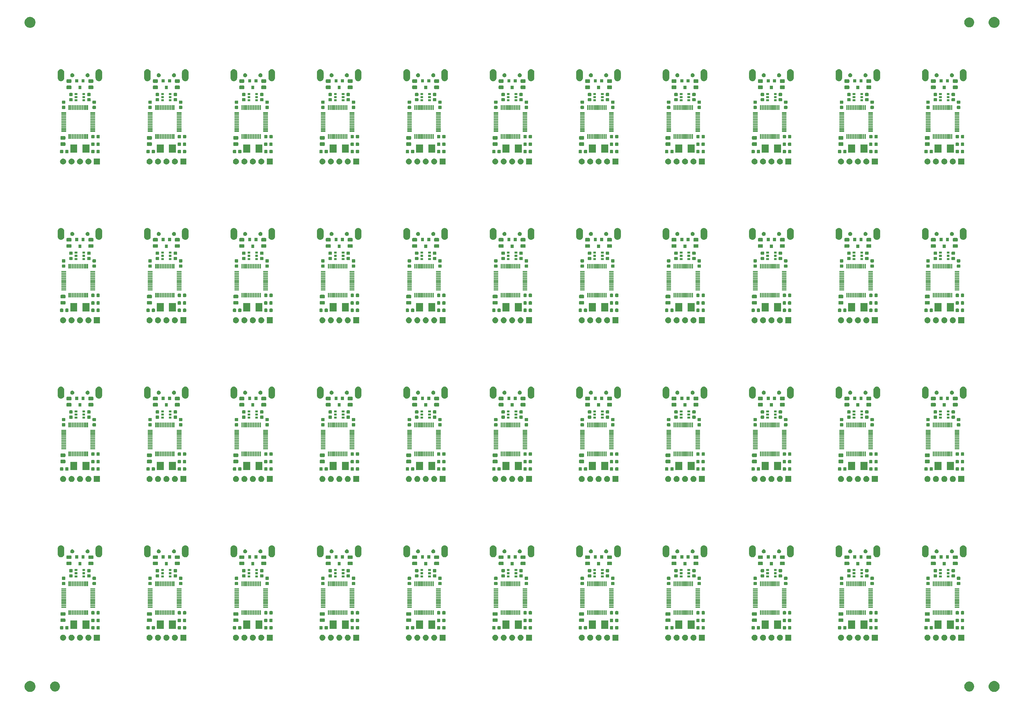
<source format=gbr>
G04 #@! TF.GenerationSoftware,KiCad,Pcbnew,5.0.2+dfsg1-1*
G04 #@! TF.CreationDate,2019-07-06T15:38:30+03:00*
G04 #@! TF.ProjectId,PocketAdmin_Panel,506f636b-6574-4416-946d-696e5f50616e,1.2*
G04 #@! TF.SameCoordinates,PX3938700PY1c9c380*
G04 #@! TF.FileFunction,Soldermask,Bot*
G04 #@! TF.FilePolarity,Negative*
%FSLAX46Y46*%
G04 Gerber Fmt 4.6, Leading zero omitted, Abs format (unit mm)*
G04 Created by KiCad (PCBNEW 5.0.2+dfsg1-1) date Sat 06 Jul 2019 03:38:30 PM MSK*
%MOMM*%
%LPD*%
G01*
G04 APERTURE LIST*
%ADD10C,0.100000*%
G04 APERTURE END LIST*
D10*
G36*
X295481287Y-203413408D02*
X295781568Y-203537789D01*
X296051814Y-203718361D01*
X296281639Y-203948186D01*
X296462211Y-204218432D01*
X296586592Y-204518713D01*
X296650000Y-204837489D01*
X296650000Y-205162511D01*
X296586592Y-205481287D01*
X296462211Y-205781568D01*
X296281639Y-206051814D01*
X296051814Y-206281639D01*
X295781568Y-206462211D01*
X295481287Y-206586592D01*
X295162511Y-206650000D01*
X294837489Y-206650000D01*
X294518713Y-206586592D01*
X294218432Y-206462211D01*
X293948186Y-206281639D01*
X293718361Y-206051814D01*
X293537789Y-205781568D01*
X293413408Y-205481287D01*
X293350000Y-205162511D01*
X293350000Y-204837489D01*
X293413408Y-204518713D01*
X293537789Y-204218432D01*
X293718361Y-203948186D01*
X293948186Y-203718361D01*
X294218432Y-203537789D01*
X294518713Y-203413408D01*
X294837489Y-203350000D01*
X295162511Y-203350000D01*
X295481287Y-203413408D01*
X295481287Y-203413408D01*
G37*
G36*
X5481287Y-203413408D02*
X5781568Y-203537789D01*
X6051814Y-203718361D01*
X6281639Y-203948186D01*
X6462211Y-204218432D01*
X6586592Y-204518713D01*
X6650000Y-204837489D01*
X6650000Y-205162511D01*
X6586592Y-205481287D01*
X6462211Y-205781568D01*
X6281639Y-206051814D01*
X6051814Y-206281639D01*
X5781568Y-206462211D01*
X5481287Y-206586592D01*
X5162511Y-206650000D01*
X4837489Y-206650000D01*
X4518713Y-206586592D01*
X4218432Y-206462211D01*
X3948186Y-206281639D01*
X3718361Y-206051814D01*
X3537789Y-205781568D01*
X3413408Y-205481287D01*
X3350000Y-205162511D01*
X3350000Y-204837489D01*
X3413408Y-204518713D01*
X3537789Y-204218432D01*
X3718361Y-203948186D01*
X3948186Y-203718361D01*
X4218432Y-203537789D01*
X4518713Y-203413408D01*
X4837489Y-203350000D01*
X5162511Y-203350000D01*
X5481287Y-203413408D01*
X5481287Y-203413408D01*
G37*
G36*
X12937531Y-203557643D02*
X12937533Y-203557644D01*
X12937534Y-203557644D01*
X13210517Y-203670717D01*
X13210518Y-203670718D01*
X13456198Y-203834876D01*
X13665124Y-204043802D01*
X13775058Y-204208330D01*
X13829283Y-204289483D01*
X13942356Y-204562466D01*
X14000000Y-204852263D01*
X14000000Y-205147737D01*
X13942356Y-205437534D01*
X13829283Y-205710517D01*
X13829282Y-205710518D01*
X13665124Y-205956198D01*
X13456198Y-206165124D01*
X13291670Y-206275058D01*
X13210517Y-206329283D01*
X12937534Y-206442356D01*
X12937533Y-206442356D01*
X12937531Y-206442357D01*
X12647738Y-206500000D01*
X12352262Y-206500000D01*
X12062469Y-206442357D01*
X12062467Y-206442356D01*
X12062466Y-206442356D01*
X11789483Y-206329283D01*
X11708330Y-206275058D01*
X11543802Y-206165124D01*
X11334876Y-205956198D01*
X11170718Y-205710518D01*
X11170717Y-205710517D01*
X11057644Y-205437534D01*
X11000000Y-205147737D01*
X11000000Y-204852263D01*
X11057644Y-204562466D01*
X11170717Y-204289483D01*
X11224942Y-204208330D01*
X11334876Y-204043802D01*
X11543802Y-203834876D01*
X11789482Y-203670718D01*
X11789483Y-203670717D01*
X12062466Y-203557644D01*
X12062467Y-203557644D01*
X12062469Y-203557643D01*
X12352262Y-203500000D01*
X12647738Y-203500000D01*
X12937531Y-203557643D01*
X12937531Y-203557643D01*
G37*
G36*
X287937531Y-203557643D02*
X287937533Y-203557644D01*
X287937534Y-203557644D01*
X288210517Y-203670717D01*
X288210518Y-203670718D01*
X288456198Y-203834876D01*
X288665124Y-204043802D01*
X288775058Y-204208330D01*
X288829283Y-204289483D01*
X288942356Y-204562466D01*
X289000000Y-204852263D01*
X289000000Y-205147737D01*
X288942356Y-205437534D01*
X288829283Y-205710517D01*
X288829282Y-205710518D01*
X288665124Y-205956198D01*
X288456198Y-206165124D01*
X288291670Y-206275058D01*
X288210517Y-206329283D01*
X287937534Y-206442356D01*
X287937533Y-206442356D01*
X287937531Y-206442357D01*
X287647738Y-206500000D01*
X287352262Y-206500000D01*
X287062469Y-206442357D01*
X287062467Y-206442356D01*
X287062466Y-206442356D01*
X286789483Y-206329283D01*
X286708330Y-206275058D01*
X286543802Y-206165124D01*
X286334876Y-205956198D01*
X286170718Y-205710518D01*
X286170717Y-205710517D01*
X286057644Y-205437534D01*
X286000000Y-205147737D01*
X286000000Y-204852263D01*
X286057644Y-204562466D01*
X286170717Y-204289483D01*
X286224942Y-204208330D01*
X286334876Y-204043802D01*
X286543802Y-203834876D01*
X286789482Y-203670718D01*
X286789483Y-203670717D01*
X287062466Y-203557644D01*
X287062467Y-203557644D01*
X287062469Y-203557643D01*
X287352262Y-203500000D01*
X287647738Y-203500000D01*
X287937531Y-203557643D01*
X287937531Y-203557643D01*
G37*
G36*
X72196430Y-189413022D02*
X72366084Y-189464486D01*
X72522428Y-189548054D01*
X72659475Y-189660525D01*
X72771946Y-189797572D01*
X72855514Y-189953916D01*
X72906978Y-190123570D01*
X72924354Y-190300000D01*
X72906978Y-190476430D01*
X72855514Y-190646084D01*
X72771946Y-190802428D01*
X72659475Y-190939475D01*
X72522428Y-191051946D01*
X72366084Y-191135514D01*
X72196430Y-191186978D01*
X72064211Y-191200000D01*
X71975789Y-191200000D01*
X71843570Y-191186978D01*
X71673916Y-191135514D01*
X71517572Y-191051946D01*
X71380525Y-190939475D01*
X71268054Y-190802428D01*
X71184486Y-190646084D01*
X71133022Y-190476430D01*
X71115646Y-190300000D01*
X71133022Y-190123570D01*
X71184486Y-189953916D01*
X71268054Y-189797572D01*
X71380525Y-189660525D01*
X71517572Y-189548054D01*
X71673916Y-189464486D01*
X71843570Y-189413022D01*
X71975789Y-189400000D01*
X72064211Y-189400000D01*
X72196430Y-189413022D01*
X72196430Y-189413022D01*
G37*
G36*
X225656430Y-189413022D02*
X225826084Y-189464486D01*
X225982428Y-189548054D01*
X226119475Y-189660525D01*
X226231946Y-189797572D01*
X226315514Y-189953916D01*
X226366978Y-190123570D01*
X226384354Y-190300000D01*
X226366978Y-190476430D01*
X226315514Y-190646084D01*
X226231946Y-190802428D01*
X226119475Y-190939475D01*
X225982428Y-191051946D01*
X225826084Y-191135514D01*
X225656430Y-191186978D01*
X225524211Y-191200000D01*
X225435789Y-191200000D01*
X225303570Y-191186978D01*
X225133916Y-191135514D01*
X224977572Y-191051946D01*
X224840525Y-190939475D01*
X224728054Y-190802428D01*
X224644486Y-190646084D01*
X224593022Y-190476430D01*
X224575646Y-190300000D01*
X224593022Y-190123570D01*
X224644486Y-189953916D01*
X224728054Y-189797572D01*
X224840525Y-189660525D01*
X224977572Y-189548054D01*
X225133916Y-189464486D01*
X225303570Y-189413022D01*
X225435789Y-189400000D01*
X225524211Y-189400000D01*
X225656430Y-189413022D01*
X225656430Y-189413022D01*
G37*
G36*
X223116430Y-189413022D02*
X223286084Y-189464486D01*
X223442428Y-189548054D01*
X223579475Y-189660525D01*
X223691946Y-189797572D01*
X223775514Y-189953916D01*
X223826978Y-190123570D01*
X223844354Y-190300000D01*
X223826978Y-190476430D01*
X223775514Y-190646084D01*
X223691946Y-190802428D01*
X223579475Y-190939475D01*
X223442428Y-191051946D01*
X223286084Y-191135514D01*
X223116430Y-191186978D01*
X222984211Y-191200000D01*
X222895789Y-191200000D01*
X222763570Y-191186978D01*
X222593916Y-191135514D01*
X222437572Y-191051946D01*
X222300525Y-190939475D01*
X222188054Y-190802428D01*
X222104486Y-190646084D01*
X222053022Y-190476430D01*
X222035646Y-190300000D01*
X222053022Y-190123570D01*
X222104486Y-189953916D01*
X222188054Y-189797572D01*
X222300525Y-189660525D01*
X222437572Y-189548054D01*
X222593916Y-189464486D01*
X222763570Y-189413022D01*
X222895789Y-189400000D01*
X222984211Y-189400000D01*
X223116430Y-189413022D01*
X223116430Y-189413022D01*
G37*
G36*
X260000000Y-191200000D02*
X258200000Y-191200000D01*
X258200000Y-189400000D01*
X260000000Y-189400000D01*
X260000000Y-191200000D01*
X260000000Y-191200000D01*
G37*
G36*
X256736430Y-189413022D02*
X256906084Y-189464486D01*
X257062428Y-189548054D01*
X257199475Y-189660525D01*
X257311946Y-189797572D01*
X257395514Y-189953916D01*
X257446978Y-190123570D01*
X257464354Y-190300000D01*
X257446978Y-190476430D01*
X257395514Y-190646084D01*
X257311946Y-190802428D01*
X257199475Y-190939475D01*
X257062428Y-191051946D01*
X256906084Y-191135514D01*
X256736430Y-191186978D01*
X256604211Y-191200000D01*
X256515789Y-191200000D01*
X256383570Y-191186978D01*
X256213916Y-191135514D01*
X256057572Y-191051946D01*
X255920525Y-190939475D01*
X255808054Y-190802428D01*
X255724486Y-190646084D01*
X255673022Y-190476430D01*
X255655646Y-190300000D01*
X255673022Y-190123570D01*
X255724486Y-189953916D01*
X255808054Y-189797572D01*
X255920525Y-189660525D01*
X256057572Y-189548054D01*
X256213916Y-189464486D01*
X256383570Y-189413022D01*
X256515789Y-189400000D01*
X256604211Y-189400000D01*
X256736430Y-189413022D01*
X256736430Y-189413022D01*
G37*
G36*
X254196430Y-189413022D02*
X254366084Y-189464486D01*
X254522428Y-189548054D01*
X254659475Y-189660525D01*
X254771946Y-189797572D01*
X254855514Y-189953916D01*
X254906978Y-190123570D01*
X254924354Y-190300000D01*
X254906978Y-190476430D01*
X254855514Y-190646084D01*
X254771946Y-190802428D01*
X254659475Y-190939475D01*
X254522428Y-191051946D01*
X254366084Y-191135514D01*
X254196430Y-191186978D01*
X254064211Y-191200000D01*
X253975789Y-191200000D01*
X253843570Y-191186978D01*
X253673916Y-191135514D01*
X253517572Y-191051946D01*
X253380525Y-190939475D01*
X253268054Y-190802428D01*
X253184486Y-190646084D01*
X253133022Y-190476430D01*
X253115646Y-190300000D01*
X253133022Y-190123570D01*
X253184486Y-189953916D01*
X253268054Y-189797572D01*
X253380525Y-189660525D01*
X253517572Y-189548054D01*
X253673916Y-189464486D01*
X253843570Y-189413022D01*
X253975789Y-189400000D01*
X254064211Y-189400000D01*
X254196430Y-189413022D01*
X254196430Y-189413022D01*
G37*
G36*
X251656430Y-189413022D02*
X251826084Y-189464486D01*
X251982428Y-189548054D01*
X252119475Y-189660525D01*
X252231946Y-189797572D01*
X252315514Y-189953916D01*
X252366978Y-190123570D01*
X252384354Y-190300000D01*
X252366978Y-190476430D01*
X252315514Y-190646084D01*
X252231946Y-190802428D01*
X252119475Y-190939475D01*
X251982428Y-191051946D01*
X251826084Y-191135514D01*
X251656430Y-191186978D01*
X251524211Y-191200000D01*
X251435789Y-191200000D01*
X251303570Y-191186978D01*
X251133916Y-191135514D01*
X250977572Y-191051946D01*
X250840525Y-190939475D01*
X250728054Y-190802428D01*
X250644486Y-190646084D01*
X250593022Y-190476430D01*
X250575646Y-190300000D01*
X250593022Y-190123570D01*
X250644486Y-189953916D01*
X250728054Y-189797572D01*
X250840525Y-189660525D01*
X250977572Y-189548054D01*
X251133916Y-189464486D01*
X251303570Y-189413022D01*
X251435789Y-189400000D01*
X251524211Y-189400000D01*
X251656430Y-189413022D01*
X251656430Y-189413022D01*
G37*
G36*
X249116430Y-189413022D02*
X249286084Y-189464486D01*
X249442428Y-189548054D01*
X249579475Y-189660525D01*
X249691946Y-189797572D01*
X249775514Y-189953916D01*
X249826978Y-190123570D01*
X249844354Y-190300000D01*
X249826978Y-190476430D01*
X249775514Y-190646084D01*
X249691946Y-190802428D01*
X249579475Y-190939475D01*
X249442428Y-191051946D01*
X249286084Y-191135514D01*
X249116430Y-191186978D01*
X248984211Y-191200000D01*
X248895789Y-191200000D01*
X248763570Y-191186978D01*
X248593916Y-191135514D01*
X248437572Y-191051946D01*
X248300525Y-190939475D01*
X248188054Y-190802428D01*
X248104486Y-190646084D01*
X248053022Y-190476430D01*
X248035646Y-190300000D01*
X248053022Y-190123570D01*
X248104486Y-189953916D01*
X248188054Y-189797572D01*
X248300525Y-189660525D01*
X248437572Y-189548054D01*
X248593916Y-189464486D01*
X248763570Y-189413022D01*
X248895789Y-189400000D01*
X248984211Y-189400000D01*
X249116430Y-189413022D01*
X249116430Y-189413022D01*
G37*
G36*
X277656430Y-189413022D02*
X277826084Y-189464486D01*
X277982428Y-189548054D01*
X278119475Y-189660525D01*
X278231946Y-189797572D01*
X278315514Y-189953916D01*
X278366978Y-190123570D01*
X278384354Y-190300000D01*
X278366978Y-190476430D01*
X278315514Y-190646084D01*
X278231946Y-190802428D01*
X278119475Y-190939475D01*
X277982428Y-191051946D01*
X277826084Y-191135514D01*
X277656430Y-191186978D01*
X277524211Y-191200000D01*
X277435789Y-191200000D01*
X277303570Y-191186978D01*
X277133916Y-191135514D01*
X276977572Y-191051946D01*
X276840525Y-190939475D01*
X276728054Y-190802428D01*
X276644486Y-190646084D01*
X276593022Y-190476430D01*
X276575646Y-190300000D01*
X276593022Y-190123570D01*
X276644486Y-189953916D01*
X276728054Y-189797572D01*
X276840525Y-189660525D01*
X276977572Y-189548054D01*
X277133916Y-189464486D01*
X277303570Y-189413022D01*
X277435789Y-189400000D01*
X277524211Y-189400000D01*
X277656430Y-189413022D01*
X277656430Y-189413022D01*
G37*
G36*
X275116430Y-189413022D02*
X275286084Y-189464486D01*
X275442428Y-189548054D01*
X275579475Y-189660525D01*
X275691946Y-189797572D01*
X275775514Y-189953916D01*
X275826978Y-190123570D01*
X275844354Y-190300000D01*
X275826978Y-190476430D01*
X275775514Y-190646084D01*
X275691946Y-190802428D01*
X275579475Y-190939475D01*
X275442428Y-191051946D01*
X275286084Y-191135514D01*
X275116430Y-191186978D01*
X274984211Y-191200000D01*
X274895789Y-191200000D01*
X274763570Y-191186978D01*
X274593916Y-191135514D01*
X274437572Y-191051946D01*
X274300525Y-190939475D01*
X274188054Y-190802428D01*
X274104486Y-190646084D01*
X274053022Y-190476430D01*
X274035646Y-190300000D01*
X274053022Y-190123570D01*
X274104486Y-189953916D01*
X274188054Y-189797572D01*
X274300525Y-189660525D01*
X274437572Y-189548054D01*
X274593916Y-189464486D01*
X274763570Y-189413022D01*
X274895789Y-189400000D01*
X274984211Y-189400000D01*
X275116430Y-189413022D01*
X275116430Y-189413022D01*
G37*
G36*
X280196430Y-189413022D02*
X280366084Y-189464486D01*
X280522428Y-189548054D01*
X280659475Y-189660525D01*
X280771946Y-189797572D01*
X280855514Y-189953916D01*
X280906978Y-190123570D01*
X280924354Y-190300000D01*
X280906978Y-190476430D01*
X280855514Y-190646084D01*
X280771946Y-190802428D01*
X280659475Y-190939475D01*
X280522428Y-191051946D01*
X280366084Y-191135514D01*
X280196430Y-191186978D01*
X280064211Y-191200000D01*
X279975789Y-191200000D01*
X279843570Y-191186978D01*
X279673916Y-191135514D01*
X279517572Y-191051946D01*
X279380525Y-190939475D01*
X279268054Y-190802428D01*
X279184486Y-190646084D01*
X279133022Y-190476430D01*
X279115646Y-190300000D01*
X279133022Y-190123570D01*
X279184486Y-189953916D01*
X279268054Y-189797572D01*
X279380525Y-189660525D01*
X279517572Y-189548054D01*
X279673916Y-189464486D01*
X279843570Y-189413022D01*
X279975789Y-189400000D01*
X280064211Y-189400000D01*
X280196430Y-189413022D01*
X280196430Y-189413022D01*
G37*
G36*
X286000000Y-191200000D02*
X284200000Y-191200000D01*
X284200000Y-189400000D01*
X286000000Y-189400000D01*
X286000000Y-191200000D01*
X286000000Y-191200000D01*
G37*
G36*
X282736430Y-189413022D02*
X282906084Y-189464486D01*
X283062428Y-189548054D01*
X283199475Y-189660525D01*
X283311946Y-189797572D01*
X283395514Y-189953916D01*
X283446978Y-190123570D01*
X283464354Y-190300000D01*
X283446978Y-190476430D01*
X283395514Y-190646084D01*
X283311946Y-190802428D01*
X283199475Y-190939475D01*
X283062428Y-191051946D01*
X282906084Y-191135514D01*
X282736430Y-191186978D01*
X282604211Y-191200000D01*
X282515789Y-191200000D01*
X282383570Y-191186978D01*
X282213916Y-191135514D01*
X282057572Y-191051946D01*
X281920525Y-190939475D01*
X281808054Y-190802428D01*
X281724486Y-190646084D01*
X281673022Y-190476430D01*
X281655646Y-190300000D01*
X281673022Y-190123570D01*
X281724486Y-189953916D01*
X281808054Y-189797572D01*
X281920525Y-189660525D01*
X282057572Y-189548054D01*
X282213916Y-189464486D01*
X282383570Y-189413022D01*
X282515789Y-189400000D01*
X282604211Y-189400000D01*
X282736430Y-189413022D01*
X282736430Y-189413022D01*
G37*
G36*
X182000000Y-191200000D02*
X180200000Y-191200000D01*
X180200000Y-189400000D01*
X182000000Y-189400000D01*
X182000000Y-191200000D01*
X182000000Y-191200000D01*
G37*
G36*
X228196430Y-189413022D02*
X228366084Y-189464486D01*
X228522428Y-189548054D01*
X228659475Y-189660525D01*
X228771946Y-189797572D01*
X228855514Y-189953916D01*
X228906978Y-190123570D01*
X228924354Y-190300000D01*
X228906978Y-190476430D01*
X228855514Y-190646084D01*
X228771946Y-190802428D01*
X228659475Y-190939475D01*
X228522428Y-191051946D01*
X228366084Y-191135514D01*
X228196430Y-191186978D01*
X228064211Y-191200000D01*
X227975789Y-191200000D01*
X227843570Y-191186978D01*
X227673916Y-191135514D01*
X227517572Y-191051946D01*
X227380525Y-190939475D01*
X227268054Y-190802428D01*
X227184486Y-190646084D01*
X227133022Y-190476430D01*
X227115646Y-190300000D01*
X227133022Y-190123570D01*
X227184486Y-189953916D01*
X227268054Y-189797572D01*
X227380525Y-189660525D01*
X227517572Y-189548054D01*
X227673916Y-189464486D01*
X227843570Y-189413022D01*
X227975789Y-189400000D01*
X228064211Y-189400000D01*
X228196430Y-189413022D01*
X228196430Y-189413022D01*
G37*
G36*
X230736430Y-189413022D02*
X230906084Y-189464486D01*
X231062428Y-189548054D01*
X231199475Y-189660525D01*
X231311946Y-189797572D01*
X231395514Y-189953916D01*
X231446978Y-190123570D01*
X231464354Y-190300000D01*
X231446978Y-190476430D01*
X231395514Y-190646084D01*
X231311946Y-190802428D01*
X231199475Y-190939475D01*
X231062428Y-191051946D01*
X230906084Y-191135514D01*
X230736430Y-191186978D01*
X230604211Y-191200000D01*
X230515789Y-191200000D01*
X230383570Y-191186978D01*
X230213916Y-191135514D01*
X230057572Y-191051946D01*
X229920525Y-190939475D01*
X229808054Y-190802428D01*
X229724486Y-190646084D01*
X229673022Y-190476430D01*
X229655646Y-190300000D01*
X229673022Y-190123570D01*
X229724486Y-189953916D01*
X229808054Y-189797572D01*
X229920525Y-189660525D01*
X230057572Y-189548054D01*
X230213916Y-189464486D01*
X230383570Y-189413022D01*
X230515789Y-189400000D01*
X230604211Y-189400000D01*
X230736430Y-189413022D01*
X230736430Y-189413022D01*
G37*
G36*
X234000000Y-191200000D02*
X232200000Y-191200000D01*
X232200000Y-189400000D01*
X234000000Y-189400000D01*
X234000000Y-191200000D01*
X234000000Y-191200000D01*
G37*
G36*
X197116430Y-189413022D02*
X197286084Y-189464486D01*
X197442428Y-189548054D01*
X197579475Y-189660525D01*
X197691946Y-189797572D01*
X197775514Y-189953916D01*
X197826978Y-190123570D01*
X197844354Y-190300000D01*
X197826978Y-190476430D01*
X197775514Y-190646084D01*
X197691946Y-190802428D01*
X197579475Y-190939475D01*
X197442428Y-191051946D01*
X197286084Y-191135514D01*
X197116430Y-191186978D01*
X196984211Y-191200000D01*
X196895789Y-191200000D01*
X196763570Y-191186978D01*
X196593916Y-191135514D01*
X196437572Y-191051946D01*
X196300525Y-190939475D01*
X196188054Y-190802428D01*
X196104486Y-190646084D01*
X196053022Y-190476430D01*
X196035646Y-190300000D01*
X196053022Y-190123570D01*
X196104486Y-189953916D01*
X196188054Y-189797572D01*
X196300525Y-189660525D01*
X196437572Y-189548054D01*
X196593916Y-189464486D01*
X196763570Y-189413022D01*
X196895789Y-189400000D01*
X196984211Y-189400000D01*
X197116430Y-189413022D01*
X197116430Y-189413022D01*
G37*
G36*
X199656430Y-189413022D02*
X199826084Y-189464486D01*
X199982428Y-189548054D01*
X200119475Y-189660525D01*
X200231946Y-189797572D01*
X200315514Y-189953916D01*
X200366978Y-190123570D01*
X200384354Y-190300000D01*
X200366978Y-190476430D01*
X200315514Y-190646084D01*
X200231946Y-190802428D01*
X200119475Y-190939475D01*
X199982428Y-191051946D01*
X199826084Y-191135514D01*
X199656430Y-191186978D01*
X199524211Y-191200000D01*
X199435789Y-191200000D01*
X199303570Y-191186978D01*
X199133916Y-191135514D01*
X198977572Y-191051946D01*
X198840525Y-190939475D01*
X198728054Y-190802428D01*
X198644486Y-190646084D01*
X198593022Y-190476430D01*
X198575646Y-190300000D01*
X198593022Y-190123570D01*
X198644486Y-189953916D01*
X198728054Y-189797572D01*
X198840525Y-189660525D01*
X198977572Y-189548054D01*
X199133916Y-189464486D01*
X199303570Y-189413022D01*
X199435789Y-189400000D01*
X199524211Y-189400000D01*
X199656430Y-189413022D01*
X199656430Y-189413022D01*
G37*
G36*
X202196430Y-189413022D02*
X202366084Y-189464486D01*
X202522428Y-189548054D01*
X202659475Y-189660525D01*
X202771946Y-189797572D01*
X202855514Y-189953916D01*
X202906978Y-190123570D01*
X202924354Y-190300000D01*
X202906978Y-190476430D01*
X202855514Y-190646084D01*
X202771946Y-190802428D01*
X202659475Y-190939475D01*
X202522428Y-191051946D01*
X202366084Y-191135514D01*
X202196430Y-191186978D01*
X202064211Y-191200000D01*
X201975789Y-191200000D01*
X201843570Y-191186978D01*
X201673916Y-191135514D01*
X201517572Y-191051946D01*
X201380525Y-190939475D01*
X201268054Y-190802428D01*
X201184486Y-190646084D01*
X201133022Y-190476430D01*
X201115646Y-190300000D01*
X201133022Y-190123570D01*
X201184486Y-189953916D01*
X201268054Y-189797572D01*
X201380525Y-189660525D01*
X201517572Y-189548054D01*
X201673916Y-189464486D01*
X201843570Y-189413022D01*
X201975789Y-189400000D01*
X202064211Y-189400000D01*
X202196430Y-189413022D01*
X202196430Y-189413022D01*
G37*
G36*
X204736430Y-189413022D02*
X204906084Y-189464486D01*
X205062428Y-189548054D01*
X205199475Y-189660525D01*
X205311946Y-189797572D01*
X205395514Y-189953916D01*
X205446978Y-190123570D01*
X205464354Y-190300000D01*
X205446978Y-190476430D01*
X205395514Y-190646084D01*
X205311946Y-190802428D01*
X205199475Y-190939475D01*
X205062428Y-191051946D01*
X204906084Y-191135514D01*
X204736430Y-191186978D01*
X204604211Y-191200000D01*
X204515789Y-191200000D01*
X204383570Y-191186978D01*
X204213916Y-191135514D01*
X204057572Y-191051946D01*
X203920525Y-190939475D01*
X203808054Y-190802428D01*
X203724486Y-190646084D01*
X203673022Y-190476430D01*
X203655646Y-190300000D01*
X203673022Y-190123570D01*
X203724486Y-189953916D01*
X203808054Y-189797572D01*
X203920525Y-189660525D01*
X204057572Y-189548054D01*
X204213916Y-189464486D01*
X204383570Y-189413022D01*
X204515789Y-189400000D01*
X204604211Y-189400000D01*
X204736430Y-189413022D01*
X204736430Y-189413022D01*
G37*
G36*
X208000000Y-191200000D02*
X206200000Y-191200000D01*
X206200000Y-189400000D01*
X208000000Y-189400000D01*
X208000000Y-191200000D01*
X208000000Y-191200000D01*
G37*
G36*
X171116430Y-189413022D02*
X171286084Y-189464486D01*
X171442428Y-189548054D01*
X171579475Y-189660525D01*
X171691946Y-189797572D01*
X171775514Y-189953916D01*
X171826978Y-190123570D01*
X171844354Y-190300000D01*
X171826978Y-190476430D01*
X171775514Y-190646084D01*
X171691946Y-190802428D01*
X171579475Y-190939475D01*
X171442428Y-191051946D01*
X171286084Y-191135514D01*
X171116430Y-191186978D01*
X170984211Y-191200000D01*
X170895789Y-191200000D01*
X170763570Y-191186978D01*
X170593916Y-191135514D01*
X170437572Y-191051946D01*
X170300525Y-190939475D01*
X170188054Y-190802428D01*
X170104486Y-190646084D01*
X170053022Y-190476430D01*
X170035646Y-190300000D01*
X170053022Y-190123570D01*
X170104486Y-189953916D01*
X170188054Y-189797572D01*
X170300525Y-189660525D01*
X170437572Y-189548054D01*
X170593916Y-189464486D01*
X170763570Y-189413022D01*
X170895789Y-189400000D01*
X170984211Y-189400000D01*
X171116430Y-189413022D01*
X171116430Y-189413022D01*
G37*
G36*
X173656430Y-189413022D02*
X173826084Y-189464486D01*
X173982428Y-189548054D01*
X174119475Y-189660525D01*
X174231946Y-189797572D01*
X174315514Y-189953916D01*
X174366978Y-190123570D01*
X174384354Y-190300000D01*
X174366978Y-190476430D01*
X174315514Y-190646084D01*
X174231946Y-190802428D01*
X174119475Y-190939475D01*
X173982428Y-191051946D01*
X173826084Y-191135514D01*
X173656430Y-191186978D01*
X173524211Y-191200000D01*
X173435789Y-191200000D01*
X173303570Y-191186978D01*
X173133916Y-191135514D01*
X172977572Y-191051946D01*
X172840525Y-190939475D01*
X172728054Y-190802428D01*
X172644486Y-190646084D01*
X172593022Y-190476430D01*
X172575646Y-190300000D01*
X172593022Y-190123570D01*
X172644486Y-189953916D01*
X172728054Y-189797572D01*
X172840525Y-189660525D01*
X172977572Y-189548054D01*
X173133916Y-189464486D01*
X173303570Y-189413022D01*
X173435789Y-189400000D01*
X173524211Y-189400000D01*
X173656430Y-189413022D01*
X173656430Y-189413022D01*
G37*
G36*
X176196430Y-189413022D02*
X176366084Y-189464486D01*
X176522428Y-189548054D01*
X176659475Y-189660525D01*
X176771946Y-189797572D01*
X176855514Y-189953916D01*
X176906978Y-190123570D01*
X176924354Y-190300000D01*
X176906978Y-190476430D01*
X176855514Y-190646084D01*
X176771946Y-190802428D01*
X176659475Y-190939475D01*
X176522428Y-191051946D01*
X176366084Y-191135514D01*
X176196430Y-191186978D01*
X176064211Y-191200000D01*
X175975789Y-191200000D01*
X175843570Y-191186978D01*
X175673916Y-191135514D01*
X175517572Y-191051946D01*
X175380525Y-190939475D01*
X175268054Y-190802428D01*
X175184486Y-190646084D01*
X175133022Y-190476430D01*
X175115646Y-190300000D01*
X175133022Y-190123570D01*
X175184486Y-189953916D01*
X175268054Y-189797572D01*
X175380525Y-189660525D01*
X175517572Y-189548054D01*
X175673916Y-189464486D01*
X175843570Y-189413022D01*
X175975789Y-189400000D01*
X176064211Y-189400000D01*
X176196430Y-189413022D01*
X176196430Y-189413022D01*
G37*
G36*
X178736430Y-189413022D02*
X178906084Y-189464486D01*
X179062428Y-189548054D01*
X179199475Y-189660525D01*
X179311946Y-189797572D01*
X179395514Y-189953916D01*
X179446978Y-190123570D01*
X179464354Y-190300000D01*
X179446978Y-190476430D01*
X179395514Y-190646084D01*
X179311946Y-190802428D01*
X179199475Y-190939475D01*
X179062428Y-191051946D01*
X178906084Y-191135514D01*
X178736430Y-191186978D01*
X178604211Y-191200000D01*
X178515789Y-191200000D01*
X178383570Y-191186978D01*
X178213916Y-191135514D01*
X178057572Y-191051946D01*
X177920525Y-190939475D01*
X177808054Y-190802428D01*
X177724486Y-190646084D01*
X177673022Y-190476430D01*
X177655646Y-190300000D01*
X177673022Y-190123570D01*
X177724486Y-189953916D01*
X177808054Y-189797572D01*
X177920525Y-189660525D01*
X178057572Y-189548054D01*
X178213916Y-189464486D01*
X178383570Y-189413022D01*
X178515789Y-189400000D01*
X178604211Y-189400000D01*
X178736430Y-189413022D01*
X178736430Y-189413022D01*
G37*
G36*
X145116430Y-189413022D02*
X145286084Y-189464486D01*
X145442428Y-189548054D01*
X145579475Y-189660525D01*
X145691946Y-189797572D01*
X145775514Y-189953916D01*
X145826978Y-190123570D01*
X145844354Y-190300000D01*
X145826978Y-190476430D01*
X145775514Y-190646084D01*
X145691946Y-190802428D01*
X145579475Y-190939475D01*
X145442428Y-191051946D01*
X145286084Y-191135514D01*
X145116430Y-191186978D01*
X144984211Y-191200000D01*
X144895789Y-191200000D01*
X144763570Y-191186978D01*
X144593916Y-191135514D01*
X144437572Y-191051946D01*
X144300525Y-190939475D01*
X144188054Y-190802428D01*
X144104486Y-190646084D01*
X144053022Y-190476430D01*
X144035646Y-190300000D01*
X144053022Y-190123570D01*
X144104486Y-189953916D01*
X144188054Y-189797572D01*
X144300525Y-189660525D01*
X144437572Y-189548054D01*
X144593916Y-189464486D01*
X144763570Y-189413022D01*
X144895789Y-189400000D01*
X144984211Y-189400000D01*
X145116430Y-189413022D01*
X145116430Y-189413022D01*
G37*
G36*
X22736430Y-189413022D02*
X22906084Y-189464486D01*
X23062428Y-189548054D01*
X23199475Y-189660525D01*
X23311946Y-189797572D01*
X23395514Y-189953916D01*
X23446978Y-190123570D01*
X23464354Y-190300000D01*
X23446978Y-190476430D01*
X23395514Y-190646084D01*
X23311946Y-190802428D01*
X23199475Y-190939475D01*
X23062428Y-191051946D01*
X22906084Y-191135514D01*
X22736430Y-191186978D01*
X22604211Y-191200000D01*
X22515789Y-191200000D01*
X22383570Y-191186978D01*
X22213916Y-191135514D01*
X22057572Y-191051946D01*
X21920525Y-190939475D01*
X21808054Y-190802428D01*
X21724486Y-190646084D01*
X21673022Y-190476430D01*
X21655646Y-190300000D01*
X21673022Y-190123570D01*
X21724486Y-189953916D01*
X21808054Y-189797572D01*
X21920525Y-189660525D01*
X22057572Y-189548054D01*
X22213916Y-189464486D01*
X22383570Y-189413022D01*
X22515789Y-189400000D01*
X22604211Y-189400000D01*
X22736430Y-189413022D01*
X22736430Y-189413022D01*
G37*
G36*
X26000000Y-191200000D02*
X24200000Y-191200000D01*
X24200000Y-189400000D01*
X26000000Y-189400000D01*
X26000000Y-191200000D01*
X26000000Y-191200000D01*
G37*
G36*
X147656430Y-189413022D02*
X147826084Y-189464486D01*
X147982428Y-189548054D01*
X148119475Y-189660525D01*
X148231946Y-189797572D01*
X148315514Y-189953916D01*
X148366978Y-190123570D01*
X148384354Y-190300000D01*
X148366978Y-190476430D01*
X148315514Y-190646084D01*
X148231946Y-190802428D01*
X148119475Y-190939475D01*
X147982428Y-191051946D01*
X147826084Y-191135514D01*
X147656430Y-191186978D01*
X147524211Y-191200000D01*
X147435789Y-191200000D01*
X147303570Y-191186978D01*
X147133916Y-191135514D01*
X146977572Y-191051946D01*
X146840525Y-190939475D01*
X146728054Y-190802428D01*
X146644486Y-190646084D01*
X146593022Y-190476430D01*
X146575646Y-190300000D01*
X146593022Y-190123570D01*
X146644486Y-189953916D01*
X146728054Y-189797572D01*
X146840525Y-189660525D01*
X146977572Y-189548054D01*
X147133916Y-189464486D01*
X147303570Y-189413022D01*
X147435789Y-189400000D01*
X147524211Y-189400000D01*
X147656430Y-189413022D01*
X147656430Y-189413022D01*
G37*
G36*
X150196430Y-189413022D02*
X150366084Y-189464486D01*
X150522428Y-189548054D01*
X150659475Y-189660525D01*
X150771946Y-189797572D01*
X150855514Y-189953916D01*
X150906978Y-190123570D01*
X150924354Y-190300000D01*
X150906978Y-190476430D01*
X150855514Y-190646084D01*
X150771946Y-190802428D01*
X150659475Y-190939475D01*
X150522428Y-191051946D01*
X150366084Y-191135514D01*
X150196430Y-191186978D01*
X150064211Y-191200000D01*
X149975789Y-191200000D01*
X149843570Y-191186978D01*
X149673916Y-191135514D01*
X149517572Y-191051946D01*
X149380525Y-190939475D01*
X149268054Y-190802428D01*
X149184486Y-190646084D01*
X149133022Y-190476430D01*
X149115646Y-190300000D01*
X149133022Y-190123570D01*
X149184486Y-189953916D01*
X149268054Y-189797572D01*
X149380525Y-189660525D01*
X149517572Y-189548054D01*
X149673916Y-189464486D01*
X149843570Y-189413022D01*
X149975789Y-189400000D01*
X150064211Y-189400000D01*
X150196430Y-189413022D01*
X150196430Y-189413022D01*
G37*
G36*
X152736430Y-189413022D02*
X152906084Y-189464486D01*
X153062428Y-189548054D01*
X153199475Y-189660525D01*
X153311946Y-189797572D01*
X153395514Y-189953916D01*
X153446978Y-190123570D01*
X153464354Y-190300000D01*
X153446978Y-190476430D01*
X153395514Y-190646084D01*
X153311946Y-190802428D01*
X153199475Y-190939475D01*
X153062428Y-191051946D01*
X152906084Y-191135514D01*
X152736430Y-191186978D01*
X152604211Y-191200000D01*
X152515789Y-191200000D01*
X152383570Y-191186978D01*
X152213916Y-191135514D01*
X152057572Y-191051946D01*
X151920525Y-190939475D01*
X151808054Y-190802428D01*
X151724486Y-190646084D01*
X151673022Y-190476430D01*
X151655646Y-190300000D01*
X151673022Y-190123570D01*
X151724486Y-189953916D01*
X151808054Y-189797572D01*
X151920525Y-189660525D01*
X152057572Y-189548054D01*
X152213916Y-189464486D01*
X152383570Y-189413022D01*
X152515789Y-189400000D01*
X152604211Y-189400000D01*
X152736430Y-189413022D01*
X152736430Y-189413022D01*
G37*
G36*
X156000000Y-191200000D02*
X154200000Y-191200000D01*
X154200000Y-189400000D01*
X156000000Y-189400000D01*
X156000000Y-191200000D01*
X156000000Y-191200000D01*
G37*
G36*
X119116430Y-189413022D02*
X119286084Y-189464486D01*
X119442428Y-189548054D01*
X119579475Y-189660525D01*
X119691946Y-189797572D01*
X119775514Y-189953916D01*
X119826978Y-190123570D01*
X119844354Y-190300000D01*
X119826978Y-190476430D01*
X119775514Y-190646084D01*
X119691946Y-190802428D01*
X119579475Y-190939475D01*
X119442428Y-191051946D01*
X119286084Y-191135514D01*
X119116430Y-191186978D01*
X118984211Y-191200000D01*
X118895789Y-191200000D01*
X118763570Y-191186978D01*
X118593916Y-191135514D01*
X118437572Y-191051946D01*
X118300525Y-190939475D01*
X118188054Y-190802428D01*
X118104486Y-190646084D01*
X118053022Y-190476430D01*
X118035646Y-190300000D01*
X118053022Y-190123570D01*
X118104486Y-189953916D01*
X118188054Y-189797572D01*
X118300525Y-189660525D01*
X118437572Y-189548054D01*
X118593916Y-189464486D01*
X118763570Y-189413022D01*
X118895789Y-189400000D01*
X118984211Y-189400000D01*
X119116430Y-189413022D01*
X119116430Y-189413022D01*
G37*
G36*
X121656430Y-189413022D02*
X121826084Y-189464486D01*
X121982428Y-189548054D01*
X122119475Y-189660525D01*
X122231946Y-189797572D01*
X122315514Y-189953916D01*
X122366978Y-190123570D01*
X122384354Y-190300000D01*
X122366978Y-190476430D01*
X122315514Y-190646084D01*
X122231946Y-190802428D01*
X122119475Y-190939475D01*
X121982428Y-191051946D01*
X121826084Y-191135514D01*
X121656430Y-191186978D01*
X121524211Y-191200000D01*
X121435789Y-191200000D01*
X121303570Y-191186978D01*
X121133916Y-191135514D01*
X120977572Y-191051946D01*
X120840525Y-190939475D01*
X120728054Y-190802428D01*
X120644486Y-190646084D01*
X120593022Y-190476430D01*
X120575646Y-190300000D01*
X120593022Y-190123570D01*
X120644486Y-189953916D01*
X120728054Y-189797572D01*
X120840525Y-189660525D01*
X120977572Y-189548054D01*
X121133916Y-189464486D01*
X121303570Y-189413022D01*
X121435789Y-189400000D01*
X121524211Y-189400000D01*
X121656430Y-189413022D01*
X121656430Y-189413022D01*
G37*
G36*
X124196430Y-189413022D02*
X124366084Y-189464486D01*
X124522428Y-189548054D01*
X124659475Y-189660525D01*
X124771946Y-189797572D01*
X124855514Y-189953916D01*
X124906978Y-190123570D01*
X124924354Y-190300000D01*
X124906978Y-190476430D01*
X124855514Y-190646084D01*
X124771946Y-190802428D01*
X124659475Y-190939475D01*
X124522428Y-191051946D01*
X124366084Y-191135514D01*
X124196430Y-191186978D01*
X124064211Y-191200000D01*
X123975789Y-191200000D01*
X123843570Y-191186978D01*
X123673916Y-191135514D01*
X123517572Y-191051946D01*
X123380525Y-190939475D01*
X123268054Y-190802428D01*
X123184486Y-190646084D01*
X123133022Y-190476430D01*
X123115646Y-190300000D01*
X123133022Y-190123570D01*
X123184486Y-189953916D01*
X123268054Y-189797572D01*
X123380525Y-189660525D01*
X123517572Y-189548054D01*
X123673916Y-189464486D01*
X123843570Y-189413022D01*
X123975789Y-189400000D01*
X124064211Y-189400000D01*
X124196430Y-189413022D01*
X124196430Y-189413022D01*
G37*
G36*
X126736430Y-189413022D02*
X126906084Y-189464486D01*
X127062428Y-189548054D01*
X127199475Y-189660525D01*
X127311946Y-189797572D01*
X127395514Y-189953916D01*
X127446978Y-190123570D01*
X127464354Y-190300000D01*
X127446978Y-190476430D01*
X127395514Y-190646084D01*
X127311946Y-190802428D01*
X127199475Y-190939475D01*
X127062428Y-191051946D01*
X126906084Y-191135514D01*
X126736430Y-191186978D01*
X126604211Y-191200000D01*
X126515789Y-191200000D01*
X126383570Y-191186978D01*
X126213916Y-191135514D01*
X126057572Y-191051946D01*
X125920525Y-190939475D01*
X125808054Y-190802428D01*
X125724486Y-190646084D01*
X125673022Y-190476430D01*
X125655646Y-190300000D01*
X125673022Y-190123570D01*
X125724486Y-189953916D01*
X125808054Y-189797572D01*
X125920525Y-189660525D01*
X126057572Y-189548054D01*
X126213916Y-189464486D01*
X126383570Y-189413022D01*
X126515789Y-189400000D01*
X126604211Y-189400000D01*
X126736430Y-189413022D01*
X126736430Y-189413022D01*
G37*
G36*
X130000000Y-191200000D02*
X128200000Y-191200000D01*
X128200000Y-189400000D01*
X130000000Y-189400000D01*
X130000000Y-191200000D01*
X130000000Y-191200000D01*
G37*
G36*
X93116430Y-189413022D02*
X93286084Y-189464486D01*
X93442428Y-189548054D01*
X93579475Y-189660525D01*
X93691946Y-189797572D01*
X93775514Y-189953916D01*
X93826978Y-190123570D01*
X93844354Y-190300000D01*
X93826978Y-190476430D01*
X93775514Y-190646084D01*
X93691946Y-190802428D01*
X93579475Y-190939475D01*
X93442428Y-191051946D01*
X93286084Y-191135514D01*
X93116430Y-191186978D01*
X92984211Y-191200000D01*
X92895789Y-191200000D01*
X92763570Y-191186978D01*
X92593916Y-191135514D01*
X92437572Y-191051946D01*
X92300525Y-190939475D01*
X92188054Y-190802428D01*
X92104486Y-190646084D01*
X92053022Y-190476430D01*
X92035646Y-190300000D01*
X92053022Y-190123570D01*
X92104486Y-189953916D01*
X92188054Y-189797572D01*
X92300525Y-189660525D01*
X92437572Y-189548054D01*
X92593916Y-189464486D01*
X92763570Y-189413022D01*
X92895789Y-189400000D01*
X92984211Y-189400000D01*
X93116430Y-189413022D01*
X93116430Y-189413022D01*
G37*
G36*
X95656430Y-189413022D02*
X95826084Y-189464486D01*
X95982428Y-189548054D01*
X96119475Y-189660525D01*
X96231946Y-189797572D01*
X96315514Y-189953916D01*
X96366978Y-190123570D01*
X96384354Y-190300000D01*
X96366978Y-190476430D01*
X96315514Y-190646084D01*
X96231946Y-190802428D01*
X96119475Y-190939475D01*
X95982428Y-191051946D01*
X95826084Y-191135514D01*
X95656430Y-191186978D01*
X95524211Y-191200000D01*
X95435789Y-191200000D01*
X95303570Y-191186978D01*
X95133916Y-191135514D01*
X94977572Y-191051946D01*
X94840525Y-190939475D01*
X94728054Y-190802428D01*
X94644486Y-190646084D01*
X94593022Y-190476430D01*
X94575646Y-190300000D01*
X94593022Y-190123570D01*
X94644486Y-189953916D01*
X94728054Y-189797572D01*
X94840525Y-189660525D01*
X94977572Y-189548054D01*
X95133916Y-189464486D01*
X95303570Y-189413022D01*
X95435789Y-189400000D01*
X95524211Y-189400000D01*
X95656430Y-189413022D01*
X95656430Y-189413022D01*
G37*
G36*
X98196430Y-189413022D02*
X98366084Y-189464486D01*
X98522428Y-189548054D01*
X98659475Y-189660525D01*
X98771946Y-189797572D01*
X98855514Y-189953916D01*
X98906978Y-190123570D01*
X98924354Y-190300000D01*
X98906978Y-190476430D01*
X98855514Y-190646084D01*
X98771946Y-190802428D01*
X98659475Y-190939475D01*
X98522428Y-191051946D01*
X98366084Y-191135514D01*
X98196430Y-191186978D01*
X98064211Y-191200000D01*
X97975789Y-191200000D01*
X97843570Y-191186978D01*
X97673916Y-191135514D01*
X97517572Y-191051946D01*
X97380525Y-190939475D01*
X97268054Y-190802428D01*
X97184486Y-190646084D01*
X97133022Y-190476430D01*
X97115646Y-190300000D01*
X97133022Y-190123570D01*
X97184486Y-189953916D01*
X97268054Y-189797572D01*
X97380525Y-189660525D01*
X97517572Y-189548054D01*
X97673916Y-189464486D01*
X97843570Y-189413022D01*
X97975789Y-189400000D01*
X98064211Y-189400000D01*
X98196430Y-189413022D01*
X98196430Y-189413022D01*
G37*
G36*
X100736430Y-189413022D02*
X100906084Y-189464486D01*
X101062428Y-189548054D01*
X101199475Y-189660525D01*
X101311946Y-189797572D01*
X101395514Y-189953916D01*
X101446978Y-190123570D01*
X101464354Y-190300000D01*
X101446978Y-190476430D01*
X101395514Y-190646084D01*
X101311946Y-190802428D01*
X101199475Y-190939475D01*
X101062428Y-191051946D01*
X100906084Y-191135514D01*
X100736430Y-191186978D01*
X100604211Y-191200000D01*
X100515789Y-191200000D01*
X100383570Y-191186978D01*
X100213916Y-191135514D01*
X100057572Y-191051946D01*
X99920525Y-190939475D01*
X99808054Y-190802428D01*
X99724486Y-190646084D01*
X99673022Y-190476430D01*
X99655646Y-190300000D01*
X99673022Y-190123570D01*
X99724486Y-189953916D01*
X99808054Y-189797572D01*
X99920525Y-189660525D01*
X100057572Y-189548054D01*
X100213916Y-189464486D01*
X100383570Y-189413022D01*
X100515789Y-189400000D01*
X100604211Y-189400000D01*
X100736430Y-189413022D01*
X100736430Y-189413022D01*
G37*
G36*
X67116430Y-189413022D02*
X67286084Y-189464486D01*
X67442428Y-189548054D01*
X67579475Y-189660525D01*
X67691946Y-189797572D01*
X67775514Y-189953916D01*
X67826978Y-190123570D01*
X67844354Y-190300000D01*
X67826978Y-190476430D01*
X67775514Y-190646084D01*
X67691946Y-190802428D01*
X67579475Y-190939475D01*
X67442428Y-191051946D01*
X67286084Y-191135514D01*
X67116430Y-191186978D01*
X66984211Y-191200000D01*
X66895789Y-191200000D01*
X66763570Y-191186978D01*
X66593916Y-191135514D01*
X66437572Y-191051946D01*
X66300525Y-190939475D01*
X66188054Y-190802428D01*
X66104486Y-190646084D01*
X66053022Y-190476430D01*
X66035646Y-190300000D01*
X66053022Y-190123570D01*
X66104486Y-189953916D01*
X66188054Y-189797572D01*
X66300525Y-189660525D01*
X66437572Y-189548054D01*
X66593916Y-189464486D01*
X66763570Y-189413022D01*
X66895789Y-189400000D01*
X66984211Y-189400000D01*
X67116430Y-189413022D01*
X67116430Y-189413022D01*
G37*
G36*
X104000000Y-191200000D02*
X102200000Y-191200000D01*
X102200000Y-189400000D01*
X104000000Y-189400000D01*
X104000000Y-191200000D01*
X104000000Y-191200000D01*
G37*
G36*
X20196430Y-189413022D02*
X20366084Y-189464486D01*
X20522428Y-189548054D01*
X20659475Y-189660525D01*
X20771946Y-189797572D01*
X20855514Y-189953916D01*
X20906978Y-190123570D01*
X20924354Y-190300000D01*
X20906978Y-190476430D01*
X20855514Y-190646084D01*
X20771946Y-190802428D01*
X20659475Y-190939475D01*
X20522428Y-191051946D01*
X20366084Y-191135514D01*
X20196430Y-191186978D01*
X20064211Y-191200000D01*
X19975789Y-191200000D01*
X19843570Y-191186978D01*
X19673916Y-191135514D01*
X19517572Y-191051946D01*
X19380525Y-190939475D01*
X19268054Y-190802428D01*
X19184486Y-190646084D01*
X19133022Y-190476430D01*
X19115646Y-190300000D01*
X19133022Y-190123570D01*
X19184486Y-189953916D01*
X19268054Y-189797572D01*
X19380525Y-189660525D01*
X19517572Y-189548054D01*
X19673916Y-189464486D01*
X19843570Y-189413022D01*
X19975789Y-189400000D01*
X20064211Y-189400000D01*
X20196430Y-189413022D01*
X20196430Y-189413022D01*
G37*
G36*
X17656430Y-189413022D02*
X17826084Y-189464486D01*
X17982428Y-189548054D01*
X18119475Y-189660525D01*
X18231946Y-189797572D01*
X18315514Y-189953916D01*
X18366978Y-190123570D01*
X18384354Y-190300000D01*
X18366978Y-190476430D01*
X18315514Y-190646084D01*
X18231946Y-190802428D01*
X18119475Y-190939475D01*
X17982428Y-191051946D01*
X17826084Y-191135514D01*
X17656430Y-191186978D01*
X17524211Y-191200000D01*
X17435789Y-191200000D01*
X17303570Y-191186978D01*
X17133916Y-191135514D01*
X16977572Y-191051946D01*
X16840525Y-190939475D01*
X16728054Y-190802428D01*
X16644486Y-190646084D01*
X16593022Y-190476430D01*
X16575646Y-190300000D01*
X16593022Y-190123570D01*
X16644486Y-189953916D01*
X16728054Y-189797572D01*
X16840525Y-189660525D01*
X16977572Y-189548054D01*
X17133916Y-189464486D01*
X17303570Y-189413022D01*
X17435789Y-189400000D01*
X17524211Y-189400000D01*
X17656430Y-189413022D01*
X17656430Y-189413022D01*
G37*
G36*
X15116430Y-189413022D02*
X15286084Y-189464486D01*
X15442428Y-189548054D01*
X15579475Y-189660525D01*
X15691946Y-189797572D01*
X15775514Y-189953916D01*
X15826978Y-190123570D01*
X15844354Y-190300000D01*
X15826978Y-190476430D01*
X15775514Y-190646084D01*
X15691946Y-190802428D01*
X15579475Y-190939475D01*
X15442428Y-191051946D01*
X15286084Y-191135514D01*
X15116430Y-191186978D01*
X14984211Y-191200000D01*
X14895789Y-191200000D01*
X14763570Y-191186978D01*
X14593916Y-191135514D01*
X14437572Y-191051946D01*
X14300525Y-190939475D01*
X14188054Y-190802428D01*
X14104486Y-190646084D01*
X14053022Y-190476430D01*
X14035646Y-190300000D01*
X14053022Y-190123570D01*
X14104486Y-189953916D01*
X14188054Y-189797572D01*
X14300525Y-189660525D01*
X14437572Y-189548054D01*
X14593916Y-189464486D01*
X14763570Y-189413022D01*
X14895789Y-189400000D01*
X14984211Y-189400000D01*
X15116430Y-189413022D01*
X15116430Y-189413022D01*
G37*
G36*
X52000000Y-191200000D02*
X50200000Y-191200000D01*
X50200000Y-189400000D01*
X52000000Y-189400000D01*
X52000000Y-191200000D01*
X52000000Y-191200000D01*
G37*
G36*
X48736430Y-189413022D02*
X48906084Y-189464486D01*
X49062428Y-189548054D01*
X49199475Y-189660525D01*
X49311946Y-189797572D01*
X49395514Y-189953916D01*
X49446978Y-190123570D01*
X49464354Y-190300000D01*
X49446978Y-190476430D01*
X49395514Y-190646084D01*
X49311946Y-190802428D01*
X49199475Y-190939475D01*
X49062428Y-191051946D01*
X48906084Y-191135514D01*
X48736430Y-191186978D01*
X48604211Y-191200000D01*
X48515789Y-191200000D01*
X48383570Y-191186978D01*
X48213916Y-191135514D01*
X48057572Y-191051946D01*
X47920525Y-190939475D01*
X47808054Y-190802428D01*
X47724486Y-190646084D01*
X47673022Y-190476430D01*
X47655646Y-190300000D01*
X47673022Y-190123570D01*
X47724486Y-189953916D01*
X47808054Y-189797572D01*
X47920525Y-189660525D01*
X48057572Y-189548054D01*
X48213916Y-189464486D01*
X48383570Y-189413022D01*
X48515789Y-189400000D01*
X48604211Y-189400000D01*
X48736430Y-189413022D01*
X48736430Y-189413022D01*
G37*
G36*
X43656430Y-189413022D02*
X43826084Y-189464486D01*
X43982428Y-189548054D01*
X44119475Y-189660525D01*
X44231946Y-189797572D01*
X44315514Y-189953916D01*
X44366978Y-190123570D01*
X44384354Y-190300000D01*
X44366978Y-190476430D01*
X44315514Y-190646084D01*
X44231946Y-190802428D01*
X44119475Y-190939475D01*
X43982428Y-191051946D01*
X43826084Y-191135514D01*
X43656430Y-191186978D01*
X43524211Y-191200000D01*
X43435789Y-191200000D01*
X43303570Y-191186978D01*
X43133916Y-191135514D01*
X42977572Y-191051946D01*
X42840525Y-190939475D01*
X42728054Y-190802428D01*
X42644486Y-190646084D01*
X42593022Y-190476430D01*
X42575646Y-190300000D01*
X42593022Y-190123570D01*
X42644486Y-189953916D01*
X42728054Y-189797572D01*
X42840525Y-189660525D01*
X42977572Y-189548054D01*
X43133916Y-189464486D01*
X43303570Y-189413022D01*
X43435789Y-189400000D01*
X43524211Y-189400000D01*
X43656430Y-189413022D01*
X43656430Y-189413022D01*
G37*
G36*
X41116430Y-189413022D02*
X41286084Y-189464486D01*
X41442428Y-189548054D01*
X41579475Y-189660525D01*
X41691946Y-189797572D01*
X41775514Y-189953916D01*
X41826978Y-190123570D01*
X41844354Y-190300000D01*
X41826978Y-190476430D01*
X41775514Y-190646084D01*
X41691946Y-190802428D01*
X41579475Y-190939475D01*
X41442428Y-191051946D01*
X41286084Y-191135514D01*
X41116430Y-191186978D01*
X40984211Y-191200000D01*
X40895789Y-191200000D01*
X40763570Y-191186978D01*
X40593916Y-191135514D01*
X40437572Y-191051946D01*
X40300525Y-190939475D01*
X40188054Y-190802428D01*
X40104486Y-190646084D01*
X40053022Y-190476430D01*
X40035646Y-190300000D01*
X40053022Y-190123570D01*
X40104486Y-189953916D01*
X40188054Y-189797572D01*
X40300525Y-189660525D01*
X40437572Y-189548054D01*
X40593916Y-189464486D01*
X40763570Y-189413022D01*
X40895789Y-189400000D01*
X40984211Y-189400000D01*
X41116430Y-189413022D01*
X41116430Y-189413022D01*
G37*
G36*
X78000000Y-191200000D02*
X76200000Y-191200000D01*
X76200000Y-189400000D01*
X78000000Y-189400000D01*
X78000000Y-191200000D01*
X78000000Y-191200000D01*
G37*
G36*
X74736430Y-189413022D02*
X74906084Y-189464486D01*
X75062428Y-189548054D01*
X75199475Y-189660525D01*
X75311946Y-189797572D01*
X75395514Y-189953916D01*
X75446978Y-190123570D01*
X75464354Y-190300000D01*
X75446978Y-190476430D01*
X75395514Y-190646084D01*
X75311946Y-190802428D01*
X75199475Y-190939475D01*
X75062428Y-191051946D01*
X74906084Y-191135514D01*
X74736430Y-191186978D01*
X74604211Y-191200000D01*
X74515789Y-191200000D01*
X74383570Y-191186978D01*
X74213916Y-191135514D01*
X74057572Y-191051946D01*
X73920525Y-190939475D01*
X73808054Y-190802428D01*
X73724486Y-190646084D01*
X73673022Y-190476430D01*
X73655646Y-190300000D01*
X73673022Y-190123570D01*
X73724486Y-189953916D01*
X73808054Y-189797572D01*
X73920525Y-189660525D01*
X74057572Y-189548054D01*
X74213916Y-189464486D01*
X74383570Y-189413022D01*
X74515789Y-189400000D01*
X74604211Y-189400000D01*
X74736430Y-189413022D01*
X74736430Y-189413022D01*
G37*
G36*
X69656430Y-189413022D02*
X69826084Y-189464486D01*
X69982428Y-189548054D01*
X70119475Y-189660525D01*
X70231946Y-189797572D01*
X70315514Y-189953916D01*
X70366978Y-190123570D01*
X70384354Y-190300000D01*
X70366978Y-190476430D01*
X70315514Y-190646084D01*
X70231946Y-190802428D01*
X70119475Y-190939475D01*
X69982428Y-191051946D01*
X69826084Y-191135514D01*
X69656430Y-191186978D01*
X69524211Y-191200000D01*
X69435789Y-191200000D01*
X69303570Y-191186978D01*
X69133916Y-191135514D01*
X68977572Y-191051946D01*
X68840525Y-190939475D01*
X68728054Y-190802428D01*
X68644486Y-190646084D01*
X68593022Y-190476430D01*
X68575646Y-190300000D01*
X68593022Y-190123570D01*
X68644486Y-189953916D01*
X68728054Y-189797572D01*
X68840525Y-189660525D01*
X68977572Y-189548054D01*
X69133916Y-189464486D01*
X69303570Y-189413022D01*
X69435789Y-189400000D01*
X69524211Y-189400000D01*
X69656430Y-189413022D01*
X69656430Y-189413022D01*
G37*
G36*
X46196430Y-189413022D02*
X46366084Y-189464486D01*
X46522428Y-189548054D01*
X46659475Y-189660525D01*
X46771946Y-189797572D01*
X46855514Y-189953916D01*
X46906978Y-190123570D01*
X46924354Y-190300000D01*
X46906978Y-190476430D01*
X46855514Y-190646084D01*
X46771946Y-190802428D01*
X46659475Y-190939475D01*
X46522428Y-191051946D01*
X46366084Y-191135514D01*
X46196430Y-191186978D01*
X46064211Y-191200000D01*
X45975789Y-191200000D01*
X45843570Y-191186978D01*
X45673916Y-191135514D01*
X45517572Y-191051946D01*
X45380525Y-190939475D01*
X45268054Y-190802428D01*
X45184486Y-190646084D01*
X45133022Y-190476430D01*
X45115646Y-190300000D01*
X45133022Y-190123570D01*
X45184486Y-189953916D01*
X45268054Y-189797572D01*
X45380525Y-189660525D01*
X45517572Y-189548054D01*
X45673916Y-189464486D01*
X45843570Y-189413022D01*
X45975789Y-189400000D01*
X46064211Y-189400000D01*
X46196430Y-189413022D01*
X46196430Y-189413022D01*
G37*
G36*
X233806908Y-186779343D02*
X233846004Y-186791203D01*
X233882040Y-186810465D01*
X233913619Y-186836381D01*
X233939535Y-186867960D01*
X233958797Y-186903996D01*
X233970657Y-186943092D01*
X233975000Y-186987189D01*
X233975000Y-187612811D01*
X233970657Y-187656908D01*
X233958797Y-187696004D01*
X233939535Y-187732040D01*
X233913619Y-187763619D01*
X233882040Y-187789535D01*
X233846004Y-187808797D01*
X233806908Y-187820657D01*
X233762811Y-187825000D01*
X233212189Y-187825000D01*
X233168092Y-187820657D01*
X233128996Y-187808797D01*
X233092960Y-187789535D01*
X233061381Y-187763619D01*
X233035465Y-187732040D01*
X233016203Y-187696004D01*
X233004343Y-187656908D01*
X233000000Y-187612811D01*
X233000000Y-186987189D01*
X233004343Y-186943092D01*
X233016203Y-186903996D01*
X233035465Y-186867960D01*
X233061381Y-186836381D01*
X233092960Y-186810465D01*
X233128996Y-186791203D01*
X233168092Y-186779343D01*
X233212189Y-186775000D01*
X233762811Y-186775000D01*
X233806908Y-186779343D01*
X233806908Y-186779343D01*
G37*
G36*
X24231908Y-186779343D02*
X24271004Y-186791203D01*
X24307040Y-186810465D01*
X24338619Y-186836381D01*
X24364535Y-186867960D01*
X24383797Y-186903996D01*
X24395657Y-186943092D01*
X24400000Y-186987189D01*
X24400000Y-187612811D01*
X24395657Y-187656908D01*
X24383797Y-187696004D01*
X24364535Y-187732040D01*
X24338619Y-187763619D01*
X24307040Y-187789535D01*
X24271004Y-187808797D01*
X24231908Y-187820657D01*
X24187811Y-187825000D01*
X23637189Y-187825000D01*
X23593092Y-187820657D01*
X23553996Y-187808797D01*
X23517960Y-187789535D01*
X23486381Y-187763619D01*
X23460465Y-187732040D01*
X23441203Y-187696004D01*
X23429343Y-187656908D01*
X23425000Y-187612811D01*
X23425000Y-186987189D01*
X23429343Y-186943092D01*
X23441203Y-186903996D01*
X23460465Y-186867960D01*
X23486381Y-186836381D01*
X23517960Y-186810465D01*
X23553996Y-186791203D01*
X23593092Y-186779343D01*
X23637189Y-186775000D01*
X24187811Y-186775000D01*
X24231908Y-186779343D01*
X24231908Y-186779343D01*
G37*
G36*
X180231908Y-186779343D02*
X180271004Y-186791203D01*
X180307040Y-186810465D01*
X180338619Y-186836381D01*
X180364535Y-186867960D01*
X180383797Y-186903996D01*
X180395657Y-186943092D01*
X180400000Y-186987189D01*
X180400000Y-187612811D01*
X180395657Y-187656908D01*
X180383797Y-187696004D01*
X180364535Y-187732040D01*
X180338619Y-187763619D01*
X180307040Y-187789535D01*
X180271004Y-187808797D01*
X180231908Y-187820657D01*
X180187811Y-187825000D01*
X179637189Y-187825000D01*
X179593092Y-187820657D01*
X179553996Y-187808797D01*
X179517960Y-187789535D01*
X179486381Y-187763619D01*
X179460465Y-187732040D01*
X179441203Y-187696004D01*
X179429343Y-187656908D01*
X179425000Y-187612811D01*
X179425000Y-186987189D01*
X179429343Y-186943092D01*
X179441203Y-186903996D01*
X179460465Y-186867960D01*
X179486381Y-186836381D01*
X179517960Y-186810465D01*
X179553996Y-186791203D01*
X179593092Y-186779343D01*
X179637189Y-186775000D01*
X180187811Y-186775000D01*
X180231908Y-186779343D01*
X180231908Y-186779343D01*
G37*
G36*
X285806908Y-186779343D02*
X285846004Y-186791203D01*
X285882040Y-186810465D01*
X285913619Y-186836381D01*
X285939535Y-186867960D01*
X285958797Y-186903996D01*
X285970657Y-186943092D01*
X285975000Y-186987189D01*
X285975000Y-187612811D01*
X285970657Y-187656908D01*
X285958797Y-187696004D01*
X285939535Y-187732040D01*
X285913619Y-187763619D01*
X285882040Y-187789535D01*
X285846004Y-187808797D01*
X285806908Y-187820657D01*
X285762811Y-187825000D01*
X285212189Y-187825000D01*
X285168092Y-187820657D01*
X285128996Y-187808797D01*
X285092960Y-187789535D01*
X285061381Y-187763619D01*
X285035465Y-187732040D01*
X285016203Y-187696004D01*
X285004343Y-187656908D01*
X285000000Y-187612811D01*
X285000000Y-186987189D01*
X285004343Y-186943092D01*
X285016203Y-186903996D01*
X285035465Y-186867960D01*
X285061381Y-186836381D01*
X285092960Y-186810465D01*
X285128996Y-186791203D01*
X285168092Y-186779343D01*
X285212189Y-186775000D01*
X285762811Y-186775000D01*
X285806908Y-186779343D01*
X285806908Y-186779343D01*
G37*
G36*
X284231908Y-186779343D02*
X284271004Y-186791203D01*
X284307040Y-186810465D01*
X284338619Y-186836381D01*
X284364535Y-186867960D01*
X284383797Y-186903996D01*
X284395657Y-186943092D01*
X284400000Y-186987189D01*
X284400000Y-187612811D01*
X284395657Y-187656908D01*
X284383797Y-187696004D01*
X284364535Y-187732040D01*
X284338619Y-187763619D01*
X284307040Y-187789535D01*
X284271004Y-187808797D01*
X284231908Y-187820657D01*
X284187811Y-187825000D01*
X283637189Y-187825000D01*
X283593092Y-187820657D01*
X283553996Y-187808797D01*
X283517960Y-187789535D01*
X283486381Y-187763619D01*
X283460465Y-187732040D01*
X283441203Y-187696004D01*
X283429343Y-187656908D01*
X283425000Y-187612811D01*
X283425000Y-186987189D01*
X283429343Y-186943092D01*
X283441203Y-186903996D01*
X283460465Y-186867960D01*
X283486381Y-186836381D01*
X283517960Y-186810465D01*
X283553996Y-186791203D01*
X283593092Y-186779343D01*
X283637189Y-186775000D01*
X284187811Y-186775000D01*
X284231908Y-186779343D01*
X284231908Y-186779343D01*
G37*
G36*
X276406908Y-186779343D02*
X276446004Y-186791203D01*
X276482040Y-186810465D01*
X276513619Y-186836381D01*
X276539535Y-186867960D01*
X276558797Y-186903996D01*
X276570657Y-186943092D01*
X276575000Y-186987189D01*
X276575000Y-187612811D01*
X276570657Y-187656908D01*
X276558797Y-187696004D01*
X276539535Y-187732040D01*
X276513619Y-187763619D01*
X276482040Y-187789535D01*
X276446004Y-187808797D01*
X276406908Y-187820657D01*
X276362811Y-187825000D01*
X275812189Y-187825000D01*
X275768092Y-187820657D01*
X275728996Y-187808797D01*
X275692960Y-187789535D01*
X275661381Y-187763619D01*
X275635465Y-187732040D01*
X275616203Y-187696004D01*
X275604343Y-187656908D01*
X275600000Y-187612811D01*
X275600000Y-186987189D01*
X275604343Y-186943092D01*
X275616203Y-186903996D01*
X275635465Y-186867960D01*
X275661381Y-186836381D01*
X275692960Y-186810465D01*
X275728996Y-186791203D01*
X275768092Y-186779343D01*
X275812189Y-186775000D01*
X276362811Y-186775000D01*
X276406908Y-186779343D01*
X276406908Y-186779343D01*
G37*
G36*
X274831908Y-186779343D02*
X274871004Y-186791203D01*
X274907040Y-186810465D01*
X274938619Y-186836381D01*
X274964535Y-186867960D01*
X274983797Y-186903996D01*
X274995657Y-186943092D01*
X275000000Y-186987189D01*
X275000000Y-187612811D01*
X274995657Y-187656908D01*
X274983797Y-187696004D01*
X274964535Y-187732040D01*
X274938619Y-187763619D01*
X274907040Y-187789535D01*
X274871004Y-187808797D01*
X274831908Y-187820657D01*
X274787811Y-187825000D01*
X274237189Y-187825000D01*
X274193092Y-187820657D01*
X274153996Y-187808797D01*
X274117960Y-187789535D01*
X274086381Y-187763619D01*
X274060465Y-187732040D01*
X274041203Y-187696004D01*
X274029343Y-187656908D01*
X274025000Y-187612811D01*
X274025000Y-186987189D01*
X274029343Y-186943092D01*
X274041203Y-186903996D01*
X274060465Y-186867960D01*
X274086381Y-186836381D01*
X274117960Y-186810465D01*
X274153996Y-186791203D01*
X274193092Y-186779343D01*
X274237189Y-186775000D01*
X274787811Y-186775000D01*
X274831908Y-186779343D01*
X274831908Y-186779343D01*
G37*
G36*
X259806908Y-186779343D02*
X259846004Y-186791203D01*
X259882040Y-186810465D01*
X259913619Y-186836381D01*
X259939535Y-186867960D01*
X259958797Y-186903996D01*
X259970657Y-186943092D01*
X259975000Y-186987189D01*
X259975000Y-187612811D01*
X259970657Y-187656908D01*
X259958797Y-187696004D01*
X259939535Y-187732040D01*
X259913619Y-187763619D01*
X259882040Y-187789535D01*
X259846004Y-187808797D01*
X259806908Y-187820657D01*
X259762811Y-187825000D01*
X259212189Y-187825000D01*
X259168092Y-187820657D01*
X259128996Y-187808797D01*
X259092960Y-187789535D01*
X259061381Y-187763619D01*
X259035465Y-187732040D01*
X259016203Y-187696004D01*
X259004343Y-187656908D01*
X259000000Y-187612811D01*
X259000000Y-186987189D01*
X259004343Y-186943092D01*
X259016203Y-186903996D01*
X259035465Y-186867960D01*
X259061381Y-186836381D01*
X259092960Y-186810465D01*
X259128996Y-186791203D01*
X259168092Y-186779343D01*
X259212189Y-186775000D01*
X259762811Y-186775000D01*
X259806908Y-186779343D01*
X259806908Y-186779343D01*
G37*
G36*
X258231908Y-186779343D02*
X258271004Y-186791203D01*
X258307040Y-186810465D01*
X258338619Y-186836381D01*
X258364535Y-186867960D01*
X258383797Y-186903996D01*
X258395657Y-186943092D01*
X258400000Y-186987189D01*
X258400000Y-187612811D01*
X258395657Y-187656908D01*
X258383797Y-187696004D01*
X258364535Y-187732040D01*
X258338619Y-187763619D01*
X258307040Y-187789535D01*
X258271004Y-187808797D01*
X258231908Y-187820657D01*
X258187811Y-187825000D01*
X257637189Y-187825000D01*
X257593092Y-187820657D01*
X257553996Y-187808797D01*
X257517960Y-187789535D01*
X257486381Y-187763619D01*
X257460465Y-187732040D01*
X257441203Y-187696004D01*
X257429343Y-187656908D01*
X257425000Y-187612811D01*
X257425000Y-186987189D01*
X257429343Y-186943092D01*
X257441203Y-186903996D01*
X257460465Y-186867960D01*
X257486381Y-186836381D01*
X257517960Y-186810465D01*
X257553996Y-186791203D01*
X257593092Y-186779343D01*
X257637189Y-186775000D01*
X258187811Y-186775000D01*
X258231908Y-186779343D01*
X258231908Y-186779343D01*
G37*
G36*
X250406908Y-186779343D02*
X250446004Y-186791203D01*
X250482040Y-186810465D01*
X250513619Y-186836381D01*
X250539535Y-186867960D01*
X250558797Y-186903996D01*
X250570657Y-186943092D01*
X250575000Y-186987189D01*
X250575000Y-187612811D01*
X250570657Y-187656908D01*
X250558797Y-187696004D01*
X250539535Y-187732040D01*
X250513619Y-187763619D01*
X250482040Y-187789535D01*
X250446004Y-187808797D01*
X250406908Y-187820657D01*
X250362811Y-187825000D01*
X249812189Y-187825000D01*
X249768092Y-187820657D01*
X249728996Y-187808797D01*
X249692960Y-187789535D01*
X249661381Y-187763619D01*
X249635465Y-187732040D01*
X249616203Y-187696004D01*
X249604343Y-187656908D01*
X249600000Y-187612811D01*
X249600000Y-186987189D01*
X249604343Y-186943092D01*
X249616203Y-186903996D01*
X249635465Y-186867960D01*
X249661381Y-186836381D01*
X249692960Y-186810465D01*
X249728996Y-186791203D01*
X249768092Y-186779343D01*
X249812189Y-186775000D01*
X250362811Y-186775000D01*
X250406908Y-186779343D01*
X250406908Y-186779343D01*
G37*
G36*
X25806908Y-186779343D02*
X25846004Y-186791203D01*
X25882040Y-186810465D01*
X25913619Y-186836381D01*
X25939535Y-186867960D01*
X25958797Y-186903996D01*
X25970657Y-186943092D01*
X25975000Y-186987189D01*
X25975000Y-187612811D01*
X25970657Y-187656908D01*
X25958797Y-187696004D01*
X25939535Y-187732040D01*
X25913619Y-187763619D01*
X25882040Y-187789535D01*
X25846004Y-187808797D01*
X25806908Y-187820657D01*
X25762811Y-187825000D01*
X25212189Y-187825000D01*
X25168092Y-187820657D01*
X25128996Y-187808797D01*
X25092960Y-187789535D01*
X25061381Y-187763619D01*
X25035465Y-187732040D01*
X25016203Y-187696004D01*
X25004343Y-187656908D01*
X25000000Y-187612811D01*
X25000000Y-186987189D01*
X25004343Y-186943092D01*
X25016203Y-186903996D01*
X25035465Y-186867960D01*
X25061381Y-186836381D01*
X25092960Y-186810465D01*
X25128996Y-186791203D01*
X25168092Y-186779343D01*
X25212189Y-186775000D01*
X25762811Y-186775000D01*
X25806908Y-186779343D01*
X25806908Y-186779343D01*
G37*
G36*
X40831908Y-186779343D02*
X40871004Y-186791203D01*
X40907040Y-186810465D01*
X40938619Y-186836381D01*
X40964535Y-186867960D01*
X40983797Y-186903996D01*
X40995657Y-186943092D01*
X41000000Y-186987189D01*
X41000000Y-187612811D01*
X40995657Y-187656908D01*
X40983797Y-187696004D01*
X40964535Y-187732040D01*
X40938619Y-187763619D01*
X40907040Y-187789535D01*
X40871004Y-187808797D01*
X40831908Y-187820657D01*
X40787811Y-187825000D01*
X40237189Y-187825000D01*
X40193092Y-187820657D01*
X40153996Y-187808797D01*
X40117960Y-187789535D01*
X40086381Y-187763619D01*
X40060465Y-187732040D01*
X40041203Y-187696004D01*
X40029343Y-187656908D01*
X40025000Y-187612811D01*
X40025000Y-186987189D01*
X40029343Y-186943092D01*
X40041203Y-186903996D01*
X40060465Y-186867960D01*
X40086381Y-186836381D01*
X40117960Y-186810465D01*
X40153996Y-186791203D01*
X40193092Y-186779343D01*
X40237189Y-186775000D01*
X40787811Y-186775000D01*
X40831908Y-186779343D01*
X40831908Y-186779343D01*
G37*
G36*
X50231908Y-186779343D02*
X50271004Y-186791203D01*
X50307040Y-186810465D01*
X50338619Y-186836381D01*
X50364535Y-186867960D01*
X50383797Y-186903996D01*
X50395657Y-186943092D01*
X50400000Y-186987189D01*
X50400000Y-187612811D01*
X50395657Y-187656908D01*
X50383797Y-187696004D01*
X50364535Y-187732040D01*
X50338619Y-187763619D01*
X50307040Y-187789535D01*
X50271004Y-187808797D01*
X50231908Y-187820657D01*
X50187811Y-187825000D01*
X49637189Y-187825000D01*
X49593092Y-187820657D01*
X49553996Y-187808797D01*
X49517960Y-187789535D01*
X49486381Y-187763619D01*
X49460465Y-187732040D01*
X49441203Y-187696004D01*
X49429343Y-187656908D01*
X49425000Y-187612811D01*
X49425000Y-186987189D01*
X49429343Y-186943092D01*
X49441203Y-186903996D01*
X49460465Y-186867960D01*
X49486381Y-186836381D01*
X49517960Y-186810465D01*
X49553996Y-186791203D01*
X49593092Y-186779343D01*
X49637189Y-186775000D01*
X50187811Y-186775000D01*
X50231908Y-186779343D01*
X50231908Y-186779343D01*
G37*
G36*
X51806908Y-186779343D02*
X51846004Y-186791203D01*
X51882040Y-186810465D01*
X51913619Y-186836381D01*
X51939535Y-186867960D01*
X51958797Y-186903996D01*
X51970657Y-186943092D01*
X51975000Y-186987189D01*
X51975000Y-187612811D01*
X51970657Y-187656908D01*
X51958797Y-187696004D01*
X51939535Y-187732040D01*
X51913619Y-187763619D01*
X51882040Y-187789535D01*
X51846004Y-187808797D01*
X51806908Y-187820657D01*
X51762811Y-187825000D01*
X51212189Y-187825000D01*
X51168092Y-187820657D01*
X51128996Y-187808797D01*
X51092960Y-187789535D01*
X51061381Y-187763619D01*
X51035465Y-187732040D01*
X51016203Y-187696004D01*
X51004343Y-187656908D01*
X51000000Y-187612811D01*
X51000000Y-186987189D01*
X51004343Y-186943092D01*
X51016203Y-186903996D01*
X51035465Y-186867960D01*
X51061381Y-186836381D01*
X51092960Y-186810465D01*
X51128996Y-186791203D01*
X51168092Y-186779343D01*
X51212189Y-186775000D01*
X51762811Y-186775000D01*
X51806908Y-186779343D01*
X51806908Y-186779343D01*
G37*
G36*
X66831908Y-186779343D02*
X66871004Y-186791203D01*
X66907040Y-186810465D01*
X66938619Y-186836381D01*
X66964535Y-186867960D01*
X66983797Y-186903996D01*
X66995657Y-186943092D01*
X67000000Y-186987189D01*
X67000000Y-187612811D01*
X66995657Y-187656908D01*
X66983797Y-187696004D01*
X66964535Y-187732040D01*
X66938619Y-187763619D01*
X66907040Y-187789535D01*
X66871004Y-187808797D01*
X66831908Y-187820657D01*
X66787811Y-187825000D01*
X66237189Y-187825000D01*
X66193092Y-187820657D01*
X66153996Y-187808797D01*
X66117960Y-187789535D01*
X66086381Y-187763619D01*
X66060465Y-187732040D01*
X66041203Y-187696004D01*
X66029343Y-187656908D01*
X66025000Y-187612811D01*
X66025000Y-186987189D01*
X66029343Y-186943092D01*
X66041203Y-186903996D01*
X66060465Y-186867960D01*
X66086381Y-186836381D01*
X66117960Y-186810465D01*
X66153996Y-186791203D01*
X66193092Y-186779343D01*
X66237189Y-186775000D01*
X66787811Y-186775000D01*
X66831908Y-186779343D01*
X66831908Y-186779343D01*
G37*
G36*
X68406908Y-186779343D02*
X68446004Y-186791203D01*
X68482040Y-186810465D01*
X68513619Y-186836381D01*
X68539535Y-186867960D01*
X68558797Y-186903996D01*
X68570657Y-186943092D01*
X68575000Y-186987189D01*
X68575000Y-187612811D01*
X68570657Y-187656908D01*
X68558797Y-187696004D01*
X68539535Y-187732040D01*
X68513619Y-187763619D01*
X68482040Y-187789535D01*
X68446004Y-187808797D01*
X68406908Y-187820657D01*
X68362811Y-187825000D01*
X67812189Y-187825000D01*
X67768092Y-187820657D01*
X67728996Y-187808797D01*
X67692960Y-187789535D01*
X67661381Y-187763619D01*
X67635465Y-187732040D01*
X67616203Y-187696004D01*
X67604343Y-187656908D01*
X67600000Y-187612811D01*
X67600000Y-186987189D01*
X67604343Y-186943092D01*
X67616203Y-186903996D01*
X67635465Y-186867960D01*
X67661381Y-186836381D01*
X67692960Y-186810465D01*
X67728996Y-186791203D01*
X67768092Y-186779343D01*
X67812189Y-186775000D01*
X68362811Y-186775000D01*
X68406908Y-186779343D01*
X68406908Y-186779343D01*
G37*
G36*
X76231908Y-186779343D02*
X76271004Y-186791203D01*
X76307040Y-186810465D01*
X76338619Y-186836381D01*
X76364535Y-186867960D01*
X76383797Y-186903996D01*
X76395657Y-186943092D01*
X76400000Y-186987189D01*
X76400000Y-187612811D01*
X76395657Y-187656908D01*
X76383797Y-187696004D01*
X76364535Y-187732040D01*
X76338619Y-187763619D01*
X76307040Y-187789535D01*
X76271004Y-187808797D01*
X76231908Y-187820657D01*
X76187811Y-187825000D01*
X75637189Y-187825000D01*
X75593092Y-187820657D01*
X75553996Y-187808797D01*
X75517960Y-187789535D01*
X75486381Y-187763619D01*
X75460465Y-187732040D01*
X75441203Y-187696004D01*
X75429343Y-187656908D01*
X75425000Y-187612811D01*
X75425000Y-186987189D01*
X75429343Y-186943092D01*
X75441203Y-186903996D01*
X75460465Y-186867960D01*
X75486381Y-186836381D01*
X75517960Y-186810465D01*
X75553996Y-186791203D01*
X75593092Y-186779343D01*
X75637189Y-186775000D01*
X76187811Y-186775000D01*
X76231908Y-186779343D01*
X76231908Y-186779343D01*
G37*
G36*
X77806908Y-186779343D02*
X77846004Y-186791203D01*
X77882040Y-186810465D01*
X77913619Y-186836381D01*
X77939535Y-186867960D01*
X77958797Y-186903996D01*
X77970657Y-186943092D01*
X77975000Y-186987189D01*
X77975000Y-187612811D01*
X77970657Y-187656908D01*
X77958797Y-187696004D01*
X77939535Y-187732040D01*
X77913619Y-187763619D01*
X77882040Y-187789535D01*
X77846004Y-187808797D01*
X77806908Y-187820657D01*
X77762811Y-187825000D01*
X77212189Y-187825000D01*
X77168092Y-187820657D01*
X77128996Y-187808797D01*
X77092960Y-187789535D01*
X77061381Y-187763619D01*
X77035465Y-187732040D01*
X77016203Y-187696004D01*
X77004343Y-187656908D01*
X77000000Y-187612811D01*
X77000000Y-186987189D01*
X77004343Y-186943092D01*
X77016203Y-186903996D01*
X77035465Y-186867960D01*
X77061381Y-186836381D01*
X77092960Y-186810465D01*
X77128996Y-186791203D01*
X77168092Y-186779343D01*
X77212189Y-186775000D01*
X77762811Y-186775000D01*
X77806908Y-186779343D01*
X77806908Y-186779343D01*
G37*
G36*
X92831908Y-186779343D02*
X92871004Y-186791203D01*
X92907040Y-186810465D01*
X92938619Y-186836381D01*
X92964535Y-186867960D01*
X92983797Y-186903996D01*
X92995657Y-186943092D01*
X93000000Y-186987189D01*
X93000000Y-187612811D01*
X92995657Y-187656908D01*
X92983797Y-187696004D01*
X92964535Y-187732040D01*
X92938619Y-187763619D01*
X92907040Y-187789535D01*
X92871004Y-187808797D01*
X92831908Y-187820657D01*
X92787811Y-187825000D01*
X92237189Y-187825000D01*
X92193092Y-187820657D01*
X92153996Y-187808797D01*
X92117960Y-187789535D01*
X92086381Y-187763619D01*
X92060465Y-187732040D01*
X92041203Y-187696004D01*
X92029343Y-187656908D01*
X92025000Y-187612811D01*
X92025000Y-186987189D01*
X92029343Y-186943092D01*
X92041203Y-186903996D01*
X92060465Y-186867960D01*
X92086381Y-186836381D01*
X92117960Y-186810465D01*
X92153996Y-186791203D01*
X92193092Y-186779343D01*
X92237189Y-186775000D01*
X92787811Y-186775000D01*
X92831908Y-186779343D01*
X92831908Y-186779343D01*
G37*
G36*
X94406908Y-186779343D02*
X94446004Y-186791203D01*
X94482040Y-186810465D01*
X94513619Y-186836381D01*
X94539535Y-186867960D01*
X94558797Y-186903996D01*
X94570657Y-186943092D01*
X94575000Y-186987189D01*
X94575000Y-187612811D01*
X94570657Y-187656908D01*
X94558797Y-187696004D01*
X94539535Y-187732040D01*
X94513619Y-187763619D01*
X94482040Y-187789535D01*
X94446004Y-187808797D01*
X94406908Y-187820657D01*
X94362811Y-187825000D01*
X93812189Y-187825000D01*
X93768092Y-187820657D01*
X93728996Y-187808797D01*
X93692960Y-187789535D01*
X93661381Y-187763619D01*
X93635465Y-187732040D01*
X93616203Y-187696004D01*
X93604343Y-187656908D01*
X93600000Y-187612811D01*
X93600000Y-186987189D01*
X93604343Y-186943092D01*
X93616203Y-186903996D01*
X93635465Y-186867960D01*
X93661381Y-186836381D01*
X93692960Y-186810465D01*
X93728996Y-186791203D01*
X93768092Y-186779343D01*
X93812189Y-186775000D01*
X94362811Y-186775000D01*
X94406908Y-186779343D01*
X94406908Y-186779343D01*
G37*
G36*
X224406908Y-186779343D02*
X224446004Y-186791203D01*
X224482040Y-186810465D01*
X224513619Y-186836381D01*
X224539535Y-186867960D01*
X224558797Y-186903996D01*
X224570657Y-186943092D01*
X224575000Y-186987189D01*
X224575000Y-187612811D01*
X224570657Y-187656908D01*
X224558797Y-187696004D01*
X224539535Y-187732040D01*
X224513619Y-187763619D01*
X224482040Y-187789535D01*
X224446004Y-187808797D01*
X224406908Y-187820657D01*
X224362811Y-187825000D01*
X223812189Y-187825000D01*
X223768092Y-187820657D01*
X223728996Y-187808797D01*
X223692960Y-187789535D01*
X223661381Y-187763619D01*
X223635465Y-187732040D01*
X223616203Y-187696004D01*
X223604343Y-187656908D01*
X223600000Y-187612811D01*
X223600000Y-186987189D01*
X223604343Y-186943092D01*
X223616203Y-186903996D01*
X223635465Y-186867960D01*
X223661381Y-186836381D01*
X223692960Y-186810465D01*
X223728996Y-186791203D01*
X223768092Y-186779343D01*
X223812189Y-186775000D01*
X224362811Y-186775000D01*
X224406908Y-186779343D01*
X224406908Y-186779343D01*
G37*
G36*
X232231908Y-186779343D02*
X232271004Y-186791203D01*
X232307040Y-186810465D01*
X232338619Y-186836381D01*
X232364535Y-186867960D01*
X232383797Y-186903996D01*
X232395657Y-186943092D01*
X232400000Y-186987189D01*
X232400000Y-187612811D01*
X232395657Y-187656908D01*
X232383797Y-187696004D01*
X232364535Y-187732040D01*
X232338619Y-187763619D01*
X232307040Y-187789535D01*
X232271004Y-187808797D01*
X232231908Y-187820657D01*
X232187811Y-187825000D01*
X231637189Y-187825000D01*
X231593092Y-187820657D01*
X231553996Y-187808797D01*
X231517960Y-187789535D01*
X231486381Y-187763619D01*
X231460465Y-187732040D01*
X231441203Y-187696004D01*
X231429343Y-187656908D01*
X231425000Y-187612811D01*
X231425000Y-186987189D01*
X231429343Y-186943092D01*
X231441203Y-186903996D01*
X231460465Y-186867960D01*
X231486381Y-186836381D01*
X231517960Y-186810465D01*
X231553996Y-186791203D01*
X231593092Y-186779343D01*
X231637189Y-186775000D01*
X232187811Y-186775000D01*
X232231908Y-186779343D01*
X232231908Y-186779343D01*
G37*
G36*
X14831908Y-186779343D02*
X14871004Y-186791203D01*
X14907040Y-186810465D01*
X14938619Y-186836381D01*
X14964535Y-186867960D01*
X14983797Y-186903996D01*
X14995657Y-186943092D01*
X15000000Y-186987189D01*
X15000000Y-187612811D01*
X14995657Y-187656908D01*
X14983797Y-187696004D01*
X14964535Y-187732040D01*
X14938619Y-187763619D01*
X14907040Y-187789535D01*
X14871004Y-187808797D01*
X14831908Y-187820657D01*
X14787811Y-187825000D01*
X14237189Y-187825000D01*
X14193092Y-187820657D01*
X14153996Y-187808797D01*
X14117960Y-187789535D01*
X14086381Y-187763619D01*
X14060465Y-187732040D01*
X14041203Y-187696004D01*
X14029343Y-187656908D01*
X14025000Y-187612811D01*
X14025000Y-186987189D01*
X14029343Y-186943092D01*
X14041203Y-186903996D01*
X14060465Y-186867960D01*
X14086381Y-186836381D01*
X14117960Y-186810465D01*
X14153996Y-186791203D01*
X14193092Y-186779343D01*
X14237189Y-186775000D01*
X14787811Y-186775000D01*
X14831908Y-186779343D01*
X14831908Y-186779343D01*
G37*
G36*
X172406908Y-186779343D02*
X172446004Y-186791203D01*
X172482040Y-186810465D01*
X172513619Y-186836381D01*
X172539535Y-186867960D01*
X172558797Y-186903996D01*
X172570657Y-186943092D01*
X172575000Y-186987189D01*
X172575000Y-187612811D01*
X172570657Y-187656908D01*
X172558797Y-187696004D01*
X172539535Y-187732040D01*
X172513619Y-187763619D01*
X172482040Y-187789535D01*
X172446004Y-187808797D01*
X172406908Y-187820657D01*
X172362811Y-187825000D01*
X171812189Y-187825000D01*
X171768092Y-187820657D01*
X171728996Y-187808797D01*
X171692960Y-187789535D01*
X171661381Y-187763619D01*
X171635465Y-187732040D01*
X171616203Y-187696004D01*
X171604343Y-187656908D01*
X171600000Y-187612811D01*
X171600000Y-186987189D01*
X171604343Y-186943092D01*
X171616203Y-186903996D01*
X171635465Y-186867960D01*
X171661381Y-186836381D01*
X171692960Y-186810465D01*
X171728996Y-186791203D01*
X171768092Y-186779343D01*
X171812189Y-186775000D01*
X172362811Y-186775000D01*
X172406908Y-186779343D01*
X172406908Y-186779343D01*
G37*
G36*
X103806908Y-186779343D02*
X103846004Y-186791203D01*
X103882040Y-186810465D01*
X103913619Y-186836381D01*
X103939535Y-186867960D01*
X103958797Y-186903996D01*
X103970657Y-186943092D01*
X103975000Y-186987189D01*
X103975000Y-187612811D01*
X103970657Y-187656908D01*
X103958797Y-187696004D01*
X103939535Y-187732040D01*
X103913619Y-187763619D01*
X103882040Y-187789535D01*
X103846004Y-187808797D01*
X103806908Y-187820657D01*
X103762811Y-187825000D01*
X103212189Y-187825000D01*
X103168092Y-187820657D01*
X103128996Y-187808797D01*
X103092960Y-187789535D01*
X103061381Y-187763619D01*
X103035465Y-187732040D01*
X103016203Y-187696004D01*
X103004343Y-187656908D01*
X103000000Y-187612811D01*
X103000000Y-186987189D01*
X103004343Y-186943092D01*
X103016203Y-186903996D01*
X103035465Y-186867960D01*
X103061381Y-186836381D01*
X103092960Y-186810465D01*
X103128996Y-186791203D01*
X103168092Y-186779343D01*
X103212189Y-186775000D01*
X103762811Y-186775000D01*
X103806908Y-186779343D01*
X103806908Y-186779343D01*
G37*
G36*
X118831908Y-186779343D02*
X118871004Y-186791203D01*
X118907040Y-186810465D01*
X118938619Y-186836381D01*
X118964535Y-186867960D01*
X118983797Y-186903996D01*
X118995657Y-186943092D01*
X119000000Y-186987189D01*
X119000000Y-187612811D01*
X118995657Y-187656908D01*
X118983797Y-187696004D01*
X118964535Y-187732040D01*
X118938619Y-187763619D01*
X118907040Y-187789535D01*
X118871004Y-187808797D01*
X118831908Y-187820657D01*
X118787811Y-187825000D01*
X118237189Y-187825000D01*
X118193092Y-187820657D01*
X118153996Y-187808797D01*
X118117960Y-187789535D01*
X118086381Y-187763619D01*
X118060465Y-187732040D01*
X118041203Y-187696004D01*
X118029343Y-187656908D01*
X118025000Y-187612811D01*
X118025000Y-186987189D01*
X118029343Y-186943092D01*
X118041203Y-186903996D01*
X118060465Y-186867960D01*
X118086381Y-186836381D01*
X118117960Y-186810465D01*
X118153996Y-186791203D01*
X118193092Y-186779343D01*
X118237189Y-186775000D01*
X118787811Y-186775000D01*
X118831908Y-186779343D01*
X118831908Y-186779343D01*
G37*
G36*
X120406908Y-186779343D02*
X120446004Y-186791203D01*
X120482040Y-186810465D01*
X120513619Y-186836381D01*
X120539535Y-186867960D01*
X120558797Y-186903996D01*
X120570657Y-186943092D01*
X120575000Y-186987189D01*
X120575000Y-187612811D01*
X120570657Y-187656908D01*
X120558797Y-187696004D01*
X120539535Y-187732040D01*
X120513619Y-187763619D01*
X120482040Y-187789535D01*
X120446004Y-187808797D01*
X120406908Y-187820657D01*
X120362811Y-187825000D01*
X119812189Y-187825000D01*
X119768092Y-187820657D01*
X119728996Y-187808797D01*
X119692960Y-187789535D01*
X119661381Y-187763619D01*
X119635465Y-187732040D01*
X119616203Y-187696004D01*
X119604343Y-187656908D01*
X119600000Y-187612811D01*
X119600000Y-186987189D01*
X119604343Y-186943092D01*
X119616203Y-186903996D01*
X119635465Y-186867960D01*
X119661381Y-186836381D01*
X119692960Y-186810465D01*
X119728996Y-186791203D01*
X119768092Y-186779343D01*
X119812189Y-186775000D01*
X120362811Y-186775000D01*
X120406908Y-186779343D01*
X120406908Y-186779343D01*
G37*
G36*
X128231908Y-186779343D02*
X128271004Y-186791203D01*
X128307040Y-186810465D01*
X128338619Y-186836381D01*
X128364535Y-186867960D01*
X128383797Y-186903996D01*
X128395657Y-186943092D01*
X128400000Y-186987189D01*
X128400000Y-187612811D01*
X128395657Y-187656908D01*
X128383797Y-187696004D01*
X128364535Y-187732040D01*
X128338619Y-187763619D01*
X128307040Y-187789535D01*
X128271004Y-187808797D01*
X128231908Y-187820657D01*
X128187811Y-187825000D01*
X127637189Y-187825000D01*
X127593092Y-187820657D01*
X127553996Y-187808797D01*
X127517960Y-187789535D01*
X127486381Y-187763619D01*
X127460465Y-187732040D01*
X127441203Y-187696004D01*
X127429343Y-187656908D01*
X127425000Y-187612811D01*
X127425000Y-186987189D01*
X127429343Y-186943092D01*
X127441203Y-186903996D01*
X127460465Y-186867960D01*
X127486381Y-186836381D01*
X127517960Y-186810465D01*
X127553996Y-186791203D01*
X127593092Y-186779343D01*
X127637189Y-186775000D01*
X128187811Y-186775000D01*
X128231908Y-186779343D01*
X128231908Y-186779343D01*
G37*
G36*
X129806908Y-186779343D02*
X129846004Y-186791203D01*
X129882040Y-186810465D01*
X129913619Y-186836381D01*
X129939535Y-186867960D01*
X129958797Y-186903996D01*
X129970657Y-186943092D01*
X129975000Y-186987189D01*
X129975000Y-187612811D01*
X129970657Y-187656908D01*
X129958797Y-187696004D01*
X129939535Y-187732040D01*
X129913619Y-187763619D01*
X129882040Y-187789535D01*
X129846004Y-187808797D01*
X129806908Y-187820657D01*
X129762811Y-187825000D01*
X129212189Y-187825000D01*
X129168092Y-187820657D01*
X129128996Y-187808797D01*
X129092960Y-187789535D01*
X129061381Y-187763619D01*
X129035465Y-187732040D01*
X129016203Y-187696004D01*
X129004343Y-187656908D01*
X129000000Y-187612811D01*
X129000000Y-186987189D01*
X129004343Y-186943092D01*
X129016203Y-186903996D01*
X129035465Y-186867960D01*
X129061381Y-186836381D01*
X129092960Y-186810465D01*
X129128996Y-186791203D01*
X129168092Y-186779343D01*
X129212189Y-186775000D01*
X129762811Y-186775000D01*
X129806908Y-186779343D01*
X129806908Y-186779343D01*
G37*
G36*
X144831908Y-186779343D02*
X144871004Y-186791203D01*
X144907040Y-186810465D01*
X144938619Y-186836381D01*
X144964535Y-186867960D01*
X144983797Y-186903996D01*
X144995657Y-186943092D01*
X145000000Y-186987189D01*
X145000000Y-187612811D01*
X144995657Y-187656908D01*
X144983797Y-187696004D01*
X144964535Y-187732040D01*
X144938619Y-187763619D01*
X144907040Y-187789535D01*
X144871004Y-187808797D01*
X144831908Y-187820657D01*
X144787811Y-187825000D01*
X144237189Y-187825000D01*
X144193092Y-187820657D01*
X144153996Y-187808797D01*
X144117960Y-187789535D01*
X144086381Y-187763619D01*
X144060465Y-187732040D01*
X144041203Y-187696004D01*
X144029343Y-187656908D01*
X144025000Y-187612811D01*
X144025000Y-186987189D01*
X144029343Y-186943092D01*
X144041203Y-186903996D01*
X144060465Y-186867960D01*
X144086381Y-186836381D01*
X144117960Y-186810465D01*
X144153996Y-186791203D01*
X144193092Y-186779343D01*
X144237189Y-186775000D01*
X144787811Y-186775000D01*
X144831908Y-186779343D01*
X144831908Y-186779343D01*
G37*
G36*
X248831908Y-186779343D02*
X248871004Y-186791203D01*
X248907040Y-186810465D01*
X248938619Y-186836381D01*
X248964535Y-186867960D01*
X248983797Y-186903996D01*
X248995657Y-186943092D01*
X249000000Y-186987189D01*
X249000000Y-187612811D01*
X248995657Y-187656908D01*
X248983797Y-187696004D01*
X248964535Y-187732040D01*
X248938619Y-187763619D01*
X248907040Y-187789535D01*
X248871004Y-187808797D01*
X248831908Y-187820657D01*
X248787811Y-187825000D01*
X248237189Y-187825000D01*
X248193092Y-187820657D01*
X248153996Y-187808797D01*
X248117960Y-187789535D01*
X248086381Y-187763619D01*
X248060465Y-187732040D01*
X248041203Y-187696004D01*
X248029343Y-187656908D01*
X248025000Y-187612811D01*
X248025000Y-186987189D01*
X248029343Y-186943092D01*
X248041203Y-186903996D01*
X248060465Y-186867960D01*
X248086381Y-186836381D01*
X248117960Y-186810465D01*
X248153996Y-186791203D01*
X248193092Y-186779343D01*
X248237189Y-186775000D01*
X248787811Y-186775000D01*
X248831908Y-186779343D01*
X248831908Y-186779343D01*
G37*
G36*
X146406908Y-186779343D02*
X146446004Y-186791203D01*
X146482040Y-186810465D01*
X146513619Y-186836381D01*
X146539535Y-186867960D01*
X146558797Y-186903996D01*
X146570657Y-186943092D01*
X146575000Y-186987189D01*
X146575000Y-187612811D01*
X146570657Y-187656908D01*
X146558797Y-187696004D01*
X146539535Y-187732040D01*
X146513619Y-187763619D01*
X146482040Y-187789535D01*
X146446004Y-187808797D01*
X146406908Y-187820657D01*
X146362811Y-187825000D01*
X145812189Y-187825000D01*
X145768092Y-187820657D01*
X145728996Y-187808797D01*
X145692960Y-187789535D01*
X145661381Y-187763619D01*
X145635465Y-187732040D01*
X145616203Y-187696004D01*
X145604343Y-187656908D01*
X145600000Y-187612811D01*
X145600000Y-186987189D01*
X145604343Y-186943092D01*
X145616203Y-186903996D01*
X145635465Y-186867960D01*
X145661381Y-186836381D01*
X145692960Y-186810465D01*
X145728996Y-186791203D01*
X145768092Y-186779343D01*
X145812189Y-186775000D01*
X146362811Y-186775000D01*
X146406908Y-186779343D01*
X146406908Y-186779343D01*
G37*
G36*
X154231908Y-186779343D02*
X154271004Y-186791203D01*
X154307040Y-186810465D01*
X154338619Y-186836381D01*
X154364535Y-186867960D01*
X154383797Y-186903996D01*
X154395657Y-186943092D01*
X154400000Y-186987189D01*
X154400000Y-187612811D01*
X154395657Y-187656908D01*
X154383797Y-187696004D01*
X154364535Y-187732040D01*
X154338619Y-187763619D01*
X154307040Y-187789535D01*
X154271004Y-187808797D01*
X154231908Y-187820657D01*
X154187811Y-187825000D01*
X153637189Y-187825000D01*
X153593092Y-187820657D01*
X153553996Y-187808797D01*
X153517960Y-187789535D01*
X153486381Y-187763619D01*
X153460465Y-187732040D01*
X153441203Y-187696004D01*
X153429343Y-187656908D01*
X153425000Y-187612811D01*
X153425000Y-186987189D01*
X153429343Y-186943092D01*
X153441203Y-186903996D01*
X153460465Y-186867960D01*
X153486381Y-186836381D01*
X153517960Y-186810465D01*
X153553996Y-186791203D01*
X153593092Y-186779343D01*
X153637189Y-186775000D01*
X154187811Y-186775000D01*
X154231908Y-186779343D01*
X154231908Y-186779343D01*
G37*
G36*
X170831908Y-186779343D02*
X170871004Y-186791203D01*
X170907040Y-186810465D01*
X170938619Y-186836381D01*
X170964535Y-186867960D01*
X170983797Y-186903996D01*
X170995657Y-186943092D01*
X171000000Y-186987189D01*
X171000000Y-187612811D01*
X170995657Y-187656908D01*
X170983797Y-187696004D01*
X170964535Y-187732040D01*
X170938619Y-187763619D01*
X170907040Y-187789535D01*
X170871004Y-187808797D01*
X170831908Y-187820657D01*
X170787811Y-187825000D01*
X170237189Y-187825000D01*
X170193092Y-187820657D01*
X170153996Y-187808797D01*
X170117960Y-187789535D01*
X170086381Y-187763619D01*
X170060465Y-187732040D01*
X170041203Y-187696004D01*
X170029343Y-187656908D01*
X170025000Y-187612811D01*
X170025000Y-186987189D01*
X170029343Y-186943092D01*
X170041203Y-186903996D01*
X170060465Y-186867960D01*
X170086381Y-186836381D01*
X170117960Y-186810465D01*
X170153996Y-186791203D01*
X170193092Y-186779343D01*
X170237189Y-186775000D01*
X170787811Y-186775000D01*
X170831908Y-186779343D01*
X170831908Y-186779343D01*
G37*
G36*
X102231908Y-186779343D02*
X102271004Y-186791203D01*
X102307040Y-186810465D01*
X102338619Y-186836381D01*
X102364535Y-186867960D01*
X102383797Y-186903996D01*
X102395657Y-186943092D01*
X102400000Y-186987189D01*
X102400000Y-187612811D01*
X102395657Y-187656908D01*
X102383797Y-187696004D01*
X102364535Y-187732040D01*
X102338619Y-187763619D01*
X102307040Y-187789535D01*
X102271004Y-187808797D01*
X102231908Y-187820657D01*
X102187811Y-187825000D01*
X101637189Y-187825000D01*
X101593092Y-187820657D01*
X101553996Y-187808797D01*
X101517960Y-187789535D01*
X101486381Y-187763619D01*
X101460465Y-187732040D01*
X101441203Y-187696004D01*
X101429343Y-187656908D01*
X101425000Y-187612811D01*
X101425000Y-186987189D01*
X101429343Y-186943092D01*
X101441203Y-186903996D01*
X101460465Y-186867960D01*
X101486381Y-186836381D01*
X101517960Y-186810465D01*
X101553996Y-186791203D01*
X101593092Y-186779343D01*
X101637189Y-186775000D01*
X102187811Y-186775000D01*
X102231908Y-186779343D01*
X102231908Y-186779343D01*
G37*
G36*
X181806908Y-186779343D02*
X181846004Y-186791203D01*
X181882040Y-186810465D01*
X181913619Y-186836381D01*
X181939535Y-186867960D01*
X181958797Y-186903996D01*
X181970657Y-186943092D01*
X181975000Y-186987189D01*
X181975000Y-187612811D01*
X181970657Y-187656908D01*
X181958797Y-187696004D01*
X181939535Y-187732040D01*
X181913619Y-187763619D01*
X181882040Y-187789535D01*
X181846004Y-187808797D01*
X181806908Y-187820657D01*
X181762811Y-187825000D01*
X181212189Y-187825000D01*
X181168092Y-187820657D01*
X181128996Y-187808797D01*
X181092960Y-187789535D01*
X181061381Y-187763619D01*
X181035465Y-187732040D01*
X181016203Y-187696004D01*
X181004343Y-187656908D01*
X181000000Y-187612811D01*
X181000000Y-186987189D01*
X181004343Y-186943092D01*
X181016203Y-186903996D01*
X181035465Y-186867960D01*
X181061381Y-186836381D01*
X181092960Y-186810465D01*
X181128996Y-186791203D01*
X181168092Y-186779343D01*
X181212189Y-186775000D01*
X181762811Y-186775000D01*
X181806908Y-186779343D01*
X181806908Y-186779343D01*
G37*
G36*
X196831908Y-186779343D02*
X196871004Y-186791203D01*
X196907040Y-186810465D01*
X196938619Y-186836381D01*
X196964535Y-186867960D01*
X196983797Y-186903996D01*
X196995657Y-186943092D01*
X197000000Y-186987189D01*
X197000000Y-187612811D01*
X196995657Y-187656908D01*
X196983797Y-187696004D01*
X196964535Y-187732040D01*
X196938619Y-187763619D01*
X196907040Y-187789535D01*
X196871004Y-187808797D01*
X196831908Y-187820657D01*
X196787811Y-187825000D01*
X196237189Y-187825000D01*
X196193092Y-187820657D01*
X196153996Y-187808797D01*
X196117960Y-187789535D01*
X196086381Y-187763619D01*
X196060465Y-187732040D01*
X196041203Y-187696004D01*
X196029343Y-187656908D01*
X196025000Y-187612811D01*
X196025000Y-186987189D01*
X196029343Y-186943092D01*
X196041203Y-186903996D01*
X196060465Y-186867960D01*
X196086381Y-186836381D01*
X196117960Y-186810465D01*
X196153996Y-186791203D01*
X196193092Y-186779343D01*
X196237189Y-186775000D01*
X196787811Y-186775000D01*
X196831908Y-186779343D01*
X196831908Y-186779343D01*
G37*
G36*
X198406908Y-186779343D02*
X198446004Y-186791203D01*
X198482040Y-186810465D01*
X198513619Y-186836381D01*
X198539535Y-186867960D01*
X198558797Y-186903996D01*
X198570657Y-186943092D01*
X198575000Y-186987189D01*
X198575000Y-187612811D01*
X198570657Y-187656908D01*
X198558797Y-187696004D01*
X198539535Y-187732040D01*
X198513619Y-187763619D01*
X198482040Y-187789535D01*
X198446004Y-187808797D01*
X198406908Y-187820657D01*
X198362811Y-187825000D01*
X197812189Y-187825000D01*
X197768092Y-187820657D01*
X197728996Y-187808797D01*
X197692960Y-187789535D01*
X197661381Y-187763619D01*
X197635465Y-187732040D01*
X197616203Y-187696004D01*
X197604343Y-187656908D01*
X197600000Y-187612811D01*
X197600000Y-186987189D01*
X197604343Y-186943092D01*
X197616203Y-186903996D01*
X197635465Y-186867960D01*
X197661381Y-186836381D01*
X197692960Y-186810465D01*
X197728996Y-186791203D01*
X197768092Y-186779343D01*
X197812189Y-186775000D01*
X198362811Y-186775000D01*
X198406908Y-186779343D01*
X198406908Y-186779343D01*
G37*
G36*
X206231908Y-186779343D02*
X206271004Y-186791203D01*
X206307040Y-186810465D01*
X206338619Y-186836381D01*
X206364535Y-186867960D01*
X206383797Y-186903996D01*
X206395657Y-186943092D01*
X206400000Y-186987189D01*
X206400000Y-187612811D01*
X206395657Y-187656908D01*
X206383797Y-187696004D01*
X206364535Y-187732040D01*
X206338619Y-187763619D01*
X206307040Y-187789535D01*
X206271004Y-187808797D01*
X206231908Y-187820657D01*
X206187811Y-187825000D01*
X205637189Y-187825000D01*
X205593092Y-187820657D01*
X205553996Y-187808797D01*
X205517960Y-187789535D01*
X205486381Y-187763619D01*
X205460465Y-187732040D01*
X205441203Y-187696004D01*
X205429343Y-187656908D01*
X205425000Y-187612811D01*
X205425000Y-186987189D01*
X205429343Y-186943092D01*
X205441203Y-186903996D01*
X205460465Y-186867960D01*
X205486381Y-186836381D01*
X205517960Y-186810465D01*
X205553996Y-186791203D01*
X205593092Y-186779343D01*
X205637189Y-186775000D01*
X206187811Y-186775000D01*
X206231908Y-186779343D01*
X206231908Y-186779343D01*
G37*
G36*
X207806908Y-186779343D02*
X207846004Y-186791203D01*
X207882040Y-186810465D01*
X207913619Y-186836381D01*
X207939535Y-186867960D01*
X207958797Y-186903996D01*
X207970657Y-186943092D01*
X207975000Y-186987189D01*
X207975000Y-187612811D01*
X207970657Y-187656908D01*
X207958797Y-187696004D01*
X207939535Y-187732040D01*
X207913619Y-187763619D01*
X207882040Y-187789535D01*
X207846004Y-187808797D01*
X207806908Y-187820657D01*
X207762811Y-187825000D01*
X207212189Y-187825000D01*
X207168092Y-187820657D01*
X207128996Y-187808797D01*
X207092960Y-187789535D01*
X207061381Y-187763619D01*
X207035465Y-187732040D01*
X207016203Y-187696004D01*
X207004343Y-187656908D01*
X207000000Y-187612811D01*
X207000000Y-186987189D01*
X207004343Y-186943092D01*
X207016203Y-186903996D01*
X207035465Y-186867960D01*
X207061381Y-186836381D01*
X207092960Y-186810465D01*
X207128996Y-186791203D01*
X207168092Y-186779343D01*
X207212189Y-186775000D01*
X207762811Y-186775000D01*
X207806908Y-186779343D01*
X207806908Y-186779343D01*
G37*
G36*
X222831908Y-186779343D02*
X222871004Y-186791203D01*
X222907040Y-186810465D01*
X222938619Y-186836381D01*
X222964535Y-186867960D01*
X222983797Y-186903996D01*
X222995657Y-186943092D01*
X223000000Y-186987189D01*
X223000000Y-187612811D01*
X222995657Y-187656908D01*
X222983797Y-187696004D01*
X222964535Y-187732040D01*
X222938619Y-187763619D01*
X222907040Y-187789535D01*
X222871004Y-187808797D01*
X222831908Y-187820657D01*
X222787811Y-187825000D01*
X222237189Y-187825000D01*
X222193092Y-187820657D01*
X222153996Y-187808797D01*
X222117960Y-187789535D01*
X222086381Y-187763619D01*
X222060465Y-187732040D01*
X222041203Y-187696004D01*
X222029343Y-187656908D01*
X222025000Y-187612811D01*
X222025000Y-186987189D01*
X222029343Y-186943092D01*
X222041203Y-186903996D01*
X222060465Y-186867960D01*
X222086381Y-186836381D01*
X222117960Y-186810465D01*
X222153996Y-186791203D01*
X222193092Y-186779343D01*
X222237189Y-186775000D01*
X222787811Y-186775000D01*
X222831908Y-186779343D01*
X222831908Y-186779343D01*
G37*
G36*
X16406908Y-186779343D02*
X16446004Y-186791203D01*
X16482040Y-186810465D01*
X16513619Y-186836381D01*
X16539535Y-186867960D01*
X16558797Y-186903996D01*
X16570657Y-186943092D01*
X16575000Y-186987189D01*
X16575000Y-187612811D01*
X16570657Y-187656908D01*
X16558797Y-187696004D01*
X16539535Y-187732040D01*
X16513619Y-187763619D01*
X16482040Y-187789535D01*
X16446004Y-187808797D01*
X16406908Y-187820657D01*
X16362811Y-187825000D01*
X15812189Y-187825000D01*
X15768092Y-187820657D01*
X15728996Y-187808797D01*
X15692960Y-187789535D01*
X15661381Y-187763619D01*
X15635465Y-187732040D01*
X15616203Y-187696004D01*
X15604343Y-187656908D01*
X15600000Y-187612811D01*
X15600000Y-186987189D01*
X15604343Y-186943092D01*
X15616203Y-186903996D01*
X15635465Y-186867960D01*
X15661381Y-186836381D01*
X15692960Y-186810465D01*
X15728996Y-186791203D01*
X15768092Y-186779343D01*
X15812189Y-186775000D01*
X16362811Y-186775000D01*
X16406908Y-186779343D01*
X16406908Y-186779343D01*
G37*
G36*
X42406908Y-186779343D02*
X42446004Y-186791203D01*
X42482040Y-186810465D01*
X42513619Y-186836381D01*
X42539535Y-186867960D01*
X42558797Y-186903996D01*
X42570657Y-186943092D01*
X42575000Y-186987189D01*
X42575000Y-187612811D01*
X42570657Y-187656908D01*
X42558797Y-187696004D01*
X42539535Y-187732040D01*
X42513619Y-187763619D01*
X42482040Y-187789535D01*
X42446004Y-187808797D01*
X42406908Y-187820657D01*
X42362811Y-187825000D01*
X41812189Y-187825000D01*
X41768092Y-187820657D01*
X41728996Y-187808797D01*
X41692960Y-187789535D01*
X41661381Y-187763619D01*
X41635465Y-187732040D01*
X41616203Y-187696004D01*
X41604343Y-187656908D01*
X41600000Y-187612811D01*
X41600000Y-186987189D01*
X41604343Y-186943092D01*
X41616203Y-186903996D01*
X41635465Y-186867960D01*
X41661381Y-186836381D01*
X41692960Y-186810465D01*
X41728996Y-186791203D01*
X41768092Y-186779343D01*
X41812189Y-186775000D01*
X42362811Y-186775000D01*
X42406908Y-186779343D01*
X42406908Y-186779343D01*
G37*
G36*
X155806908Y-186779343D02*
X155846004Y-186791203D01*
X155882040Y-186810465D01*
X155913619Y-186836381D01*
X155939535Y-186867960D01*
X155958797Y-186903996D01*
X155970657Y-186943092D01*
X155975000Y-186987189D01*
X155975000Y-187612811D01*
X155970657Y-187656908D01*
X155958797Y-187696004D01*
X155939535Y-187732040D01*
X155913619Y-187763619D01*
X155882040Y-187789535D01*
X155846004Y-187808797D01*
X155806908Y-187820657D01*
X155762811Y-187825000D01*
X155212189Y-187825000D01*
X155168092Y-187820657D01*
X155128996Y-187808797D01*
X155092960Y-187789535D01*
X155061381Y-187763619D01*
X155035465Y-187732040D01*
X155016203Y-187696004D01*
X155004343Y-187656908D01*
X155000000Y-187612811D01*
X155000000Y-186987189D01*
X155004343Y-186943092D01*
X155016203Y-186903996D01*
X155035465Y-186867960D01*
X155061381Y-186836381D01*
X155092960Y-186810465D01*
X155128996Y-186791203D01*
X155168092Y-186779343D01*
X155212189Y-186775000D01*
X155762811Y-186775000D01*
X155806908Y-186779343D01*
X155806908Y-186779343D01*
G37*
G36*
X126900000Y-187650000D02*
X124800000Y-187650000D01*
X124800000Y-185150000D01*
X126900000Y-185150000D01*
X126900000Y-187650000D01*
X126900000Y-187650000D01*
G37*
G36*
X123200000Y-187650000D02*
X121100000Y-187650000D01*
X121100000Y-185150000D01*
X123200000Y-185150000D01*
X123200000Y-187650000D01*
X123200000Y-187650000D01*
G37*
G36*
X100900000Y-187650000D02*
X98800000Y-187650000D01*
X98800000Y-185150000D01*
X100900000Y-185150000D01*
X100900000Y-187650000D01*
X100900000Y-187650000D01*
G37*
G36*
X279200000Y-187650000D02*
X277100000Y-187650000D01*
X277100000Y-185150000D01*
X279200000Y-185150000D01*
X279200000Y-187650000D01*
X279200000Y-187650000D01*
G37*
G36*
X22900000Y-187650000D02*
X20800000Y-187650000D01*
X20800000Y-185150000D01*
X22900000Y-185150000D01*
X22900000Y-187650000D01*
X22900000Y-187650000D01*
G37*
G36*
X19200000Y-187650000D02*
X17100000Y-187650000D01*
X17100000Y-185150000D01*
X19200000Y-185150000D01*
X19200000Y-187650000D01*
X19200000Y-187650000D01*
G37*
G36*
X48900000Y-187650000D02*
X46800000Y-187650000D01*
X46800000Y-185150000D01*
X48900000Y-185150000D01*
X48900000Y-187650000D01*
X48900000Y-187650000D01*
G37*
G36*
X45200000Y-187650000D02*
X43100000Y-187650000D01*
X43100000Y-185150000D01*
X45200000Y-185150000D01*
X45200000Y-187650000D01*
X45200000Y-187650000D01*
G37*
G36*
X71200000Y-187650000D02*
X69100000Y-187650000D01*
X69100000Y-185150000D01*
X71200000Y-185150000D01*
X71200000Y-187650000D01*
X71200000Y-187650000D01*
G37*
G36*
X97200000Y-187650000D02*
X95100000Y-187650000D01*
X95100000Y-185150000D01*
X97200000Y-185150000D01*
X97200000Y-187650000D01*
X97200000Y-187650000D01*
G37*
G36*
X282900000Y-187650000D02*
X280800000Y-187650000D01*
X280800000Y-185150000D01*
X282900000Y-185150000D01*
X282900000Y-187650000D01*
X282900000Y-187650000D01*
G37*
G36*
X152900000Y-187650000D02*
X150800000Y-187650000D01*
X150800000Y-185150000D01*
X152900000Y-185150000D01*
X152900000Y-187650000D01*
X152900000Y-187650000D01*
G37*
G36*
X256900000Y-187650000D02*
X254800000Y-187650000D01*
X254800000Y-185150000D01*
X256900000Y-185150000D01*
X256900000Y-187650000D01*
X256900000Y-187650000D01*
G37*
G36*
X74900000Y-187650000D02*
X72800000Y-187650000D01*
X72800000Y-185150000D01*
X74900000Y-185150000D01*
X74900000Y-187650000D01*
X74900000Y-187650000D01*
G37*
G36*
X253200000Y-187650000D02*
X251100000Y-187650000D01*
X251100000Y-185150000D01*
X253200000Y-185150000D01*
X253200000Y-187650000D01*
X253200000Y-187650000D01*
G37*
G36*
X230900000Y-187650000D02*
X228800000Y-187650000D01*
X228800000Y-185150000D01*
X230900000Y-185150000D01*
X230900000Y-187650000D01*
X230900000Y-187650000D01*
G37*
G36*
X227200000Y-187650000D02*
X225100000Y-187650000D01*
X225100000Y-185150000D01*
X227200000Y-185150000D01*
X227200000Y-187650000D01*
X227200000Y-187650000D01*
G37*
G36*
X204900000Y-187650000D02*
X202800000Y-187650000D01*
X202800000Y-185150000D01*
X204900000Y-185150000D01*
X204900000Y-187650000D01*
X204900000Y-187650000D01*
G37*
G36*
X201200000Y-187650000D02*
X199100000Y-187650000D01*
X199100000Y-185150000D01*
X201200000Y-185150000D01*
X201200000Y-187650000D01*
X201200000Y-187650000D01*
G37*
G36*
X178900000Y-187650000D02*
X176800000Y-187650000D01*
X176800000Y-185150000D01*
X178900000Y-185150000D01*
X178900000Y-187650000D01*
X178900000Y-187650000D01*
G37*
G36*
X149200000Y-187650000D02*
X147100000Y-187650000D01*
X147100000Y-185150000D01*
X149200000Y-185150000D01*
X149200000Y-187650000D01*
X149200000Y-187650000D01*
G37*
G36*
X175200000Y-187650000D02*
X173100000Y-187650000D01*
X173100000Y-185150000D01*
X175200000Y-185150000D01*
X175200000Y-187650000D01*
X175200000Y-187650000D01*
G37*
G36*
X181794408Y-184579343D02*
X181833504Y-184591203D01*
X181869540Y-184610465D01*
X181901119Y-184636381D01*
X181927035Y-184667960D01*
X181946297Y-184703996D01*
X181958157Y-184743092D01*
X181962500Y-184787189D01*
X181962500Y-185412811D01*
X181958157Y-185456908D01*
X181946297Y-185496004D01*
X181927035Y-185532040D01*
X181901119Y-185563619D01*
X181869540Y-185589535D01*
X181833504Y-185608797D01*
X181794408Y-185620657D01*
X181750311Y-185625000D01*
X181199689Y-185625000D01*
X181155592Y-185620657D01*
X181116496Y-185608797D01*
X181080460Y-185589535D01*
X181048881Y-185563619D01*
X181022965Y-185532040D01*
X181003703Y-185496004D01*
X180991843Y-185456908D01*
X180987500Y-185412811D01*
X180987500Y-184787189D01*
X180991843Y-184743092D01*
X181003703Y-184703996D01*
X181022965Y-184667960D01*
X181048881Y-184636381D01*
X181080460Y-184610465D01*
X181116496Y-184591203D01*
X181155592Y-184579343D01*
X181199689Y-184575000D01*
X181750311Y-184575000D01*
X181794408Y-184579343D01*
X181794408Y-184579343D01*
G37*
G36*
X284219408Y-184579343D02*
X284258504Y-184591203D01*
X284294540Y-184610465D01*
X284326119Y-184636381D01*
X284352035Y-184667960D01*
X284371297Y-184703996D01*
X284383157Y-184743092D01*
X284387500Y-184787189D01*
X284387500Y-185412811D01*
X284383157Y-185456908D01*
X284371297Y-185496004D01*
X284352035Y-185532040D01*
X284326119Y-185563619D01*
X284294540Y-185589535D01*
X284258504Y-185608797D01*
X284219408Y-185620657D01*
X284175311Y-185625000D01*
X283624689Y-185625000D01*
X283580592Y-185620657D01*
X283541496Y-185608797D01*
X283505460Y-185589535D01*
X283473881Y-185563619D01*
X283447965Y-185532040D01*
X283428703Y-185496004D01*
X283416843Y-185456908D01*
X283412500Y-185412811D01*
X283412500Y-184787189D01*
X283416843Y-184743092D01*
X283428703Y-184703996D01*
X283447965Y-184667960D01*
X283473881Y-184636381D01*
X283505460Y-184610465D01*
X283541496Y-184591203D01*
X283580592Y-184579343D01*
X283624689Y-184575000D01*
X284175311Y-184575000D01*
X284219408Y-184579343D01*
X284219408Y-184579343D01*
G37*
G36*
X259794408Y-184579343D02*
X259833504Y-184591203D01*
X259869540Y-184610465D01*
X259901119Y-184636381D01*
X259927035Y-184667960D01*
X259946297Y-184703996D01*
X259958157Y-184743092D01*
X259962500Y-184787189D01*
X259962500Y-185412811D01*
X259958157Y-185456908D01*
X259946297Y-185496004D01*
X259927035Y-185532040D01*
X259901119Y-185563619D01*
X259869540Y-185589535D01*
X259833504Y-185608797D01*
X259794408Y-185620657D01*
X259750311Y-185625000D01*
X259199689Y-185625000D01*
X259155592Y-185620657D01*
X259116496Y-185608797D01*
X259080460Y-185589535D01*
X259048881Y-185563619D01*
X259022965Y-185532040D01*
X259003703Y-185496004D01*
X258991843Y-185456908D01*
X258987500Y-185412811D01*
X258987500Y-184787189D01*
X258991843Y-184743092D01*
X259003703Y-184703996D01*
X259022965Y-184667960D01*
X259048881Y-184636381D01*
X259080460Y-184610465D01*
X259116496Y-184591203D01*
X259155592Y-184579343D01*
X259199689Y-184575000D01*
X259750311Y-184575000D01*
X259794408Y-184579343D01*
X259794408Y-184579343D01*
G37*
G36*
X258219408Y-184579343D02*
X258258504Y-184591203D01*
X258294540Y-184610465D01*
X258326119Y-184636381D01*
X258352035Y-184667960D01*
X258371297Y-184703996D01*
X258383157Y-184743092D01*
X258387500Y-184787189D01*
X258387500Y-185412811D01*
X258383157Y-185456908D01*
X258371297Y-185496004D01*
X258352035Y-185532040D01*
X258326119Y-185563619D01*
X258294540Y-185589535D01*
X258258504Y-185608797D01*
X258219408Y-185620657D01*
X258175311Y-185625000D01*
X257624689Y-185625000D01*
X257580592Y-185620657D01*
X257541496Y-185608797D01*
X257505460Y-185589535D01*
X257473881Y-185563619D01*
X257447965Y-185532040D01*
X257428703Y-185496004D01*
X257416843Y-185456908D01*
X257412500Y-185412811D01*
X257412500Y-184787189D01*
X257416843Y-184743092D01*
X257428703Y-184703996D01*
X257447965Y-184667960D01*
X257473881Y-184636381D01*
X257505460Y-184610465D01*
X257541496Y-184591203D01*
X257580592Y-184579343D01*
X257624689Y-184575000D01*
X258175311Y-184575000D01*
X258219408Y-184579343D01*
X258219408Y-184579343D01*
G37*
G36*
X233794408Y-184579343D02*
X233833504Y-184591203D01*
X233869540Y-184610465D01*
X233901119Y-184636381D01*
X233927035Y-184667960D01*
X233946297Y-184703996D01*
X233958157Y-184743092D01*
X233962500Y-184787189D01*
X233962500Y-185412811D01*
X233958157Y-185456908D01*
X233946297Y-185496004D01*
X233927035Y-185532040D01*
X233901119Y-185563619D01*
X233869540Y-185589535D01*
X233833504Y-185608797D01*
X233794408Y-185620657D01*
X233750311Y-185625000D01*
X233199689Y-185625000D01*
X233155592Y-185620657D01*
X233116496Y-185608797D01*
X233080460Y-185589535D01*
X233048881Y-185563619D01*
X233022965Y-185532040D01*
X233003703Y-185496004D01*
X232991843Y-185456908D01*
X232987500Y-185412811D01*
X232987500Y-184787189D01*
X232991843Y-184743092D01*
X233003703Y-184703996D01*
X233022965Y-184667960D01*
X233048881Y-184636381D01*
X233080460Y-184610465D01*
X233116496Y-184591203D01*
X233155592Y-184579343D01*
X233199689Y-184575000D01*
X233750311Y-184575000D01*
X233794408Y-184579343D01*
X233794408Y-184579343D01*
G37*
G36*
X232219408Y-184579343D02*
X232258504Y-184591203D01*
X232294540Y-184610465D01*
X232326119Y-184636381D01*
X232352035Y-184667960D01*
X232371297Y-184703996D01*
X232383157Y-184743092D01*
X232387500Y-184787189D01*
X232387500Y-185412811D01*
X232383157Y-185456908D01*
X232371297Y-185496004D01*
X232352035Y-185532040D01*
X232326119Y-185563619D01*
X232294540Y-185589535D01*
X232258504Y-185608797D01*
X232219408Y-185620657D01*
X232175311Y-185625000D01*
X231624689Y-185625000D01*
X231580592Y-185620657D01*
X231541496Y-185608797D01*
X231505460Y-185589535D01*
X231473881Y-185563619D01*
X231447965Y-185532040D01*
X231428703Y-185496004D01*
X231416843Y-185456908D01*
X231412500Y-185412811D01*
X231412500Y-184787189D01*
X231416843Y-184743092D01*
X231428703Y-184703996D01*
X231447965Y-184667960D01*
X231473881Y-184636381D01*
X231505460Y-184610465D01*
X231541496Y-184591203D01*
X231580592Y-184579343D01*
X231624689Y-184575000D01*
X232175311Y-184575000D01*
X232219408Y-184579343D01*
X232219408Y-184579343D01*
G37*
G36*
X207794408Y-184579343D02*
X207833504Y-184591203D01*
X207869540Y-184610465D01*
X207901119Y-184636381D01*
X207927035Y-184667960D01*
X207946297Y-184703996D01*
X207958157Y-184743092D01*
X207962500Y-184787189D01*
X207962500Y-185412811D01*
X207958157Y-185456908D01*
X207946297Y-185496004D01*
X207927035Y-185532040D01*
X207901119Y-185563619D01*
X207869540Y-185589535D01*
X207833504Y-185608797D01*
X207794408Y-185620657D01*
X207750311Y-185625000D01*
X207199689Y-185625000D01*
X207155592Y-185620657D01*
X207116496Y-185608797D01*
X207080460Y-185589535D01*
X207048881Y-185563619D01*
X207022965Y-185532040D01*
X207003703Y-185496004D01*
X206991843Y-185456908D01*
X206987500Y-185412811D01*
X206987500Y-184787189D01*
X206991843Y-184743092D01*
X207003703Y-184703996D01*
X207022965Y-184667960D01*
X207048881Y-184636381D01*
X207080460Y-184610465D01*
X207116496Y-184591203D01*
X207155592Y-184579343D01*
X207199689Y-184575000D01*
X207750311Y-184575000D01*
X207794408Y-184579343D01*
X207794408Y-184579343D01*
G37*
G36*
X206219408Y-184579343D02*
X206258504Y-184591203D01*
X206294540Y-184610465D01*
X206326119Y-184636381D01*
X206352035Y-184667960D01*
X206371297Y-184703996D01*
X206383157Y-184743092D01*
X206387500Y-184787189D01*
X206387500Y-185412811D01*
X206383157Y-185456908D01*
X206371297Y-185496004D01*
X206352035Y-185532040D01*
X206326119Y-185563619D01*
X206294540Y-185589535D01*
X206258504Y-185608797D01*
X206219408Y-185620657D01*
X206175311Y-185625000D01*
X205624689Y-185625000D01*
X205580592Y-185620657D01*
X205541496Y-185608797D01*
X205505460Y-185589535D01*
X205473881Y-185563619D01*
X205447965Y-185532040D01*
X205428703Y-185496004D01*
X205416843Y-185456908D01*
X205412500Y-185412811D01*
X205412500Y-184787189D01*
X205416843Y-184743092D01*
X205428703Y-184703996D01*
X205447965Y-184667960D01*
X205473881Y-184636381D01*
X205505460Y-184610465D01*
X205541496Y-184591203D01*
X205580592Y-184579343D01*
X205624689Y-184575000D01*
X206175311Y-184575000D01*
X206219408Y-184579343D01*
X206219408Y-184579343D01*
G37*
G36*
X180219408Y-184579343D02*
X180258504Y-184591203D01*
X180294540Y-184610465D01*
X180326119Y-184636381D01*
X180352035Y-184667960D01*
X180371297Y-184703996D01*
X180383157Y-184743092D01*
X180387500Y-184787189D01*
X180387500Y-185412811D01*
X180383157Y-185456908D01*
X180371297Y-185496004D01*
X180352035Y-185532040D01*
X180326119Y-185563619D01*
X180294540Y-185589535D01*
X180258504Y-185608797D01*
X180219408Y-185620657D01*
X180175311Y-185625000D01*
X179624689Y-185625000D01*
X179580592Y-185620657D01*
X179541496Y-185608797D01*
X179505460Y-185589535D01*
X179473881Y-185563619D01*
X179447965Y-185532040D01*
X179428703Y-185496004D01*
X179416843Y-185456908D01*
X179412500Y-185412811D01*
X179412500Y-184787189D01*
X179416843Y-184743092D01*
X179428703Y-184703996D01*
X179447965Y-184667960D01*
X179473881Y-184636381D01*
X179505460Y-184610465D01*
X179541496Y-184591203D01*
X179580592Y-184579343D01*
X179624689Y-184575000D01*
X180175311Y-184575000D01*
X180219408Y-184579343D01*
X180219408Y-184579343D01*
G37*
G36*
X155794408Y-184579343D02*
X155833504Y-184591203D01*
X155869540Y-184610465D01*
X155901119Y-184636381D01*
X155927035Y-184667960D01*
X155946297Y-184703996D01*
X155958157Y-184743092D01*
X155962500Y-184787189D01*
X155962500Y-185412811D01*
X155958157Y-185456908D01*
X155946297Y-185496004D01*
X155927035Y-185532040D01*
X155901119Y-185563619D01*
X155869540Y-185589535D01*
X155833504Y-185608797D01*
X155794408Y-185620657D01*
X155750311Y-185625000D01*
X155199689Y-185625000D01*
X155155592Y-185620657D01*
X155116496Y-185608797D01*
X155080460Y-185589535D01*
X155048881Y-185563619D01*
X155022965Y-185532040D01*
X155003703Y-185496004D01*
X154991843Y-185456908D01*
X154987500Y-185412811D01*
X154987500Y-184787189D01*
X154991843Y-184743092D01*
X155003703Y-184703996D01*
X155022965Y-184667960D01*
X155048881Y-184636381D01*
X155080460Y-184610465D01*
X155116496Y-184591203D01*
X155155592Y-184579343D01*
X155199689Y-184575000D01*
X155750311Y-184575000D01*
X155794408Y-184579343D01*
X155794408Y-184579343D01*
G37*
G36*
X154219408Y-184579343D02*
X154258504Y-184591203D01*
X154294540Y-184610465D01*
X154326119Y-184636381D01*
X154352035Y-184667960D01*
X154371297Y-184703996D01*
X154383157Y-184743092D01*
X154387500Y-184787189D01*
X154387500Y-185412811D01*
X154383157Y-185456908D01*
X154371297Y-185496004D01*
X154352035Y-185532040D01*
X154326119Y-185563619D01*
X154294540Y-185589535D01*
X154258504Y-185608797D01*
X154219408Y-185620657D01*
X154175311Y-185625000D01*
X153624689Y-185625000D01*
X153580592Y-185620657D01*
X153541496Y-185608797D01*
X153505460Y-185589535D01*
X153473881Y-185563619D01*
X153447965Y-185532040D01*
X153428703Y-185496004D01*
X153416843Y-185456908D01*
X153412500Y-185412811D01*
X153412500Y-184787189D01*
X153416843Y-184743092D01*
X153428703Y-184703996D01*
X153447965Y-184667960D01*
X153473881Y-184636381D01*
X153505460Y-184610465D01*
X153541496Y-184591203D01*
X153580592Y-184579343D01*
X153624689Y-184575000D01*
X154175311Y-184575000D01*
X154219408Y-184579343D01*
X154219408Y-184579343D01*
G37*
G36*
X25794408Y-184579343D02*
X25833504Y-184591203D01*
X25869540Y-184610465D01*
X25901119Y-184636381D01*
X25927035Y-184667960D01*
X25946297Y-184703996D01*
X25958157Y-184743092D01*
X25962500Y-184787189D01*
X25962500Y-185412811D01*
X25958157Y-185456908D01*
X25946297Y-185496004D01*
X25927035Y-185532040D01*
X25901119Y-185563619D01*
X25869540Y-185589535D01*
X25833504Y-185608797D01*
X25794408Y-185620657D01*
X25750311Y-185625000D01*
X25199689Y-185625000D01*
X25155592Y-185620657D01*
X25116496Y-185608797D01*
X25080460Y-185589535D01*
X25048881Y-185563619D01*
X25022965Y-185532040D01*
X25003703Y-185496004D01*
X24991843Y-185456908D01*
X24987500Y-185412811D01*
X24987500Y-184787189D01*
X24991843Y-184743092D01*
X25003703Y-184703996D01*
X25022965Y-184667960D01*
X25048881Y-184636381D01*
X25080460Y-184610465D01*
X25116496Y-184591203D01*
X25155592Y-184579343D01*
X25199689Y-184575000D01*
X25750311Y-184575000D01*
X25794408Y-184579343D01*
X25794408Y-184579343D01*
G37*
G36*
X285794408Y-184579343D02*
X285833504Y-184591203D01*
X285869540Y-184610465D01*
X285901119Y-184636381D01*
X285927035Y-184667960D01*
X285946297Y-184703996D01*
X285958157Y-184743092D01*
X285962500Y-184787189D01*
X285962500Y-185412811D01*
X285958157Y-185456908D01*
X285946297Y-185496004D01*
X285927035Y-185532040D01*
X285901119Y-185563619D01*
X285869540Y-185589535D01*
X285833504Y-185608797D01*
X285794408Y-185620657D01*
X285750311Y-185625000D01*
X285199689Y-185625000D01*
X285155592Y-185620657D01*
X285116496Y-185608797D01*
X285080460Y-185589535D01*
X285048881Y-185563619D01*
X285022965Y-185532040D01*
X285003703Y-185496004D01*
X284991843Y-185456908D01*
X284987500Y-185412811D01*
X284987500Y-184787189D01*
X284991843Y-184743092D01*
X285003703Y-184703996D01*
X285022965Y-184667960D01*
X285048881Y-184636381D01*
X285080460Y-184610465D01*
X285116496Y-184591203D01*
X285155592Y-184579343D01*
X285199689Y-184575000D01*
X285750311Y-184575000D01*
X285794408Y-184579343D01*
X285794408Y-184579343D01*
G37*
G36*
X24219408Y-184579343D02*
X24258504Y-184591203D01*
X24294540Y-184610465D01*
X24326119Y-184636381D01*
X24352035Y-184667960D01*
X24371297Y-184703996D01*
X24383157Y-184743092D01*
X24387500Y-184787189D01*
X24387500Y-185412811D01*
X24383157Y-185456908D01*
X24371297Y-185496004D01*
X24352035Y-185532040D01*
X24326119Y-185563619D01*
X24294540Y-185589535D01*
X24258504Y-185608797D01*
X24219408Y-185620657D01*
X24175311Y-185625000D01*
X23624689Y-185625000D01*
X23580592Y-185620657D01*
X23541496Y-185608797D01*
X23505460Y-185589535D01*
X23473881Y-185563619D01*
X23447965Y-185532040D01*
X23428703Y-185496004D01*
X23416843Y-185456908D01*
X23412500Y-185412811D01*
X23412500Y-184787189D01*
X23416843Y-184743092D01*
X23428703Y-184703996D01*
X23447965Y-184667960D01*
X23473881Y-184636381D01*
X23505460Y-184610465D01*
X23541496Y-184591203D01*
X23580592Y-184579343D01*
X23624689Y-184575000D01*
X24175311Y-184575000D01*
X24219408Y-184579343D01*
X24219408Y-184579343D01*
G37*
G36*
X128219408Y-184579343D02*
X128258504Y-184591203D01*
X128294540Y-184610465D01*
X128326119Y-184636381D01*
X128352035Y-184667960D01*
X128371297Y-184703996D01*
X128383157Y-184743092D01*
X128387500Y-184787189D01*
X128387500Y-185412811D01*
X128383157Y-185456908D01*
X128371297Y-185496004D01*
X128352035Y-185532040D01*
X128326119Y-185563619D01*
X128294540Y-185589535D01*
X128258504Y-185608797D01*
X128219408Y-185620657D01*
X128175311Y-185625000D01*
X127624689Y-185625000D01*
X127580592Y-185620657D01*
X127541496Y-185608797D01*
X127505460Y-185589535D01*
X127473881Y-185563619D01*
X127447965Y-185532040D01*
X127428703Y-185496004D01*
X127416843Y-185456908D01*
X127412500Y-185412811D01*
X127412500Y-184787189D01*
X127416843Y-184743092D01*
X127428703Y-184703996D01*
X127447965Y-184667960D01*
X127473881Y-184636381D01*
X127505460Y-184610465D01*
X127541496Y-184591203D01*
X127580592Y-184579343D01*
X127624689Y-184575000D01*
X128175311Y-184575000D01*
X128219408Y-184579343D01*
X128219408Y-184579343D01*
G37*
G36*
X103794408Y-184579343D02*
X103833504Y-184591203D01*
X103869540Y-184610465D01*
X103901119Y-184636381D01*
X103927035Y-184667960D01*
X103946297Y-184703996D01*
X103958157Y-184743092D01*
X103962500Y-184787189D01*
X103962500Y-185412811D01*
X103958157Y-185456908D01*
X103946297Y-185496004D01*
X103927035Y-185532040D01*
X103901119Y-185563619D01*
X103869540Y-185589535D01*
X103833504Y-185608797D01*
X103794408Y-185620657D01*
X103750311Y-185625000D01*
X103199689Y-185625000D01*
X103155592Y-185620657D01*
X103116496Y-185608797D01*
X103080460Y-185589535D01*
X103048881Y-185563619D01*
X103022965Y-185532040D01*
X103003703Y-185496004D01*
X102991843Y-185456908D01*
X102987500Y-185412811D01*
X102987500Y-184787189D01*
X102991843Y-184743092D01*
X103003703Y-184703996D01*
X103022965Y-184667960D01*
X103048881Y-184636381D01*
X103080460Y-184610465D01*
X103116496Y-184591203D01*
X103155592Y-184579343D01*
X103199689Y-184575000D01*
X103750311Y-184575000D01*
X103794408Y-184579343D01*
X103794408Y-184579343D01*
G37*
G36*
X102219408Y-184579343D02*
X102258504Y-184591203D01*
X102294540Y-184610465D01*
X102326119Y-184636381D01*
X102352035Y-184667960D01*
X102371297Y-184703996D01*
X102383157Y-184743092D01*
X102387500Y-184787189D01*
X102387500Y-185412811D01*
X102383157Y-185456908D01*
X102371297Y-185496004D01*
X102352035Y-185532040D01*
X102326119Y-185563619D01*
X102294540Y-185589535D01*
X102258504Y-185608797D01*
X102219408Y-185620657D01*
X102175311Y-185625000D01*
X101624689Y-185625000D01*
X101580592Y-185620657D01*
X101541496Y-185608797D01*
X101505460Y-185589535D01*
X101473881Y-185563619D01*
X101447965Y-185532040D01*
X101428703Y-185496004D01*
X101416843Y-185456908D01*
X101412500Y-185412811D01*
X101412500Y-184787189D01*
X101416843Y-184743092D01*
X101428703Y-184703996D01*
X101447965Y-184667960D01*
X101473881Y-184636381D01*
X101505460Y-184610465D01*
X101541496Y-184591203D01*
X101580592Y-184579343D01*
X101624689Y-184575000D01*
X102175311Y-184575000D01*
X102219408Y-184579343D01*
X102219408Y-184579343D01*
G37*
G36*
X77794408Y-184579343D02*
X77833504Y-184591203D01*
X77869540Y-184610465D01*
X77901119Y-184636381D01*
X77927035Y-184667960D01*
X77946297Y-184703996D01*
X77958157Y-184743092D01*
X77962500Y-184787189D01*
X77962500Y-185412811D01*
X77958157Y-185456908D01*
X77946297Y-185496004D01*
X77927035Y-185532040D01*
X77901119Y-185563619D01*
X77869540Y-185589535D01*
X77833504Y-185608797D01*
X77794408Y-185620657D01*
X77750311Y-185625000D01*
X77199689Y-185625000D01*
X77155592Y-185620657D01*
X77116496Y-185608797D01*
X77080460Y-185589535D01*
X77048881Y-185563619D01*
X77022965Y-185532040D01*
X77003703Y-185496004D01*
X76991843Y-185456908D01*
X76987500Y-185412811D01*
X76987500Y-184787189D01*
X76991843Y-184743092D01*
X77003703Y-184703996D01*
X77022965Y-184667960D01*
X77048881Y-184636381D01*
X77080460Y-184610465D01*
X77116496Y-184591203D01*
X77155592Y-184579343D01*
X77199689Y-184575000D01*
X77750311Y-184575000D01*
X77794408Y-184579343D01*
X77794408Y-184579343D01*
G37*
G36*
X76219408Y-184579343D02*
X76258504Y-184591203D01*
X76294540Y-184610465D01*
X76326119Y-184636381D01*
X76352035Y-184667960D01*
X76371297Y-184703996D01*
X76383157Y-184743092D01*
X76387500Y-184787189D01*
X76387500Y-185412811D01*
X76383157Y-185456908D01*
X76371297Y-185496004D01*
X76352035Y-185532040D01*
X76326119Y-185563619D01*
X76294540Y-185589535D01*
X76258504Y-185608797D01*
X76219408Y-185620657D01*
X76175311Y-185625000D01*
X75624689Y-185625000D01*
X75580592Y-185620657D01*
X75541496Y-185608797D01*
X75505460Y-185589535D01*
X75473881Y-185563619D01*
X75447965Y-185532040D01*
X75428703Y-185496004D01*
X75416843Y-185456908D01*
X75412500Y-185412811D01*
X75412500Y-184787189D01*
X75416843Y-184743092D01*
X75428703Y-184703996D01*
X75447965Y-184667960D01*
X75473881Y-184636381D01*
X75505460Y-184610465D01*
X75541496Y-184591203D01*
X75580592Y-184579343D01*
X75624689Y-184575000D01*
X76175311Y-184575000D01*
X76219408Y-184579343D01*
X76219408Y-184579343D01*
G37*
G36*
X51794408Y-184579343D02*
X51833504Y-184591203D01*
X51869540Y-184610465D01*
X51901119Y-184636381D01*
X51927035Y-184667960D01*
X51946297Y-184703996D01*
X51958157Y-184743092D01*
X51962500Y-184787189D01*
X51962500Y-185412811D01*
X51958157Y-185456908D01*
X51946297Y-185496004D01*
X51927035Y-185532040D01*
X51901119Y-185563619D01*
X51869540Y-185589535D01*
X51833504Y-185608797D01*
X51794408Y-185620657D01*
X51750311Y-185625000D01*
X51199689Y-185625000D01*
X51155592Y-185620657D01*
X51116496Y-185608797D01*
X51080460Y-185589535D01*
X51048881Y-185563619D01*
X51022965Y-185532040D01*
X51003703Y-185496004D01*
X50991843Y-185456908D01*
X50987500Y-185412811D01*
X50987500Y-184787189D01*
X50991843Y-184743092D01*
X51003703Y-184703996D01*
X51022965Y-184667960D01*
X51048881Y-184636381D01*
X51080460Y-184610465D01*
X51116496Y-184591203D01*
X51155592Y-184579343D01*
X51199689Y-184575000D01*
X51750311Y-184575000D01*
X51794408Y-184579343D01*
X51794408Y-184579343D01*
G37*
G36*
X129794408Y-184579343D02*
X129833504Y-184591203D01*
X129869540Y-184610465D01*
X129901119Y-184636381D01*
X129927035Y-184667960D01*
X129946297Y-184703996D01*
X129958157Y-184743092D01*
X129962500Y-184787189D01*
X129962500Y-185412811D01*
X129958157Y-185456908D01*
X129946297Y-185496004D01*
X129927035Y-185532040D01*
X129901119Y-185563619D01*
X129869540Y-185589535D01*
X129833504Y-185608797D01*
X129794408Y-185620657D01*
X129750311Y-185625000D01*
X129199689Y-185625000D01*
X129155592Y-185620657D01*
X129116496Y-185608797D01*
X129080460Y-185589535D01*
X129048881Y-185563619D01*
X129022965Y-185532040D01*
X129003703Y-185496004D01*
X128991843Y-185456908D01*
X128987500Y-185412811D01*
X128987500Y-184787189D01*
X128991843Y-184743092D01*
X129003703Y-184703996D01*
X129022965Y-184667960D01*
X129048881Y-184636381D01*
X129080460Y-184610465D01*
X129116496Y-184591203D01*
X129155592Y-184579343D01*
X129199689Y-184575000D01*
X129750311Y-184575000D01*
X129794408Y-184579343D01*
X129794408Y-184579343D01*
G37*
G36*
X50219408Y-184579343D02*
X50258504Y-184591203D01*
X50294540Y-184610465D01*
X50326119Y-184636381D01*
X50352035Y-184667960D01*
X50371297Y-184703996D01*
X50383157Y-184743092D01*
X50387500Y-184787189D01*
X50387500Y-185412811D01*
X50383157Y-185456908D01*
X50371297Y-185496004D01*
X50352035Y-185532040D01*
X50326119Y-185563619D01*
X50294540Y-185589535D01*
X50258504Y-185608797D01*
X50219408Y-185620657D01*
X50175311Y-185625000D01*
X49624689Y-185625000D01*
X49580592Y-185620657D01*
X49541496Y-185608797D01*
X49505460Y-185589535D01*
X49473881Y-185563619D01*
X49447965Y-185532040D01*
X49428703Y-185496004D01*
X49416843Y-185456908D01*
X49412500Y-185412811D01*
X49412500Y-184787189D01*
X49416843Y-184743092D01*
X49428703Y-184703996D01*
X49447965Y-184667960D01*
X49473881Y-184636381D01*
X49505460Y-184610465D01*
X49541496Y-184591203D01*
X49580592Y-184579343D01*
X49624689Y-184575000D01*
X50175311Y-184575000D01*
X50219408Y-184579343D01*
X50219408Y-184579343D01*
G37*
G36*
X171461789Y-184504824D02*
X171505570Y-184518105D01*
X171545927Y-184539676D01*
X171581297Y-184568703D01*
X171610324Y-184604073D01*
X171631895Y-184644430D01*
X171645176Y-184688211D01*
X171650000Y-184737189D01*
X171650000Y-185337811D01*
X171645176Y-185386789D01*
X171631895Y-185430570D01*
X171610324Y-185470927D01*
X171581297Y-185506297D01*
X171545927Y-185535324D01*
X171505570Y-185556895D01*
X171461789Y-185570176D01*
X171412811Y-185575000D01*
X170387189Y-185575000D01*
X170338211Y-185570176D01*
X170294430Y-185556895D01*
X170254073Y-185535324D01*
X170218703Y-185506297D01*
X170189676Y-185470927D01*
X170168105Y-185430570D01*
X170154824Y-185386789D01*
X170150000Y-185337811D01*
X170150000Y-184737189D01*
X170154824Y-184688211D01*
X170168105Y-184644430D01*
X170189676Y-184604073D01*
X170218703Y-184568703D01*
X170254073Y-184539676D01*
X170294430Y-184518105D01*
X170338211Y-184504824D01*
X170387189Y-184500000D01*
X171412811Y-184500000D01*
X171461789Y-184504824D01*
X171461789Y-184504824D01*
G37*
G36*
X145461789Y-184504824D02*
X145505570Y-184518105D01*
X145545927Y-184539676D01*
X145581297Y-184568703D01*
X145610324Y-184604073D01*
X145631895Y-184644430D01*
X145645176Y-184688211D01*
X145650000Y-184737189D01*
X145650000Y-185337811D01*
X145645176Y-185386789D01*
X145631895Y-185430570D01*
X145610324Y-185470927D01*
X145581297Y-185506297D01*
X145545927Y-185535324D01*
X145505570Y-185556895D01*
X145461789Y-185570176D01*
X145412811Y-185575000D01*
X144387189Y-185575000D01*
X144338211Y-185570176D01*
X144294430Y-185556895D01*
X144254073Y-185535324D01*
X144218703Y-185506297D01*
X144189676Y-185470927D01*
X144168105Y-185430570D01*
X144154824Y-185386789D01*
X144150000Y-185337811D01*
X144150000Y-184737189D01*
X144154824Y-184688211D01*
X144168105Y-184644430D01*
X144189676Y-184604073D01*
X144218703Y-184568703D01*
X144254073Y-184539676D01*
X144294430Y-184518105D01*
X144338211Y-184504824D01*
X144387189Y-184500000D01*
X145412811Y-184500000D01*
X145461789Y-184504824D01*
X145461789Y-184504824D01*
G37*
G36*
X119461789Y-184504824D02*
X119505570Y-184518105D01*
X119545927Y-184539676D01*
X119581297Y-184568703D01*
X119610324Y-184604073D01*
X119631895Y-184644430D01*
X119645176Y-184688211D01*
X119650000Y-184737189D01*
X119650000Y-185337811D01*
X119645176Y-185386789D01*
X119631895Y-185430570D01*
X119610324Y-185470927D01*
X119581297Y-185506297D01*
X119545927Y-185535324D01*
X119505570Y-185556895D01*
X119461789Y-185570176D01*
X119412811Y-185575000D01*
X118387189Y-185575000D01*
X118338211Y-185570176D01*
X118294430Y-185556895D01*
X118254073Y-185535324D01*
X118218703Y-185506297D01*
X118189676Y-185470927D01*
X118168105Y-185430570D01*
X118154824Y-185386789D01*
X118150000Y-185337811D01*
X118150000Y-184737189D01*
X118154824Y-184688211D01*
X118168105Y-184644430D01*
X118189676Y-184604073D01*
X118218703Y-184568703D01*
X118254073Y-184539676D01*
X118294430Y-184518105D01*
X118338211Y-184504824D01*
X118387189Y-184500000D01*
X119412811Y-184500000D01*
X119461789Y-184504824D01*
X119461789Y-184504824D01*
G37*
G36*
X223461789Y-184504824D02*
X223505570Y-184518105D01*
X223545927Y-184539676D01*
X223581297Y-184568703D01*
X223610324Y-184604073D01*
X223631895Y-184644430D01*
X223645176Y-184688211D01*
X223650000Y-184737189D01*
X223650000Y-185337811D01*
X223645176Y-185386789D01*
X223631895Y-185430570D01*
X223610324Y-185470927D01*
X223581297Y-185506297D01*
X223545927Y-185535324D01*
X223505570Y-185556895D01*
X223461789Y-185570176D01*
X223412811Y-185575000D01*
X222387189Y-185575000D01*
X222338211Y-185570176D01*
X222294430Y-185556895D01*
X222254073Y-185535324D01*
X222218703Y-185506297D01*
X222189676Y-185470927D01*
X222168105Y-185430570D01*
X222154824Y-185386789D01*
X222150000Y-185337811D01*
X222150000Y-184737189D01*
X222154824Y-184688211D01*
X222168105Y-184644430D01*
X222189676Y-184604073D01*
X222218703Y-184568703D01*
X222254073Y-184539676D01*
X222294430Y-184518105D01*
X222338211Y-184504824D01*
X222387189Y-184500000D01*
X223412811Y-184500000D01*
X223461789Y-184504824D01*
X223461789Y-184504824D01*
G37*
G36*
X93461789Y-184504824D02*
X93505570Y-184518105D01*
X93545927Y-184539676D01*
X93581297Y-184568703D01*
X93610324Y-184604073D01*
X93631895Y-184644430D01*
X93645176Y-184688211D01*
X93650000Y-184737189D01*
X93650000Y-185337811D01*
X93645176Y-185386789D01*
X93631895Y-185430570D01*
X93610324Y-185470927D01*
X93581297Y-185506297D01*
X93545927Y-185535324D01*
X93505570Y-185556895D01*
X93461789Y-185570176D01*
X93412811Y-185575000D01*
X92387189Y-185575000D01*
X92338211Y-185570176D01*
X92294430Y-185556895D01*
X92254073Y-185535324D01*
X92218703Y-185506297D01*
X92189676Y-185470927D01*
X92168105Y-185430570D01*
X92154824Y-185386789D01*
X92150000Y-185337811D01*
X92150000Y-184737189D01*
X92154824Y-184688211D01*
X92168105Y-184644430D01*
X92189676Y-184604073D01*
X92218703Y-184568703D01*
X92254073Y-184539676D01*
X92294430Y-184518105D01*
X92338211Y-184504824D01*
X92387189Y-184500000D01*
X93412811Y-184500000D01*
X93461789Y-184504824D01*
X93461789Y-184504824D01*
G37*
G36*
X67461789Y-184504824D02*
X67505570Y-184518105D01*
X67545927Y-184539676D01*
X67581297Y-184568703D01*
X67610324Y-184604073D01*
X67631895Y-184644430D01*
X67645176Y-184688211D01*
X67650000Y-184737189D01*
X67650000Y-185337811D01*
X67645176Y-185386789D01*
X67631895Y-185430570D01*
X67610324Y-185470927D01*
X67581297Y-185506297D01*
X67545927Y-185535324D01*
X67505570Y-185556895D01*
X67461789Y-185570176D01*
X67412811Y-185575000D01*
X66387189Y-185575000D01*
X66338211Y-185570176D01*
X66294430Y-185556895D01*
X66254073Y-185535324D01*
X66218703Y-185506297D01*
X66189676Y-185470927D01*
X66168105Y-185430570D01*
X66154824Y-185386789D01*
X66150000Y-185337811D01*
X66150000Y-184737189D01*
X66154824Y-184688211D01*
X66168105Y-184644430D01*
X66189676Y-184604073D01*
X66218703Y-184568703D01*
X66254073Y-184539676D01*
X66294430Y-184518105D01*
X66338211Y-184504824D01*
X66387189Y-184500000D01*
X67412811Y-184500000D01*
X67461789Y-184504824D01*
X67461789Y-184504824D01*
G37*
G36*
X41461789Y-184504824D02*
X41505570Y-184518105D01*
X41545927Y-184539676D01*
X41581297Y-184568703D01*
X41610324Y-184604073D01*
X41631895Y-184644430D01*
X41645176Y-184688211D01*
X41650000Y-184737189D01*
X41650000Y-185337811D01*
X41645176Y-185386789D01*
X41631895Y-185430570D01*
X41610324Y-185470927D01*
X41581297Y-185506297D01*
X41545927Y-185535324D01*
X41505570Y-185556895D01*
X41461789Y-185570176D01*
X41412811Y-185575000D01*
X40387189Y-185575000D01*
X40338211Y-185570176D01*
X40294430Y-185556895D01*
X40254073Y-185535324D01*
X40218703Y-185506297D01*
X40189676Y-185470927D01*
X40168105Y-185430570D01*
X40154824Y-185386789D01*
X40150000Y-185337811D01*
X40150000Y-184737189D01*
X40154824Y-184688211D01*
X40168105Y-184644430D01*
X40189676Y-184604073D01*
X40218703Y-184568703D01*
X40254073Y-184539676D01*
X40294430Y-184518105D01*
X40338211Y-184504824D01*
X40387189Y-184500000D01*
X41412811Y-184500000D01*
X41461789Y-184504824D01*
X41461789Y-184504824D01*
G37*
G36*
X15461789Y-184504824D02*
X15505570Y-184518105D01*
X15545927Y-184539676D01*
X15581297Y-184568703D01*
X15610324Y-184604073D01*
X15631895Y-184644430D01*
X15645176Y-184688211D01*
X15650000Y-184737189D01*
X15650000Y-185337811D01*
X15645176Y-185386789D01*
X15631895Y-185430570D01*
X15610324Y-185470927D01*
X15581297Y-185506297D01*
X15545927Y-185535324D01*
X15505570Y-185556895D01*
X15461789Y-185570176D01*
X15412811Y-185575000D01*
X14387189Y-185575000D01*
X14338211Y-185570176D01*
X14294430Y-185556895D01*
X14254073Y-185535324D01*
X14218703Y-185506297D01*
X14189676Y-185470927D01*
X14168105Y-185430570D01*
X14154824Y-185386789D01*
X14150000Y-185337811D01*
X14150000Y-184737189D01*
X14154824Y-184688211D01*
X14168105Y-184644430D01*
X14189676Y-184604073D01*
X14218703Y-184568703D01*
X14254073Y-184539676D01*
X14294430Y-184518105D01*
X14338211Y-184504824D01*
X14387189Y-184500000D01*
X15412811Y-184500000D01*
X15461789Y-184504824D01*
X15461789Y-184504824D01*
G37*
G36*
X249461789Y-184504824D02*
X249505570Y-184518105D01*
X249545927Y-184539676D01*
X249581297Y-184568703D01*
X249610324Y-184604073D01*
X249631895Y-184644430D01*
X249645176Y-184688211D01*
X249650000Y-184737189D01*
X249650000Y-185337811D01*
X249645176Y-185386789D01*
X249631895Y-185430570D01*
X249610324Y-185470927D01*
X249581297Y-185506297D01*
X249545927Y-185535324D01*
X249505570Y-185556895D01*
X249461789Y-185570176D01*
X249412811Y-185575000D01*
X248387189Y-185575000D01*
X248338211Y-185570176D01*
X248294430Y-185556895D01*
X248254073Y-185535324D01*
X248218703Y-185506297D01*
X248189676Y-185470927D01*
X248168105Y-185430570D01*
X248154824Y-185386789D01*
X248150000Y-185337811D01*
X248150000Y-184737189D01*
X248154824Y-184688211D01*
X248168105Y-184644430D01*
X248189676Y-184604073D01*
X248218703Y-184568703D01*
X248254073Y-184539676D01*
X248294430Y-184518105D01*
X248338211Y-184504824D01*
X248387189Y-184500000D01*
X249412811Y-184500000D01*
X249461789Y-184504824D01*
X249461789Y-184504824D01*
G37*
G36*
X275461789Y-184504824D02*
X275505570Y-184518105D01*
X275545927Y-184539676D01*
X275581297Y-184568703D01*
X275610324Y-184604073D01*
X275631895Y-184644430D01*
X275645176Y-184688211D01*
X275650000Y-184737189D01*
X275650000Y-185337811D01*
X275645176Y-185386789D01*
X275631895Y-185430570D01*
X275610324Y-185470927D01*
X275581297Y-185506297D01*
X275545927Y-185535324D01*
X275505570Y-185556895D01*
X275461789Y-185570176D01*
X275412811Y-185575000D01*
X274387189Y-185575000D01*
X274338211Y-185570176D01*
X274294430Y-185556895D01*
X274254073Y-185535324D01*
X274218703Y-185506297D01*
X274189676Y-185470927D01*
X274168105Y-185430570D01*
X274154824Y-185386789D01*
X274150000Y-185337811D01*
X274150000Y-184737189D01*
X274154824Y-184688211D01*
X274168105Y-184644430D01*
X274189676Y-184604073D01*
X274218703Y-184568703D01*
X274254073Y-184539676D01*
X274294430Y-184518105D01*
X274338211Y-184504824D01*
X274387189Y-184500000D01*
X275412811Y-184500000D01*
X275461789Y-184504824D01*
X275461789Y-184504824D01*
G37*
G36*
X197461789Y-184504824D02*
X197505570Y-184518105D01*
X197545927Y-184539676D01*
X197581297Y-184568703D01*
X197610324Y-184604073D01*
X197631895Y-184644430D01*
X197645176Y-184688211D01*
X197650000Y-184737189D01*
X197650000Y-185337811D01*
X197645176Y-185386789D01*
X197631895Y-185430570D01*
X197610324Y-185470927D01*
X197581297Y-185506297D01*
X197545927Y-185535324D01*
X197505570Y-185556895D01*
X197461789Y-185570176D01*
X197412811Y-185575000D01*
X196387189Y-185575000D01*
X196338211Y-185570176D01*
X196294430Y-185556895D01*
X196254073Y-185535324D01*
X196218703Y-185506297D01*
X196189676Y-185470927D01*
X196168105Y-185430570D01*
X196154824Y-185386789D01*
X196150000Y-185337811D01*
X196150000Y-184737189D01*
X196154824Y-184688211D01*
X196168105Y-184644430D01*
X196189676Y-184604073D01*
X196218703Y-184568703D01*
X196254073Y-184539676D01*
X196294430Y-184518105D01*
X196338211Y-184504824D01*
X196387189Y-184500000D01*
X197412811Y-184500000D01*
X197461789Y-184504824D01*
X197461789Y-184504824D01*
G37*
G36*
X119461789Y-182629824D02*
X119505570Y-182643105D01*
X119545927Y-182664676D01*
X119581297Y-182693703D01*
X119610324Y-182729073D01*
X119631895Y-182769430D01*
X119645176Y-182813211D01*
X119650000Y-182862189D01*
X119650000Y-183462811D01*
X119645176Y-183511789D01*
X119631895Y-183555570D01*
X119610324Y-183595927D01*
X119581297Y-183631297D01*
X119545927Y-183660324D01*
X119505570Y-183681895D01*
X119461789Y-183695176D01*
X119412811Y-183700000D01*
X118387189Y-183700000D01*
X118338211Y-183695176D01*
X118294430Y-183681895D01*
X118254073Y-183660324D01*
X118218703Y-183631297D01*
X118189676Y-183595927D01*
X118168105Y-183555570D01*
X118154824Y-183511789D01*
X118150000Y-183462811D01*
X118150000Y-182862189D01*
X118154824Y-182813211D01*
X118168105Y-182769430D01*
X118189676Y-182729073D01*
X118218703Y-182693703D01*
X118254073Y-182664676D01*
X118294430Y-182643105D01*
X118338211Y-182629824D01*
X118387189Y-182625000D01*
X119412811Y-182625000D01*
X119461789Y-182629824D01*
X119461789Y-182629824D01*
G37*
G36*
X15461789Y-182629824D02*
X15505570Y-182643105D01*
X15545927Y-182664676D01*
X15581297Y-182693703D01*
X15610324Y-182729073D01*
X15631895Y-182769430D01*
X15645176Y-182813211D01*
X15650000Y-182862189D01*
X15650000Y-183462811D01*
X15645176Y-183511789D01*
X15631895Y-183555570D01*
X15610324Y-183595927D01*
X15581297Y-183631297D01*
X15545927Y-183660324D01*
X15505570Y-183681895D01*
X15461789Y-183695176D01*
X15412811Y-183700000D01*
X14387189Y-183700000D01*
X14338211Y-183695176D01*
X14294430Y-183681895D01*
X14254073Y-183660324D01*
X14218703Y-183631297D01*
X14189676Y-183595927D01*
X14168105Y-183555570D01*
X14154824Y-183511789D01*
X14150000Y-183462811D01*
X14150000Y-182862189D01*
X14154824Y-182813211D01*
X14168105Y-182769430D01*
X14189676Y-182729073D01*
X14218703Y-182693703D01*
X14254073Y-182664676D01*
X14294430Y-182643105D01*
X14338211Y-182629824D01*
X14387189Y-182625000D01*
X15412811Y-182625000D01*
X15461789Y-182629824D01*
X15461789Y-182629824D01*
G37*
G36*
X41461789Y-182629824D02*
X41505570Y-182643105D01*
X41545927Y-182664676D01*
X41581297Y-182693703D01*
X41610324Y-182729073D01*
X41631895Y-182769430D01*
X41645176Y-182813211D01*
X41650000Y-182862189D01*
X41650000Y-183462811D01*
X41645176Y-183511789D01*
X41631895Y-183555570D01*
X41610324Y-183595927D01*
X41581297Y-183631297D01*
X41545927Y-183660324D01*
X41505570Y-183681895D01*
X41461789Y-183695176D01*
X41412811Y-183700000D01*
X40387189Y-183700000D01*
X40338211Y-183695176D01*
X40294430Y-183681895D01*
X40254073Y-183660324D01*
X40218703Y-183631297D01*
X40189676Y-183595927D01*
X40168105Y-183555570D01*
X40154824Y-183511789D01*
X40150000Y-183462811D01*
X40150000Y-182862189D01*
X40154824Y-182813211D01*
X40168105Y-182769430D01*
X40189676Y-182729073D01*
X40218703Y-182693703D01*
X40254073Y-182664676D01*
X40294430Y-182643105D01*
X40338211Y-182629824D01*
X40387189Y-182625000D01*
X41412811Y-182625000D01*
X41461789Y-182629824D01*
X41461789Y-182629824D01*
G37*
G36*
X67461789Y-182629824D02*
X67505570Y-182643105D01*
X67545927Y-182664676D01*
X67581297Y-182693703D01*
X67610324Y-182729073D01*
X67631895Y-182769430D01*
X67645176Y-182813211D01*
X67650000Y-182862189D01*
X67650000Y-183462811D01*
X67645176Y-183511789D01*
X67631895Y-183555570D01*
X67610324Y-183595927D01*
X67581297Y-183631297D01*
X67545927Y-183660324D01*
X67505570Y-183681895D01*
X67461789Y-183695176D01*
X67412811Y-183700000D01*
X66387189Y-183700000D01*
X66338211Y-183695176D01*
X66294430Y-183681895D01*
X66254073Y-183660324D01*
X66218703Y-183631297D01*
X66189676Y-183595927D01*
X66168105Y-183555570D01*
X66154824Y-183511789D01*
X66150000Y-183462811D01*
X66150000Y-182862189D01*
X66154824Y-182813211D01*
X66168105Y-182769430D01*
X66189676Y-182729073D01*
X66218703Y-182693703D01*
X66254073Y-182664676D01*
X66294430Y-182643105D01*
X66338211Y-182629824D01*
X66387189Y-182625000D01*
X67412811Y-182625000D01*
X67461789Y-182629824D01*
X67461789Y-182629824D01*
G37*
G36*
X223461789Y-182629824D02*
X223505570Y-182643105D01*
X223545927Y-182664676D01*
X223581297Y-182693703D01*
X223610324Y-182729073D01*
X223631895Y-182769430D01*
X223645176Y-182813211D01*
X223650000Y-182862189D01*
X223650000Y-183462811D01*
X223645176Y-183511789D01*
X223631895Y-183555570D01*
X223610324Y-183595927D01*
X223581297Y-183631297D01*
X223545927Y-183660324D01*
X223505570Y-183681895D01*
X223461789Y-183695176D01*
X223412811Y-183700000D01*
X222387189Y-183700000D01*
X222338211Y-183695176D01*
X222294430Y-183681895D01*
X222254073Y-183660324D01*
X222218703Y-183631297D01*
X222189676Y-183595927D01*
X222168105Y-183555570D01*
X222154824Y-183511789D01*
X222150000Y-183462811D01*
X222150000Y-182862189D01*
X222154824Y-182813211D01*
X222168105Y-182769430D01*
X222189676Y-182729073D01*
X222218703Y-182693703D01*
X222254073Y-182664676D01*
X222294430Y-182643105D01*
X222338211Y-182629824D01*
X222387189Y-182625000D01*
X223412811Y-182625000D01*
X223461789Y-182629824D01*
X223461789Y-182629824D01*
G37*
G36*
X197461789Y-182629824D02*
X197505570Y-182643105D01*
X197545927Y-182664676D01*
X197581297Y-182693703D01*
X197610324Y-182729073D01*
X197631895Y-182769430D01*
X197645176Y-182813211D01*
X197650000Y-182862189D01*
X197650000Y-183462811D01*
X197645176Y-183511789D01*
X197631895Y-183555570D01*
X197610324Y-183595927D01*
X197581297Y-183631297D01*
X197545927Y-183660324D01*
X197505570Y-183681895D01*
X197461789Y-183695176D01*
X197412811Y-183700000D01*
X196387189Y-183700000D01*
X196338211Y-183695176D01*
X196294430Y-183681895D01*
X196254073Y-183660324D01*
X196218703Y-183631297D01*
X196189676Y-183595927D01*
X196168105Y-183555570D01*
X196154824Y-183511789D01*
X196150000Y-183462811D01*
X196150000Y-182862189D01*
X196154824Y-182813211D01*
X196168105Y-182769430D01*
X196189676Y-182729073D01*
X196218703Y-182693703D01*
X196254073Y-182664676D01*
X196294430Y-182643105D01*
X196338211Y-182629824D01*
X196387189Y-182625000D01*
X197412811Y-182625000D01*
X197461789Y-182629824D01*
X197461789Y-182629824D01*
G37*
G36*
X145461789Y-182629824D02*
X145505570Y-182643105D01*
X145545927Y-182664676D01*
X145581297Y-182693703D01*
X145610324Y-182729073D01*
X145631895Y-182769430D01*
X145645176Y-182813211D01*
X145650000Y-182862189D01*
X145650000Y-183462811D01*
X145645176Y-183511789D01*
X145631895Y-183555570D01*
X145610324Y-183595927D01*
X145581297Y-183631297D01*
X145545927Y-183660324D01*
X145505570Y-183681895D01*
X145461789Y-183695176D01*
X145412811Y-183700000D01*
X144387189Y-183700000D01*
X144338211Y-183695176D01*
X144294430Y-183681895D01*
X144254073Y-183660324D01*
X144218703Y-183631297D01*
X144189676Y-183595927D01*
X144168105Y-183555570D01*
X144154824Y-183511789D01*
X144150000Y-183462811D01*
X144150000Y-182862189D01*
X144154824Y-182813211D01*
X144168105Y-182769430D01*
X144189676Y-182729073D01*
X144218703Y-182693703D01*
X144254073Y-182664676D01*
X144294430Y-182643105D01*
X144338211Y-182629824D01*
X144387189Y-182625000D01*
X145412811Y-182625000D01*
X145461789Y-182629824D01*
X145461789Y-182629824D01*
G37*
G36*
X93461789Y-182629824D02*
X93505570Y-182643105D01*
X93545927Y-182664676D01*
X93581297Y-182693703D01*
X93610324Y-182729073D01*
X93631895Y-182769430D01*
X93645176Y-182813211D01*
X93650000Y-182862189D01*
X93650000Y-183462811D01*
X93645176Y-183511789D01*
X93631895Y-183555570D01*
X93610324Y-183595927D01*
X93581297Y-183631297D01*
X93545927Y-183660324D01*
X93505570Y-183681895D01*
X93461789Y-183695176D01*
X93412811Y-183700000D01*
X92387189Y-183700000D01*
X92338211Y-183695176D01*
X92294430Y-183681895D01*
X92254073Y-183660324D01*
X92218703Y-183631297D01*
X92189676Y-183595927D01*
X92168105Y-183555570D01*
X92154824Y-183511789D01*
X92150000Y-183462811D01*
X92150000Y-182862189D01*
X92154824Y-182813211D01*
X92168105Y-182769430D01*
X92189676Y-182729073D01*
X92218703Y-182693703D01*
X92254073Y-182664676D01*
X92294430Y-182643105D01*
X92338211Y-182629824D01*
X92387189Y-182625000D01*
X93412811Y-182625000D01*
X93461789Y-182629824D01*
X93461789Y-182629824D01*
G37*
G36*
X275461789Y-182629824D02*
X275505570Y-182643105D01*
X275545927Y-182664676D01*
X275581297Y-182693703D01*
X275610324Y-182729073D01*
X275631895Y-182769430D01*
X275645176Y-182813211D01*
X275650000Y-182862189D01*
X275650000Y-183462811D01*
X275645176Y-183511789D01*
X275631895Y-183555570D01*
X275610324Y-183595927D01*
X275581297Y-183631297D01*
X275545927Y-183660324D01*
X275505570Y-183681895D01*
X275461789Y-183695176D01*
X275412811Y-183700000D01*
X274387189Y-183700000D01*
X274338211Y-183695176D01*
X274294430Y-183681895D01*
X274254073Y-183660324D01*
X274218703Y-183631297D01*
X274189676Y-183595927D01*
X274168105Y-183555570D01*
X274154824Y-183511789D01*
X274150000Y-183462811D01*
X274150000Y-182862189D01*
X274154824Y-182813211D01*
X274168105Y-182769430D01*
X274189676Y-182729073D01*
X274218703Y-182693703D01*
X274254073Y-182664676D01*
X274294430Y-182643105D01*
X274338211Y-182629824D01*
X274387189Y-182625000D01*
X275412811Y-182625000D01*
X275461789Y-182629824D01*
X275461789Y-182629824D01*
G37*
G36*
X249461789Y-182629824D02*
X249505570Y-182643105D01*
X249545927Y-182664676D01*
X249581297Y-182693703D01*
X249610324Y-182729073D01*
X249631895Y-182769430D01*
X249645176Y-182813211D01*
X249650000Y-182862189D01*
X249650000Y-183462811D01*
X249645176Y-183511789D01*
X249631895Y-183555570D01*
X249610324Y-183595927D01*
X249581297Y-183631297D01*
X249545927Y-183660324D01*
X249505570Y-183681895D01*
X249461789Y-183695176D01*
X249412811Y-183700000D01*
X248387189Y-183700000D01*
X248338211Y-183695176D01*
X248294430Y-183681895D01*
X248254073Y-183660324D01*
X248218703Y-183631297D01*
X248189676Y-183595927D01*
X248168105Y-183555570D01*
X248154824Y-183511789D01*
X248150000Y-183462811D01*
X248150000Y-182862189D01*
X248154824Y-182813211D01*
X248168105Y-182769430D01*
X248189676Y-182729073D01*
X248218703Y-182693703D01*
X248254073Y-182664676D01*
X248294430Y-182643105D01*
X248338211Y-182629824D01*
X248387189Y-182625000D01*
X249412811Y-182625000D01*
X249461789Y-182629824D01*
X249461789Y-182629824D01*
G37*
G36*
X171461789Y-182629824D02*
X171505570Y-182643105D01*
X171545927Y-182664676D01*
X171581297Y-182693703D01*
X171610324Y-182729073D01*
X171631895Y-182769430D01*
X171645176Y-182813211D01*
X171650000Y-182862189D01*
X171650000Y-183462811D01*
X171645176Y-183511789D01*
X171631895Y-183555570D01*
X171610324Y-183595927D01*
X171581297Y-183631297D01*
X171545927Y-183660324D01*
X171505570Y-183681895D01*
X171461789Y-183695176D01*
X171412811Y-183700000D01*
X170387189Y-183700000D01*
X170338211Y-183695176D01*
X170294430Y-183681895D01*
X170254073Y-183660324D01*
X170218703Y-183631297D01*
X170189676Y-183595927D01*
X170168105Y-183555570D01*
X170154824Y-183511789D01*
X170150000Y-183462811D01*
X170150000Y-182862189D01*
X170154824Y-182813211D01*
X170168105Y-182769430D01*
X170189676Y-182729073D01*
X170218703Y-182693703D01*
X170254073Y-182664676D01*
X170294430Y-182643105D01*
X170338211Y-182629824D01*
X170387189Y-182625000D01*
X171412811Y-182625000D01*
X171461789Y-182629824D01*
X171461789Y-182629824D01*
G37*
G36*
X69425000Y-183450000D02*
X69075000Y-183450000D01*
X69075000Y-182050000D01*
X69425000Y-182050000D01*
X69425000Y-183450000D01*
X69425000Y-183450000D01*
G37*
G36*
X44925000Y-183450000D02*
X44575000Y-183450000D01*
X44575000Y-182050000D01*
X44925000Y-182050000D01*
X44925000Y-183450000D01*
X44925000Y-183450000D01*
G37*
G36*
X69925000Y-183450000D02*
X69575000Y-183450000D01*
X69575000Y-182050000D01*
X69925000Y-182050000D01*
X69925000Y-183450000D01*
X69925000Y-183450000D01*
G37*
G36*
X70425000Y-183450000D02*
X70075000Y-183450000D01*
X70075000Y-182050000D01*
X70425000Y-182050000D01*
X70425000Y-183450000D01*
X70425000Y-183450000D01*
G37*
G36*
X70925000Y-183450000D02*
X70575000Y-183450000D01*
X70575000Y-182050000D01*
X70925000Y-182050000D01*
X70925000Y-183450000D01*
X70925000Y-183450000D01*
G37*
G36*
X71425000Y-183450000D02*
X71075000Y-183450000D01*
X71075000Y-182050000D01*
X71425000Y-182050000D01*
X71425000Y-183450000D01*
X71425000Y-183450000D01*
G37*
G36*
X71925000Y-183450000D02*
X71575000Y-183450000D01*
X71575000Y-182050000D01*
X71925000Y-182050000D01*
X71925000Y-183450000D01*
X71925000Y-183450000D01*
G37*
G36*
X72425000Y-183450000D02*
X72075000Y-183450000D01*
X72075000Y-182050000D01*
X72425000Y-182050000D01*
X72425000Y-183450000D01*
X72425000Y-183450000D01*
G37*
G36*
X72925000Y-183450000D02*
X72575000Y-183450000D01*
X72575000Y-182050000D01*
X72925000Y-182050000D01*
X72925000Y-183450000D01*
X72925000Y-183450000D01*
G37*
G36*
X73425000Y-183450000D02*
X73075000Y-183450000D01*
X73075000Y-182050000D01*
X73425000Y-182050000D01*
X73425000Y-183450000D01*
X73425000Y-183450000D01*
G37*
G36*
X73925000Y-183450000D02*
X73575000Y-183450000D01*
X73575000Y-182050000D01*
X73925000Y-182050000D01*
X73925000Y-183450000D01*
X73925000Y-183450000D01*
G37*
G36*
X74425000Y-183450000D02*
X74075000Y-183450000D01*
X74075000Y-182050000D01*
X74425000Y-182050000D01*
X74425000Y-183450000D01*
X74425000Y-183450000D01*
G37*
G36*
X42925000Y-183450000D02*
X42575000Y-183450000D01*
X42575000Y-182050000D01*
X42925000Y-182050000D01*
X42925000Y-183450000D01*
X42925000Y-183450000D01*
G37*
G36*
X43425000Y-183450000D02*
X43075000Y-183450000D01*
X43075000Y-182050000D01*
X43425000Y-182050000D01*
X43425000Y-183450000D01*
X43425000Y-183450000D01*
G37*
G36*
X99925000Y-183450000D02*
X99575000Y-183450000D01*
X99575000Y-182050000D01*
X99925000Y-182050000D01*
X99925000Y-183450000D01*
X99925000Y-183450000D01*
G37*
G36*
X44425000Y-183450000D02*
X44075000Y-183450000D01*
X44075000Y-182050000D01*
X44425000Y-182050000D01*
X44425000Y-183450000D01*
X44425000Y-183450000D01*
G37*
G36*
X202425000Y-183450000D02*
X202075000Y-183450000D01*
X202075000Y-182050000D01*
X202425000Y-182050000D01*
X202425000Y-183450000D01*
X202425000Y-183450000D01*
G37*
G36*
X226425000Y-183450000D02*
X226075000Y-183450000D01*
X226075000Y-182050000D01*
X226425000Y-182050000D01*
X226425000Y-183450000D01*
X226425000Y-183450000D01*
G37*
G36*
X252925000Y-183450000D02*
X252575000Y-183450000D01*
X252575000Y-182050000D01*
X252925000Y-182050000D01*
X252925000Y-183450000D01*
X252925000Y-183450000D01*
G37*
G36*
X225425000Y-183450000D02*
X225075000Y-183450000D01*
X225075000Y-182050000D01*
X225425000Y-182050000D01*
X225425000Y-183450000D01*
X225425000Y-183450000D01*
G37*
G36*
X224925000Y-183450000D02*
X224575000Y-183450000D01*
X224575000Y-182050000D01*
X224925000Y-182050000D01*
X224925000Y-183450000D01*
X224925000Y-183450000D01*
G37*
G36*
X204425000Y-183450000D02*
X204075000Y-183450000D01*
X204075000Y-182050000D01*
X204425000Y-182050000D01*
X204425000Y-183450000D01*
X204425000Y-183450000D01*
G37*
G36*
X203925000Y-183450000D02*
X203575000Y-183450000D01*
X203575000Y-182050000D01*
X203925000Y-182050000D01*
X203925000Y-183450000D01*
X203925000Y-183450000D01*
G37*
G36*
X203425000Y-183450000D02*
X203075000Y-183450000D01*
X203075000Y-182050000D01*
X203425000Y-182050000D01*
X203425000Y-183450000D01*
X203425000Y-183450000D01*
G37*
G36*
X202925000Y-183450000D02*
X202575000Y-183450000D01*
X202575000Y-182050000D01*
X202925000Y-182050000D01*
X202925000Y-183450000D01*
X202925000Y-183450000D01*
G37*
G36*
X68925000Y-183450000D02*
X68575000Y-183450000D01*
X68575000Y-182050000D01*
X68925000Y-182050000D01*
X68925000Y-183450000D01*
X68925000Y-183450000D01*
G37*
G36*
X201425000Y-183450000D02*
X201075000Y-183450000D01*
X201075000Y-182050000D01*
X201425000Y-182050000D01*
X201425000Y-183450000D01*
X201425000Y-183450000D01*
G37*
G36*
X200925000Y-183450000D02*
X200575000Y-183450000D01*
X200575000Y-182050000D01*
X200925000Y-182050000D01*
X200925000Y-183450000D01*
X200925000Y-183450000D01*
G37*
G36*
X200425000Y-183450000D02*
X200075000Y-183450000D01*
X200075000Y-182050000D01*
X200425000Y-182050000D01*
X200425000Y-183450000D01*
X200425000Y-183450000D01*
G37*
G36*
X199925000Y-183450000D02*
X199575000Y-183450000D01*
X199575000Y-182050000D01*
X199925000Y-182050000D01*
X199925000Y-183450000D01*
X199925000Y-183450000D01*
G37*
G36*
X199425000Y-183450000D02*
X199075000Y-183450000D01*
X199075000Y-182050000D01*
X199425000Y-182050000D01*
X199425000Y-183450000D01*
X199425000Y-183450000D01*
G37*
G36*
X43925000Y-183450000D02*
X43575000Y-183450000D01*
X43575000Y-182050000D01*
X43925000Y-182050000D01*
X43925000Y-183450000D01*
X43925000Y-183450000D01*
G37*
G36*
X100425000Y-183450000D02*
X100075000Y-183450000D01*
X100075000Y-182050000D01*
X100425000Y-182050000D01*
X100425000Y-183450000D01*
X100425000Y-183450000D01*
G37*
G36*
X96425000Y-183450000D02*
X96075000Y-183450000D01*
X96075000Y-182050000D01*
X96425000Y-182050000D01*
X96425000Y-183450000D01*
X96425000Y-183450000D01*
G37*
G36*
X122925000Y-183450000D02*
X122575000Y-183450000D01*
X122575000Y-182050000D01*
X122925000Y-182050000D01*
X122925000Y-183450000D01*
X122925000Y-183450000D01*
G37*
G36*
X123425000Y-183450000D02*
X123075000Y-183450000D01*
X123075000Y-182050000D01*
X123425000Y-182050000D01*
X123425000Y-183450000D01*
X123425000Y-183450000D01*
G37*
G36*
X123925000Y-183450000D02*
X123575000Y-183450000D01*
X123575000Y-182050000D01*
X123925000Y-182050000D01*
X123925000Y-183450000D01*
X123925000Y-183450000D01*
G37*
G36*
X19925000Y-183450000D02*
X19575000Y-183450000D01*
X19575000Y-182050000D01*
X19925000Y-182050000D01*
X19925000Y-183450000D01*
X19925000Y-183450000D01*
G37*
G36*
X124925000Y-183450000D02*
X124575000Y-183450000D01*
X124575000Y-182050000D01*
X124925000Y-182050000D01*
X124925000Y-183450000D01*
X124925000Y-183450000D01*
G37*
G36*
X94925000Y-183450000D02*
X94575000Y-183450000D01*
X94575000Y-182050000D01*
X94925000Y-182050000D01*
X94925000Y-183450000D01*
X94925000Y-183450000D01*
G37*
G36*
X95425000Y-183450000D02*
X95075000Y-183450000D01*
X95075000Y-182050000D01*
X95425000Y-182050000D01*
X95425000Y-183450000D01*
X95425000Y-183450000D01*
G37*
G36*
X95925000Y-183450000D02*
X95575000Y-183450000D01*
X95575000Y-182050000D01*
X95925000Y-182050000D01*
X95925000Y-183450000D01*
X95925000Y-183450000D01*
G37*
G36*
X122425000Y-183450000D02*
X122075000Y-183450000D01*
X122075000Y-182050000D01*
X122425000Y-182050000D01*
X122425000Y-183450000D01*
X122425000Y-183450000D01*
G37*
G36*
X96925000Y-183450000D02*
X96575000Y-183450000D01*
X96575000Y-182050000D01*
X96925000Y-182050000D01*
X96925000Y-183450000D01*
X96925000Y-183450000D01*
G37*
G36*
X97425000Y-183450000D02*
X97075000Y-183450000D01*
X97075000Y-182050000D01*
X97425000Y-182050000D01*
X97425000Y-183450000D01*
X97425000Y-183450000D01*
G37*
G36*
X97925000Y-183450000D02*
X97575000Y-183450000D01*
X97575000Y-182050000D01*
X97925000Y-182050000D01*
X97925000Y-183450000D01*
X97925000Y-183450000D01*
G37*
G36*
X98425000Y-183450000D02*
X98075000Y-183450000D01*
X98075000Y-182050000D01*
X98425000Y-182050000D01*
X98425000Y-183450000D01*
X98425000Y-183450000D01*
G37*
G36*
X98925000Y-183450000D02*
X98575000Y-183450000D01*
X98575000Y-182050000D01*
X98925000Y-182050000D01*
X98925000Y-183450000D01*
X98925000Y-183450000D01*
G37*
G36*
X99425000Y-183450000D02*
X99075000Y-183450000D01*
X99075000Y-182050000D01*
X99425000Y-182050000D01*
X99425000Y-183450000D01*
X99425000Y-183450000D01*
G37*
G36*
X201925000Y-183450000D02*
X201575000Y-183450000D01*
X201575000Y-182050000D01*
X201925000Y-182050000D01*
X201925000Y-183450000D01*
X201925000Y-183450000D01*
G37*
G36*
X45425000Y-183450000D02*
X45075000Y-183450000D01*
X45075000Y-182050000D01*
X45425000Y-182050000D01*
X45425000Y-183450000D01*
X45425000Y-183450000D01*
G37*
G36*
X121925000Y-183450000D02*
X121575000Y-183450000D01*
X121575000Y-182050000D01*
X121925000Y-182050000D01*
X121925000Y-183450000D01*
X121925000Y-183450000D01*
G37*
G36*
X121425000Y-183450000D02*
X121075000Y-183450000D01*
X121075000Y-182050000D01*
X121425000Y-182050000D01*
X121425000Y-183450000D01*
X121425000Y-183450000D01*
G37*
G36*
X120925000Y-183450000D02*
X120575000Y-183450000D01*
X120575000Y-182050000D01*
X120925000Y-182050000D01*
X120925000Y-183450000D01*
X120925000Y-183450000D01*
G37*
G36*
X19425000Y-183450000D02*
X19075000Y-183450000D01*
X19075000Y-182050000D01*
X19425000Y-182050000D01*
X19425000Y-183450000D01*
X19425000Y-183450000D01*
G37*
G36*
X18925000Y-183450000D02*
X18575000Y-183450000D01*
X18575000Y-182050000D01*
X18925000Y-182050000D01*
X18925000Y-183450000D01*
X18925000Y-183450000D01*
G37*
G36*
X18425000Y-183450000D02*
X18075000Y-183450000D01*
X18075000Y-182050000D01*
X18425000Y-182050000D01*
X18425000Y-183450000D01*
X18425000Y-183450000D01*
G37*
G36*
X17925000Y-183450000D02*
X17575000Y-183450000D01*
X17575000Y-182050000D01*
X17925000Y-182050000D01*
X17925000Y-183450000D01*
X17925000Y-183450000D01*
G37*
G36*
X17425000Y-183450000D02*
X17075000Y-183450000D01*
X17075000Y-182050000D01*
X17425000Y-182050000D01*
X17425000Y-183450000D01*
X17425000Y-183450000D01*
G37*
G36*
X16925000Y-183450000D02*
X16575000Y-183450000D01*
X16575000Y-182050000D01*
X16925000Y-182050000D01*
X16925000Y-183450000D01*
X16925000Y-183450000D01*
G37*
G36*
X48425000Y-183450000D02*
X48075000Y-183450000D01*
X48075000Y-182050000D01*
X48425000Y-182050000D01*
X48425000Y-183450000D01*
X48425000Y-183450000D01*
G37*
G36*
X47925000Y-183450000D02*
X47575000Y-183450000D01*
X47575000Y-182050000D01*
X47925000Y-182050000D01*
X47925000Y-183450000D01*
X47925000Y-183450000D01*
G37*
G36*
X47425000Y-183450000D02*
X47075000Y-183450000D01*
X47075000Y-182050000D01*
X47425000Y-182050000D01*
X47425000Y-183450000D01*
X47425000Y-183450000D01*
G37*
G36*
X46925000Y-183450000D02*
X46575000Y-183450000D01*
X46575000Y-182050000D01*
X46925000Y-182050000D01*
X46925000Y-183450000D01*
X46925000Y-183450000D01*
G37*
G36*
X46425000Y-183450000D02*
X46075000Y-183450000D01*
X46075000Y-182050000D01*
X46425000Y-182050000D01*
X46425000Y-183450000D01*
X46425000Y-183450000D01*
G37*
G36*
X45925000Y-183450000D02*
X45575000Y-183450000D01*
X45575000Y-182050000D01*
X45925000Y-182050000D01*
X45925000Y-183450000D01*
X45925000Y-183450000D01*
G37*
G36*
X151925000Y-183450000D02*
X151575000Y-183450000D01*
X151575000Y-182050000D01*
X151925000Y-182050000D01*
X151925000Y-183450000D01*
X151925000Y-183450000D01*
G37*
G36*
X280925000Y-183450000D02*
X280575000Y-183450000D01*
X280575000Y-182050000D01*
X280925000Y-182050000D01*
X280925000Y-183450000D01*
X280925000Y-183450000D01*
G37*
G36*
X281425000Y-183450000D02*
X281075000Y-183450000D01*
X281075000Y-182050000D01*
X281425000Y-182050000D01*
X281425000Y-183450000D01*
X281425000Y-183450000D01*
G37*
G36*
X281925000Y-183450000D02*
X281575000Y-183450000D01*
X281575000Y-182050000D01*
X281925000Y-182050000D01*
X281925000Y-183450000D01*
X281925000Y-183450000D01*
G37*
G36*
X282425000Y-183450000D02*
X282075000Y-183450000D01*
X282075000Y-182050000D01*
X282425000Y-182050000D01*
X282425000Y-183450000D01*
X282425000Y-183450000D01*
G37*
G36*
X22425000Y-183450000D02*
X22075000Y-183450000D01*
X22075000Y-182050000D01*
X22425000Y-182050000D01*
X22425000Y-183450000D01*
X22425000Y-183450000D01*
G37*
G36*
X21925000Y-183450000D02*
X21575000Y-183450000D01*
X21575000Y-182050000D01*
X21925000Y-182050000D01*
X21925000Y-183450000D01*
X21925000Y-183450000D01*
G37*
G36*
X21425000Y-183450000D02*
X21075000Y-183450000D01*
X21075000Y-182050000D01*
X21425000Y-182050000D01*
X21425000Y-183450000D01*
X21425000Y-183450000D01*
G37*
G36*
X20925000Y-183450000D02*
X20575000Y-183450000D01*
X20575000Y-182050000D01*
X20925000Y-182050000D01*
X20925000Y-183450000D01*
X20925000Y-183450000D01*
G37*
G36*
X280425000Y-183450000D02*
X280075000Y-183450000D01*
X280075000Y-182050000D01*
X280425000Y-182050000D01*
X280425000Y-183450000D01*
X280425000Y-183450000D01*
G37*
G36*
X178425000Y-183450000D02*
X178075000Y-183450000D01*
X178075000Y-182050000D01*
X178425000Y-182050000D01*
X178425000Y-183450000D01*
X178425000Y-183450000D01*
G37*
G36*
X177925000Y-183450000D02*
X177575000Y-183450000D01*
X177575000Y-182050000D01*
X177925000Y-182050000D01*
X177925000Y-183450000D01*
X177925000Y-183450000D01*
G37*
G36*
X177425000Y-183450000D02*
X177075000Y-183450000D01*
X177075000Y-182050000D01*
X177425000Y-182050000D01*
X177425000Y-183450000D01*
X177425000Y-183450000D01*
G37*
G36*
X176925000Y-183450000D02*
X176575000Y-183450000D01*
X176575000Y-182050000D01*
X176925000Y-182050000D01*
X176925000Y-183450000D01*
X176925000Y-183450000D01*
G37*
G36*
X176425000Y-183450000D02*
X176075000Y-183450000D01*
X176075000Y-182050000D01*
X176425000Y-182050000D01*
X176425000Y-183450000D01*
X176425000Y-183450000D01*
G37*
G36*
X175925000Y-183450000D02*
X175575000Y-183450000D01*
X175575000Y-182050000D01*
X175925000Y-182050000D01*
X175925000Y-183450000D01*
X175925000Y-183450000D01*
G37*
G36*
X175425000Y-183450000D02*
X175075000Y-183450000D01*
X175075000Y-182050000D01*
X175425000Y-182050000D01*
X175425000Y-183450000D01*
X175425000Y-183450000D01*
G37*
G36*
X276925000Y-183450000D02*
X276575000Y-183450000D01*
X276575000Y-182050000D01*
X276925000Y-182050000D01*
X276925000Y-183450000D01*
X276925000Y-183450000D01*
G37*
G36*
X226925000Y-183450000D02*
X226575000Y-183450000D01*
X226575000Y-182050000D01*
X226925000Y-182050000D01*
X226925000Y-183450000D01*
X226925000Y-183450000D01*
G37*
G36*
X20425000Y-183450000D02*
X20075000Y-183450000D01*
X20075000Y-182050000D01*
X20425000Y-182050000D01*
X20425000Y-183450000D01*
X20425000Y-183450000D01*
G37*
G36*
X253925000Y-183450000D02*
X253575000Y-183450000D01*
X253575000Y-182050000D01*
X253925000Y-182050000D01*
X253925000Y-183450000D01*
X253925000Y-183450000D01*
G37*
G36*
X279425000Y-183450000D02*
X279075000Y-183450000D01*
X279075000Y-182050000D01*
X279425000Y-182050000D01*
X279425000Y-183450000D01*
X279425000Y-183450000D01*
G37*
G36*
X278925000Y-183450000D02*
X278575000Y-183450000D01*
X278575000Y-182050000D01*
X278925000Y-182050000D01*
X278925000Y-183450000D01*
X278925000Y-183450000D01*
G37*
G36*
X278425000Y-183450000D02*
X278075000Y-183450000D01*
X278075000Y-182050000D01*
X278425000Y-182050000D01*
X278425000Y-183450000D01*
X278425000Y-183450000D01*
G37*
G36*
X277925000Y-183450000D02*
X277575000Y-183450000D01*
X277575000Y-182050000D01*
X277925000Y-182050000D01*
X277925000Y-183450000D01*
X277925000Y-183450000D01*
G37*
G36*
X277425000Y-183450000D02*
X277075000Y-183450000D01*
X277075000Y-182050000D01*
X277425000Y-182050000D01*
X277425000Y-183450000D01*
X277425000Y-183450000D01*
G37*
G36*
X227425000Y-183450000D02*
X227075000Y-183450000D01*
X227075000Y-182050000D01*
X227425000Y-182050000D01*
X227425000Y-183450000D01*
X227425000Y-183450000D01*
G37*
G36*
X256425000Y-183450000D02*
X256075000Y-183450000D01*
X256075000Y-182050000D01*
X256425000Y-182050000D01*
X256425000Y-183450000D01*
X256425000Y-183450000D01*
G37*
G36*
X255925000Y-183450000D02*
X255575000Y-183450000D01*
X255575000Y-182050000D01*
X255925000Y-182050000D01*
X255925000Y-183450000D01*
X255925000Y-183450000D01*
G37*
G36*
X255425000Y-183450000D02*
X255075000Y-183450000D01*
X255075000Y-182050000D01*
X255425000Y-182050000D01*
X255425000Y-183450000D01*
X255425000Y-183450000D01*
G37*
G36*
X254925000Y-183450000D02*
X254575000Y-183450000D01*
X254575000Y-182050000D01*
X254925000Y-182050000D01*
X254925000Y-183450000D01*
X254925000Y-183450000D01*
G37*
G36*
X254425000Y-183450000D02*
X254075000Y-183450000D01*
X254075000Y-182050000D01*
X254425000Y-182050000D01*
X254425000Y-183450000D01*
X254425000Y-183450000D01*
G37*
G36*
X125425000Y-183450000D02*
X125075000Y-183450000D01*
X125075000Y-182050000D01*
X125425000Y-182050000D01*
X125425000Y-183450000D01*
X125425000Y-183450000D01*
G37*
G36*
X253425000Y-183450000D02*
X253075000Y-183450000D01*
X253075000Y-182050000D01*
X253425000Y-182050000D01*
X253425000Y-183450000D01*
X253425000Y-183450000D01*
G37*
G36*
X252425000Y-183450000D02*
X252075000Y-183450000D01*
X252075000Y-182050000D01*
X252425000Y-182050000D01*
X252425000Y-183450000D01*
X252425000Y-183450000D01*
G37*
G36*
X174925000Y-183450000D02*
X174575000Y-183450000D01*
X174575000Y-182050000D01*
X174925000Y-182050000D01*
X174925000Y-183450000D01*
X174925000Y-183450000D01*
G37*
G36*
X227925000Y-183450000D02*
X227575000Y-183450000D01*
X227575000Y-182050000D01*
X227925000Y-182050000D01*
X227925000Y-183450000D01*
X227925000Y-183450000D01*
G37*
G36*
X228425000Y-183450000D02*
X228075000Y-183450000D01*
X228075000Y-182050000D01*
X228425000Y-182050000D01*
X228425000Y-183450000D01*
X228425000Y-183450000D01*
G37*
G36*
X228925000Y-183450000D02*
X228575000Y-183450000D01*
X228575000Y-182050000D01*
X228925000Y-182050000D01*
X228925000Y-183450000D01*
X228925000Y-183450000D01*
G37*
G36*
X229425000Y-183450000D02*
X229075000Y-183450000D01*
X229075000Y-182050000D01*
X229425000Y-182050000D01*
X229425000Y-183450000D01*
X229425000Y-183450000D01*
G37*
G36*
X229925000Y-183450000D02*
X229575000Y-183450000D01*
X229575000Y-182050000D01*
X229925000Y-182050000D01*
X229925000Y-183450000D01*
X229925000Y-183450000D01*
G37*
G36*
X230425000Y-183450000D02*
X230075000Y-183450000D01*
X230075000Y-182050000D01*
X230425000Y-182050000D01*
X230425000Y-183450000D01*
X230425000Y-183450000D01*
G37*
G36*
X250925000Y-183450000D02*
X250575000Y-183450000D01*
X250575000Y-182050000D01*
X250925000Y-182050000D01*
X250925000Y-183450000D01*
X250925000Y-183450000D01*
G37*
G36*
X279925000Y-183450000D02*
X279575000Y-183450000D01*
X279575000Y-182050000D01*
X279925000Y-182050000D01*
X279925000Y-183450000D01*
X279925000Y-183450000D01*
G37*
G36*
X251425000Y-183450000D02*
X251075000Y-183450000D01*
X251075000Y-182050000D01*
X251425000Y-182050000D01*
X251425000Y-183450000D01*
X251425000Y-183450000D01*
G37*
G36*
X251925000Y-183450000D02*
X251575000Y-183450000D01*
X251575000Y-182050000D01*
X251925000Y-182050000D01*
X251925000Y-183450000D01*
X251925000Y-183450000D01*
G37*
G36*
X225925000Y-183450000D02*
X225575000Y-183450000D01*
X225575000Y-182050000D01*
X225925000Y-182050000D01*
X225925000Y-183450000D01*
X225925000Y-183450000D01*
G37*
G36*
X124425000Y-183450000D02*
X124075000Y-183450000D01*
X124075000Y-182050000D01*
X124425000Y-182050000D01*
X124425000Y-183450000D01*
X124425000Y-183450000D01*
G37*
G36*
X125925000Y-183450000D02*
X125575000Y-183450000D01*
X125575000Y-182050000D01*
X125925000Y-182050000D01*
X125925000Y-183450000D01*
X125925000Y-183450000D01*
G37*
G36*
X126425000Y-183450000D02*
X126075000Y-183450000D01*
X126075000Y-182050000D01*
X126425000Y-182050000D01*
X126425000Y-183450000D01*
X126425000Y-183450000D01*
G37*
G36*
X172925000Y-183450000D02*
X172575000Y-183450000D01*
X172575000Y-182050000D01*
X172925000Y-182050000D01*
X172925000Y-183450000D01*
X172925000Y-183450000D01*
G37*
G36*
X174425000Y-183450000D02*
X174075000Y-183450000D01*
X174075000Y-182050000D01*
X174425000Y-182050000D01*
X174425000Y-183450000D01*
X174425000Y-183450000D01*
G37*
G36*
X173925000Y-183450000D02*
X173575000Y-183450000D01*
X173575000Y-182050000D01*
X173925000Y-182050000D01*
X173925000Y-183450000D01*
X173925000Y-183450000D01*
G37*
G36*
X173425000Y-183450000D02*
X173075000Y-183450000D01*
X173075000Y-182050000D01*
X173425000Y-182050000D01*
X173425000Y-183450000D01*
X173425000Y-183450000D01*
G37*
G36*
X146925000Y-183450000D02*
X146575000Y-183450000D01*
X146575000Y-182050000D01*
X146925000Y-182050000D01*
X146925000Y-183450000D01*
X146925000Y-183450000D01*
G37*
G36*
X152425000Y-183450000D02*
X152075000Y-183450000D01*
X152075000Y-182050000D01*
X152425000Y-182050000D01*
X152425000Y-183450000D01*
X152425000Y-183450000D01*
G37*
G36*
X198925000Y-183450000D02*
X198575000Y-183450000D01*
X198575000Y-182050000D01*
X198925000Y-182050000D01*
X198925000Y-183450000D01*
X198925000Y-183450000D01*
G37*
G36*
X151425000Y-183450000D02*
X151075000Y-183450000D01*
X151075000Y-182050000D01*
X151425000Y-182050000D01*
X151425000Y-183450000D01*
X151425000Y-183450000D01*
G37*
G36*
X150925000Y-183450000D02*
X150575000Y-183450000D01*
X150575000Y-182050000D01*
X150925000Y-182050000D01*
X150925000Y-183450000D01*
X150925000Y-183450000D01*
G37*
G36*
X149925000Y-183450000D02*
X149575000Y-183450000D01*
X149575000Y-182050000D01*
X149925000Y-182050000D01*
X149925000Y-183450000D01*
X149925000Y-183450000D01*
G37*
G36*
X147425000Y-183450000D02*
X147075000Y-183450000D01*
X147075000Y-182050000D01*
X147425000Y-182050000D01*
X147425000Y-183450000D01*
X147425000Y-183450000D01*
G37*
G36*
X147925000Y-183450000D02*
X147575000Y-183450000D01*
X147575000Y-182050000D01*
X147925000Y-182050000D01*
X147925000Y-183450000D01*
X147925000Y-183450000D01*
G37*
G36*
X148425000Y-183450000D02*
X148075000Y-183450000D01*
X148075000Y-182050000D01*
X148425000Y-182050000D01*
X148425000Y-183450000D01*
X148425000Y-183450000D01*
G37*
G36*
X148925000Y-183450000D02*
X148575000Y-183450000D01*
X148575000Y-182050000D01*
X148925000Y-182050000D01*
X148925000Y-183450000D01*
X148925000Y-183450000D01*
G37*
G36*
X149425000Y-183450000D02*
X149075000Y-183450000D01*
X149075000Y-182050000D01*
X149425000Y-182050000D01*
X149425000Y-183450000D01*
X149425000Y-183450000D01*
G37*
G36*
X150425000Y-183450000D02*
X150075000Y-183450000D01*
X150075000Y-182050000D01*
X150425000Y-182050000D01*
X150425000Y-183450000D01*
X150425000Y-183450000D01*
G37*
G36*
X25806908Y-182279343D02*
X25846004Y-182291203D01*
X25882040Y-182310465D01*
X25913619Y-182336381D01*
X25939535Y-182367960D01*
X25958797Y-182403996D01*
X25970657Y-182443092D01*
X25975000Y-182487189D01*
X25975000Y-183112811D01*
X25970657Y-183156908D01*
X25958797Y-183196004D01*
X25939535Y-183232040D01*
X25913619Y-183263619D01*
X25882040Y-183289535D01*
X25846004Y-183308797D01*
X25806908Y-183320657D01*
X25762811Y-183325000D01*
X25212189Y-183325000D01*
X25168092Y-183320657D01*
X25128996Y-183308797D01*
X25092960Y-183289535D01*
X25061381Y-183263619D01*
X25035465Y-183232040D01*
X25016203Y-183196004D01*
X25004343Y-183156908D01*
X25000000Y-183112811D01*
X25000000Y-182487189D01*
X25004343Y-182443092D01*
X25016203Y-182403996D01*
X25035465Y-182367960D01*
X25061381Y-182336381D01*
X25092960Y-182310465D01*
X25128996Y-182291203D01*
X25168092Y-182279343D01*
X25212189Y-182275000D01*
X25762811Y-182275000D01*
X25806908Y-182279343D01*
X25806908Y-182279343D01*
G37*
G36*
X259806908Y-182279343D02*
X259846004Y-182291203D01*
X259882040Y-182310465D01*
X259913619Y-182336381D01*
X259939535Y-182367960D01*
X259958797Y-182403996D01*
X259970657Y-182443092D01*
X259975000Y-182487189D01*
X259975000Y-183112811D01*
X259970657Y-183156908D01*
X259958797Y-183196004D01*
X259939535Y-183232040D01*
X259913619Y-183263619D01*
X259882040Y-183289535D01*
X259846004Y-183308797D01*
X259806908Y-183320657D01*
X259762811Y-183325000D01*
X259212189Y-183325000D01*
X259168092Y-183320657D01*
X259128996Y-183308797D01*
X259092960Y-183289535D01*
X259061381Y-183263619D01*
X259035465Y-183232040D01*
X259016203Y-183196004D01*
X259004343Y-183156908D01*
X259000000Y-183112811D01*
X259000000Y-182487189D01*
X259004343Y-182443092D01*
X259016203Y-182403996D01*
X259035465Y-182367960D01*
X259061381Y-182336381D01*
X259092960Y-182310465D01*
X259128996Y-182291203D01*
X259168092Y-182279343D01*
X259212189Y-182275000D01*
X259762811Y-182275000D01*
X259806908Y-182279343D01*
X259806908Y-182279343D01*
G37*
G36*
X285806908Y-182279343D02*
X285846004Y-182291203D01*
X285882040Y-182310465D01*
X285913619Y-182336381D01*
X285939535Y-182367960D01*
X285958797Y-182403996D01*
X285970657Y-182443092D01*
X285975000Y-182487189D01*
X285975000Y-183112811D01*
X285970657Y-183156908D01*
X285958797Y-183196004D01*
X285939535Y-183232040D01*
X285913619Y-183263619D01*
X285882040Y-183289535D01*
X285846004Y-183308797D01*
X285806908Y-183320657D01*
X285762811Y-183325000D01*
X285212189Y-183325000D01*
X285168092Y-183320657D01*
X285128996Y-183308797D01*
X285092960Y-183289535D01*
X285061381Y-183263619D01*
X285035465Y-183232040D01*
X285016203Y-183196004D01*
X285004343Y-183156908D01*
X285000000Y-183112811D01*
X285000000Y-182487189D01*
X285004343Y-182443092D01*
X285016203Y-182403996D01*
X285035465Y-182367960D01*
X285061381Y-182336381D01*
X285092960Y-182310465D01*
X285128996Y-182291203D01*
X285168092Y-182279343D01*
X285212189Y-182275000D01*
X285762811Y-182275000D01*
X285806908Y-182279343D01*
X285806908Y-182279343D01*
G37*
G36*
X284231908Y-182279343D02*
X284271004Y-182291203D01*
X284307040Y-182310465D01*
X284338619Y-182336381D01*
X284364535Y-182367960D01*
X284383797Y-182403996D01*
X284395657Y-182443092D01*
X284400000Y-182487189D01*
X284400000Y-183112811D01*
X284395657Y-183156908D01*
X284383797Y-183196004D01*
X284364535Y-183232040D01*
X284338619Y-183263619D01*
X284307040Y-183289535D01*
X284271004Y-183308797D01*
X284231908Y-183320657D01*
X284187811Y-183325000D01*
X283637189Y-183325000D01*
X283593092Y-183320657D01*
X283553996Y-183308797D01*
X283517960Y-183289535D01*
X283486381Y-183263619D01*
X283460465Y-183232040D01*
X283441203Y-183196004D01*
X283429343Y-183156908D01*
X283425000Y-183112811D01*
X283425000Y-182487189D01*
X283429343Y-182443092D01*
X283441203Y-182403996D01*
X283460465Y-182367960D01*
X283486381Y-182336381D01*
X283517960Y-182310465D01*
X283553996Y-182291203D01*
X283593092Y-182279343D01*
X283637189Y-182275000D01*
X284187811Y-182275000D01*
X284231908Y-182279343D01*
X284231908Y-182279343D01*
G37*
G36*
X258231908Y-182279343D02*
X258271004Y-182291203D01*
X258307040Y-182310465D01*
X258338619Y-182336381D01*
X258364535Y-182367960D01*
X258383797Y-182403996D01*
X258395657Y-182443092D01*
X258400000Y-182487189D01*
X258400000Y-183112811D01*
X258395657Y-183156908D01*
X258383797Y-183196004D01*
X258364535Y-183232040D01*
X258338619Y-183263619D01*
X258307040Y-183289535D01*
X258271004Y-183308797D01*
X258231908Y-183320657D01*
X258187811Y-183325000D01*
X257637189Y-183325000D01*
X257593092Y-183320657D01*
X257553996Y-183308797D01*
X257517960Y-183289535D01*
X257486381Y-183263619D01*
X257460465Y-183232040D01*
X257441203Y-183196004D01*
X257429343Y-183156908D01*
X257425000Y-183112811D01*
X257425000Y-182487189D01*
X257429343Y-182443092D01*
X257441203Y-182403996D01*
X257460465Y-182367960D01*
X257486381Y-182336381D01*
X257517960Y-182310465D01*
X257553996Y-182291203D01*
X257593092Y-182279343D01*
X257637189Y-182275000D01*
X258187811Y-182275000D01*
X258231908Y-182279343D01*
X258231908Y-182279343D01*
G37*
G36*
X233806908Y-182279343D02*
X233846004Y-182291203D01*
X233882040Y-182310465D01*
X233913619Y-182336381D01*
X233939535Y-182367960D01*
X233958797Y-182403996D01*
X233970657Y-182443092D01*
X233975000Y-182487189D01*
X233975000Y-183112811D01*
X233970657Y-183156908D01*
X233958797Y-183196004D01*
X233939535Y-183232040D01*
X233913619Y-183263619D01*
X233882040Y-183289535D01*
X233846004Y-183308797D01*
X233806908Y-183320657D01*
X233762811Y-183325000D01*
X233212189Y-183325000D01*
X233168092Y-183320657D01*
X233128996Y-183308797D01*
X233092960Y-183289535D01*
X233061381Y-183263619D01*
X233035465Y-183232040D01*
X233016203Y-183196004D01*
X233004343Y-183156908D01*
X233000000Y-183112811D01*
X233000000Y-182487189D01*
X233004343Y-182443092D01*
X233016203Y-182403996D01*
X233035465Y-182367960D01*
X233061381Y-182336381D01*
X233092960Y-182310465D01*
X233128996Y-182291203D01*
X233168092Y-182279343D01*
X233212189Y-182275000D01*
X233762811Y-182275000D01*
X233806908Y-182279343D01*
X233806908Y-182279343D01*
G37*
G36*
X232231908Y-182279343D02*
X232271004Y-182291203D01*
X232307040Y-182310465D01*
X232338619Y-182336381D01*
X232364535Y-182367960D01*
X232383797Y-182403996D01*
X232395657Y-182443092D01*
X232400000Y-182487189D01*
X232400000Y-183112811D01*
X232395657Y-183156908D01*
X232383797Y-183196004D01*
X232364535Y-183232040D01*
X232338619Y-183263619D01*
X232307040Y-183289535D01*
X232271004Y-183308797D01*
X232231908Y-183320657D01*
X232187811Y-183325000D01*
X231637189Y-183325000D01*
X231593092Y-183320657D01*
X231553996Y-183308797D01*
X231517960Y-183289535D01*
X231486381Y-183263619D01*
X231460465Y-183232040D01*
X231441203Y-183196004D01*
X231429343Y-183156908D01*
X231425000Y-183112811D01*
X231425000Y-182487189D01*
X231429343Y-182443092D01*
X231441203Y-182403996D01*
X231460465Y-182367960D01*
X231486381Y-182336381D01*
X231517960Y-182310465D01*
X231553996Y-182291203D01*
X231593092Y-182279343D01*
X231637189Y-182275000D01*
X232187811Y-182275000D01*
X232231908Y-182279343D01*
X232231908Y-182279343D01*
G37*
G36*
X207806908Y-182279343D02*
X207846004Y-182291203D01*
X207882040Y-182310465D01*
X207913619Y-182336381D01*
X207939535Y-182367960D01*
X207958797Y-182403996D01*
X207970657Y-182443092D01*
X207975000Y-182487189D01*
X207975000Y-183112811D01*
X207970657Y-183156908D01*
X207958797Y-183196004D01*
X207939535Y-183232040D01*
X207913619Y-183263619D01*
X207882040Y-183289535D01*
X207846004Y-183308797D01*
X207806908Y-183320657D01*
X207762811Y-183325000D01*
X207212189Y-183325000D01*
X207168092Y-183320657D01*
X207128996Y-183308797D01*
X207092960Y-183289535D01*
X207061381Y-183263619D01*
X207035465Y-183232040D01*
X207016203Y-183196004D01*
X207004343Y-183156908D01*
X207000000Y-183112811D01*
X207000000Y-182487189D01*
X207004343Y-182443092D01*
X207016203Y-182403996D01*
X207035465Y-182367960D01*
X207061381Y-182336381D01*
X207092960Y-182310465D01*
X207128996Y-182291203D01*
X207168092Y-182279343D01*
X207212189Y-182275000D01*
X207762811Y-182275000D01*
X207806908Y-182279343D01*
X207806908Y-182279343D01*
G37*
G36*
X206231908Y-182279343D02*
X206271004Y-182291203D01*
X206307040Y-182310465D01*
X206338619Y-182336381D01*
X206364535Y-182367960D01*
X206383797Y-182403996D01*
X206395657Y-182443092D01*
X206400000Y-182487189D01*
X206400000Y-183112811D01*
X206395657Y-183156908D01*
X206383797Y-183196004D01*
X206364535Y-183232040D01*
X206338619Y-183263619D01*
X206307040Y-183289535D01*
X206271004Y-183308797D01*
X206231908Y-183320657D01*
X206187811Y-183325000D01*
X205637189Y-183325000D01*
X205593092Y-183320657D01*
X205553996Y-183308797D01*
X205517960Y-183289535D01*
X205486381Y-183263619D01*
X205460465Y-183232040D01*
X205441203Y-183196004D01*
X205429343Y-183156908D01*
X205425000Y-183112811D01*
X205425000Y-182487189D01*
X205429343Y-182443092D01*
X205441203Y-182403996D01*
X205460465Y-182367960D01*
X205486381Y-182336381D01*
X205517960Y-182310465D01*
X205553996Y-182291203D01*
X205593092Y-182279343D01*
X205637189Y-182275000D01*
X206187811Y-182275000D01*
X206231908Y-182279343D01*
X206231908Y-182279343D01*
G37*
G36*
X181806908Y-182279343D02*
X181846004Y-182291203D01*
X181882040Y-182310465D01*
X181913619Y-182336381D01*
X181939535Y-182367960D01*
X181958797Y-182403996D01*
X181970657Y-182443092D01*
X181975000Y-182487189D01*
X181975000Y-183112811D01*
X181970657Y-183156908D01*
X181958797Y-183196004D01*
X181939535Y-183232040D01*
X181913619Y-183263619D01*
X181882040Y-183289535D01*
X181846004Y-183308797D01*
X181806908Y-183320657D01*
X181762811Y-183325000D01*
X181212189Y-183325000D01*
X181168092Y-183320657D01*
X181128996Y-183308797D01*
X181092960Y-183289535D01*
X181061381Y-183263619D01*
X181035465Y-183232040D01*
X181016203Y-183196004D01*
X181004343Y-183156908D01*
X181000000Y-183112811D01*
X181000000Y-182487189D01*
X181004343Y-182443092D01*
X181016203Y-182403996D01*
X181035465Y-182367960D01*
X181061381Y-182336381D01*
X181092960Y-182310465D01*
X181128996Y-182291203D01*
X181168092Y-182279343D01*
X181212189Y-182275000D01*
X181762811Y-182275000D01*
X181806908Y-182279343D01*
X181806908Y-182279343D01*
G37*
G36*
X154231908Y-182279343D02*
X154271004Y-182291203D01*
X154307040Y-182310465D01*
X154338619Y-182336381D01*
X154364535Y-182367960D01*
X154383797Y-182403996D01*
X154395657Y-182443092D01*
X154400000Y-182487189D01*
X154400000Y-183112811D01*
X154395657Y-183156908D01*
X154383797Y-183196004D01*
X154364535Y-183232040D01*
X154338619Y-183263619D01*
X154307040Y-183289535D01*
X154271004Y-183308797D01*
X154231908Y-183320657D01*
X154187811Y-183325000D01*
X153637189Y-183325000D01*
X153593092Y-183320657D01*
X153553996Y-183308797D01*
X153517960Y-183289535D01*
X153486381Y-183263619D01*
X153460465Y-183232040D01*
X153441203Y-183196004D01*
X153429343Y-183156908D01*
X153425000Y-183112811D01*
X153425000Y-182487189D01*
X153429343Y-182443092D01*
X153441203Y-182403996D01*
X153460465Y-182367960D01*
X153486381Y-182336381D01*
X153517960Y-182310465D01*
X153553996Y-182291203D01*
X153593092Y-182279343D01*
X153637189Y-182275000D01*
X154187811Y-182275000D01*
X154231908Y-182279343D01*
X154231908Y-182279343D01*
G37*
G36*
X129806908Y-182279343D02*
X129846004Y-182291203D01*
X129882040Y-182310465D01*
X129913619Y-182336381D01*
X129939535Y-182367960D01*
X129958797Y-182403996D01*
X129970657Y-182443092D01*
X129975000Y-182487189D01*
X129975000Y-183112811D01*
X129970657Y-183156908D01*
X129958797Y-183196004D01*
X129939535Y-183232040D01*
X129913619Y-183263619D01*
X129882040Y-183289535D01*
X129846004Y-183308797D01*
X129806908Y-183320657D01*
X129762811Y-183325000D01*
X129212189Y-183325000D01*
X129168092Y-183320657D01*
X129128996Y-183308797D01*
X129092960Y-183289535D01*
X129061381Y-183263619D01*
X129035465Y-183232040D01*
X129016203Y-183196004D01*
X129004343Y-183156908D01*
X129000000Y-183112811D01*
X129000000Y-182487189D01*
X129004343Y-182443092D01*
X129016203Y-182403996D01*
X129035465Y-182367960D01*
X129061381Y-182336381D01*
X129092960Y-182310465D01*
X129128996Y-182291203D01*
X129168092Y-182279343D01*
X129212189Y-182275000D01*
X129762811Y-182275000D01*
X129806908Y-182279343D01*
X129806908Y-182279343D01*
G37*
G36*
X128231908Y-182279343D02*
X128271004Y-182291203D01*
X128307040Y-182310465D01*
X128338619Y-182336381D01*
X128364535Y-182367960D01*
X128383797Y-182403996D01*
X128395657Y-182443092D01*
X128400000Y-182487189D01*
X128400000Y-183112811D01*
X128395657Y-183156908D01*
X128383797Y-183196004D01*
X128364535Y-183232040D01*
X128338619Y-183263619D01*
X128307040Y-183289535D01*
X128271004Y-183308797D01*
X128231908Y-183320657D01*
X128187811Y-183325000D01*
X127637189Y-183325000D01*
X127593092Y-183320657D01*
X127553996Y-183308797D01*
X127517960Y-183289535D01*
X127486381Y-183263619D01*
X127460465Y-183232040D01*
X127441203Y-183196004D01*
X127429343Y-183156908D01*
X127425000Y-183112811D01*
X127425000Y-182487189D01*
X127429343Y-182443092D01*
X127441203Y-182403996D01*
X127460465Y-182367960D01*
X127486381Y-182336381D01*
X127517960Y-182310465D01*
X127553996Y-182291203D01*
X127593092Y-182279343D01*
X127637189Y-182275000D01*
X128187811Y-182275000D01*
X128231908Y-182279343D01*
X128231908Y-182279343D01*
G37*
G36*
X50231908Y-182279343D02*
X50271004Y-182291203D01*
X50307040Y-182310465D01*
X50338619Y-182336381D01*
X50364535Y-182367960D01*
X50383797Y-182403996D01*
X50395657Y-182443092D01*
X50400000Y-182487189D01*
X50400000Y-183112811D01*
X50395657Y-183156908D01*
X50383797Y-183196004D01*
X50364535Y-183232040D01*
X50338619Y-183263619D01*
X50307040Y-183289535D01*
X50271004Y-183308797D01*
X50231908Y-183320657D01*
X50187811Y-183325000D01*
X49637189Y-183325000D01*
X49593092Y-183320657D01*
X49553996Y-183308797D01*
X49517960Y-183289535D01*
X49486381Y-183263619D01*
X49460465Y-183232040D01*
X49441203Y-183196004D01*
X49429343Y-183156908D01*
X49425000Y-183112811D01*
X49425000Y-182487189D01*
X49429343Y-182443092D01*
X49441203Y-182403996D01*
X49460465Y-182367960D01*
X49486381Y-182336381D01*
X49517960Y-182310465D01*
X49553996Y-182291203D01*
X49593092Y-182279343D01*
X49637189Y-182275000D01*
X50187811Y-182275000D01*
X50231908Y-182279343D01*
X50231908Y-182279343D01*
G37*
G36*
X155806908Y-182279343D02*
X155846004Y-182291203D01*
X155882040Y-182310465D01*
X155913619Y-182336381D01*
X155939535Y-182367960D01*
X155958797Y-182403996D01*
X155970657Y-182443092D01*
X155975000Y-182487189D01*
X155975000Y-183112811D01*
X155970657Y-183156908D01*
X155958797Y-183196004D01*
X155939535Y-183232040D01*
X155913619Y-183263619D01*
X155882040Y-183289535D01*
X155846004Y-183308797D01*
X155806908Y-183320657D01*
X155762811Y-183325000D01*
X155212189Y-183325000D01*
X155168092Y-183320657D01*
X155128996Y-183308797D01*
X155092960Y-183289535D01*
X155061381Y-183263619D01*
X155035465Y-183232040D01*
X155016203Y-183196004D01*
X155004343Y-183156908D01*
X155000000Y-183112811D01*
X155000000Y-182487189D01*
X155004343Y-182443092D01*
X155016203Y-182403996D01*
X155035465Y-182367960D01*
X155061381Y-182336381D01*
X155092960Y-182310465D01*
X155128996Y-182291203D01*
X155168092Y-182279343D01*
X155212189Y-182275000D01*
X155762811Y-182275000D01*
X155806908Y-182279343D01*
X155806908Y-182279343D01*
G37*
G36*
X51806908Y-182279343D02*
X51846004Y-182291203D01*
X51882040Y-182310465D01*
X51913619Y-182336381D01*
X51939535Y-182367960D01*
X51958797Y-182403996D01*
X51970657Y-182443092D01*
X51975000Y-182487189D01*
X51975000Y-183112811D01*
X51970657Y-183156908D01*
X51958797Y-183196004D01*
X51939535Y-183232040D01*
X51913619Y-183263619D01*
X51882040Y-183289535D01*
X51846004Y-183308797D01*
X51806908Y-183320657D01*
X51762811Y-183325000D01*
X51212189Y-183325000D01*
X51168092Y-183320657D01*
X51128996Y-183308797D01*
X51092960Y-183289535D01*
X51061381Y-183263619D01*
X51035465Y-183232040D01*
X51016203Y-183196004D01*
X51004343Y-183156908D01*
X51000000Y-183112811D01*
X51000000Y-182487189D01*
X51004343Y-182443092D01*
X51016203Y-182403996D01*
X51035465Y-182367960D01*
X51061381Y-182336381D01*
X51092960Y-182310465D01*
X51128996Y-182291203D01*
X51168092Y-182279343D01*
X51212189Y-182275000D01*
X51762811Y-182275000D01*
X51806908Y-182279343D01*
X51806908Y-182279343D01*
G37*
G36*
X24231908Y-182279343D02*
X24271004Y-182291203D01*
X24307040Y-182310465D01*
X24338619Y-182336381D01*
X24364535Y-182367960D01*
X24383797Y-182403996D01*
X24395657Y-182443092D01*
X24400000Y-182487189D01*
X24400000Y-183112811D01*
X24395657Y-183156908D01*
X24383797Y-183196004D01*
X24364535Y-183232040D01*
X24338619Y-183263619D01*
X24307040Y-183289535D01*
X24271004Y-183308797D01*
X24231908Y-183320657D01*
X24187811Y-183325000D01*
X23637189Y-183325000D01*
X23593092Y-183320657D01*
X23553996Y-183308797D01*
X23517960Y-183289535D01*
X23486381Y-183263619D01*
X23460465Y-183232040D01*
X23441203Y-183196004D01*
X23429343Y-183156908D01*
X23425000Y-183112811D01*
X23425000Y-182487189D01*
X23429343Y-182443092D01*
X23441203Y-182403996D01*
X23460465Y-182367960D01*
X23486381Y-182336381D01*
X23517960Y-182310465D01*
X23553996Y-182291203D01*
X23593092Y-182279343D01*
X23637189Y-182275000D01*
X24187811Y-182275000D01*
X24231908Y-182279343D01*
X24231908Y-182279343D01*
G37*
G36*
X180231908Y-182279343D02*
X180271004Y-182291203D01*
X180307040Y-182310465D01*
X180338619Y-182336381D01*
X180364535Y-182367960D01*
X180383797Y-182403996D01*
X180395657Y-182443092D01*
X180400000Y-182487189D01*
X180400000Y-183112811D01*
X180395657Y-183156908D01*
X180383797Y-183196004D01*
X180364535Y-183232040D01*
X180338619Y-183263619D01*
X180307040Y-183289535D01*
X180271004Y-183308797D01*
X180231908Y-183320657D01*
X180187811Y-183325000D01*
X179637189Y-183325000D01*
X179593092Y-183320657D01*
X179553996Y-183308797D01*
X179517960Y-183289535D01*
X179486381Y-183263619D01*
X179460465Y-183232040D01*
X179441203Y-183196004D01*
X179429343Y-183156908D01*
X179425000Y-183112811D01*
X179425000Y-182487189D01*
X179429343Y-182443092D01*
X179441203Y-182403996D01*
X179460465Y-182367960D01*
X179486381Y-182336381D01*
X179517960Y-182310465D01*
X179553996Y-182291203D01*
X179593092Y-182279343D01*
X179637189Y-182275000D01*
X180187811Y-182275000D01*
X180231908Y-182279343D01*
X180231908Y-182279343D01*
G37*
G36*
X77806908Y-182279343D02*
X77846004Y-182291203D01*
X77882040Y-182310465D01*
X77913619Y-182336381D01*
X77939535Y-182367960D01*
X77958797Y-182403996D01*
X77970657Y-182443092D01*
X77975000Y-182487189D01*
X77975000Y-183112811D01*
X77970657Y-183156908D01*
X77958797Y-183196004D01*
X77939535Y-183232040D01*
X77913619Y-183263619D01*
X77882040Y-183289535D01*
X77846004Y-183308797D01*
X77806908Y-183320657D01*
X77762811Y-183325000D01*
X77212189Y-183325000D01*
X77168092Y-183320657D01*
X77128996Y-183308797D01*
X77092960Y-183289535D01*
X77061381Y-183263619D01*
X77035465Y-183232040D01*
X77016203Y-183196004D01*
X77004343Y-183156908D01*
X77000000Y-183112811D01*
X77000000Y-182487189D01*
X77004343Y-182443092D01*
X77016203Y-182403996D01*
X77035465Y-182367960D01*
X77061381Y-182336381D01*
X77092960Y-182310465D01*
X77128996Y-182291203D01*
X77168092Y-182279343D01*
X77212189Y-182275000D01*
X77762811Y-182275000D01*
X77806908Y-182279343D01*
X77806908Y-182279343D01*
G37*
G36*
X76231908Y-182279343D02*
X76271004Y-182291203D01*
X76307040Y-182310465D01*
X76338619Y-182336381D01*
X76364535Y-182367960D01*
X76383797Y-182403996D01*
X76395657Y-182443092D01*
X76400000Y-182487189D01*
X76400000Y-183112811D01*
X76395657Y-183156908D01*
X76383797Y-183196004D01*
X76364535Y-183232040D01*
X76338619Y-183263619D01*
X76307040Y-183289535D01*
X76271004Y-183308797D01*
X76231908Y-183320657D01*
X76187811Y-183325000D01*
X75637189Y-183325000D01*
X75593092Y-183320657D01*
X75553996Y-183308797D01*
X75517960Y-183289535D01*
X75486381Y-183263619D01*
X75460465Y-183232040D01*
X75441203Y-183196004D01*
X75429343Y-183156908D01*
X75425000Y-183112811D01*
X75425000Y-182487189D01*
X75429343Y-182443092D01*
X75441203Y-182403996D01*
X75460465Y-182367960D01*
X75486381Y-182336381D01*
X75517960Y-182310465D01*
X75553996Y-182291203D01*
X75593092Y-182279343D01*
X75637189Y-182275000D01*
X76187811Y-182275000D01*
X76231908Y-182279343D01*
X76231908Y-182279343D01*
G37*
G36*
X103806908Y-182279343D02*
X103846004Y-182291203D01*
X103882040Y-182310465D01*
X103913619Y-182336381D01*
X103939535Y-182367960D01*
X103958797Y-182403996D01*
X103970657Y-182443092D01*
X103975000Y-182487189D01*
X103975000Y-183112811D01*
X103970657Y-183156908D01*
X103958797Y-183196004D01*
X103939535Y-183232040D01*
X103913619Y-183263619D01*
X103882040Y-183289535D01*
X103846004Y-183308797D01*
X103806908Y-183320657D01*
X103762811Y-183325000D01*
X103212189Y-183325000D01*
X103168092Y-183320657D01*
X103128996Y-183308797D01*
X103092960Y-183289535D01*
X103061381Y-183263619D01*
X103035465Y-183232040D01*
X103016203Y-183196004D01*
X103004343Y-183156908D01*
X103000000Y-183112811D01*
X103000000Y-182487189D01*
X103004343Y-182443092D01*
X103016203Y-182403996D01*
X103035465Y-182367960D01*
X103061381Y-182336381D01*
X103092960Y-182310465D01*
X103128996Y-182291203D01*
X103168092Y-182279343D01*
X103212189Y-182275000D01*
X103762811Y-182275000D01*
X103806908Y-182279343D01*
X103806908Y-182279343D01*
G37*
G36*
X102231908Y-182279343D02*
X102271004Y-182291203D01*
X102307040Y-182310465D01*
X102338619Y-182336381D01*
X102364535Y-182367960D01*
X102383797Y-182403996D01*
X102395657Y-182443092D01*
X102400000Y-182487189D01*
X102400000Y-183112811D01*
X102395657Y-183156908D01*
X102383797Y-183196004D01*
X102364535Y-183232040D01*
X102338619Y-183263619D01*
X102307040Y-183289535D01*
X102271004Y-183308797D01*
X102231908Y-183320657D01*
X102187811Y-183325000D01*
X101637189Y-183325000D01*
X101593092Y-183320657D01*
X101553996Y-183308797D01*
X101517960Y-183289535D01*
X101486381Y-183263619D01*
X101460465Y-183232040D01*
X101441203Y-183196004D01*
X101429343Y-183156908D01*
X101425000Y-183112811D01*
X101425000Y-182487189D01*
X101429343Y-182443092D01*
X101441203Y-182403996D01*
X101460465Y-182367960D01*
X101486381Y-182336381D01*
X101517960Y-182310465D01*
X101553996Y-182291203D01*
X101593092Y-182279343D01*
X101637189Y-182275000D01*
X102187811Y-182275000D01*
X102231908Y-182279343D01*
X102231908Y-182279343D01*
G37*
G36*
X50550000Y-181325000D02*
X49150000Y-181325000D01*
X49150000Y-180975000D01*
X50550000Y-180975000D01*
X50550000Y-181325000D01*
X50550000Y-181325000D01*
G37*
G36*
X24550000Y-181325000D02*
X23150000Y-181325000D01*
X23150000Y-180975000D01*
X24550000Y-180975000D01*
X24550000Y-181325000D01*
X24550000Y-181325000D01*
G37*
G36*
X41850000Y-181325000D02*
X40450000Y-181325000D01*
X40450000Y-180975000D01*
X41850000Y-180975000D01*
X41850000Y-181325000D01*
X41850000Y-181325000D01*
G37*
G36*
X154550000Y-181325000D02*
X153150000Y-181325000D01*
X153150000Y-180975000D01*
X154550000Y-180975000D01*
X154550000Y-181325000D01*
X154550000Y-181325000D01*
G37*
G36*
X76550000Y-181325000D02*
X75150000Y-181325000D01*
X75150000Y-180975000D01*
X76550000Y-180975000D01*
X76550000Y-181325000D01*
X76550000Y-181325000D01*
G37*
G36*
X128550000Y-181325000D02*
X127150000Y-181325000D01*
X127150000Y-180975000D01*
X128550000Y-180975000D01*
X128550000Y-181325000D01*
X128550000Y-181325000D01*
G37*
G36*
X180550000Y-181325000D02*
X179150000Y-181325000D01*
X179150000Y-180975000D01*
X180550000Y-180975000D01*
X180550000Y-181325000D01*
X180550000Y-181325000D01*
G37*
G36*
X223850000Y-181325000D02*
X222450000Y-181325000D01*
X222450000Y-180975000D01*
X223850000Y-180975000D01*
X223850000Y-181325000D01*
X223850000Y-181325000D01*
G37*
G36*
X197850000Y-181325000D02*
X196450000Y-181325000D01*
X196450000Y-180975000D01*
X197850000Y-180975000D01*
X197850000Y-181325000D01*
X197850000Y-181325000D01*
G37*
G36*
X67850000Y-181325000D02*
X66450000Y-181325000D01*
X66450000Y-180975000D01*
X67850000Y-180975000D01*
X67850000Y-181325000D01*
X67850000Y-181325000D01*
G37*
G36*
X171850000Y-181325000D02*
X170450000Y-181325000D01*
X170450000Y-180975000D01*
X171850000Y-180975000D01*
X171850000Y-181325000D01*
X171850000Y-181325000D01*
G37*
G36*
X145850000Y-181325000D02*
X144450000Y-181325000D01*
X144450000Y-180975000D01*
X145850000Y-180975000D01*
X145850000Y-181325000D01*
X145850000Y-181325000D01*
G37*
G36*
X15850000Y-181325000D02*
X14450000Y-181325000D01*
X14450000Y-180975000D01*
X15850000Y-180975000D01*
X15850000Y-181325000D01*
X15850000Y-181325000D01*
G37*
G36*
X284550000Y-181325000D02*
X283150000Y-181325000D01*
X283150000Y-180975000D01*
X284550000Y-180975000D01*
X284550000Y-181325000D01*
X284550000Y-181325000D01*
G37*
G36*
X275850000Y-181325000D02*
X274450000Y-181325000D01*
X274450000Y-180975000D01*
X275850000Y-180975000D01*
X275850000Y-181325000D01*
X275850000Y-181325000D01*
G37*
G36*
X258550000Y-181325000D02*
X257150000Y-181325000D01*
X257150000Y-180975000D01*
X258550000Y-180975000D01*
X258550000Y-181325000D01*
X258550000Y-181325000D01*
G37*
G36*
X249850000Y-181325000D02*
X248450000Y-181325000D01*
X248450000Y-180975000D01*
X249850000Y-180975000D01*
X249850000Y-181325000D01*
X249850000Y-181325000D01*
G37*
G36*
X232550000Y-181325000D02*
X231150000Y-181325000D01*
X231150000Y-180975000D01*
X232550000Y-180975000D01*
X232550000Y-181325000D01*
X232550000Y-181325000D01*
G37*
G36*
X102550000Y-181325000D02*
X101150000Y-181325000D01*
X101150000Y-180975000D01*
X102550000Y-180975000D01*
X102550000Y-181325000D01*
X102550000Y-181325000D01*
G37*
G36*
X206550000Y-181325000D02*
X205150000Y-181325000D01*
X205150000Y-180975000D01*
X206550000Y-180975000D01*
X206550000Y-181325000D01*
X206550000Y-181325000D01*
G37*
G36*
X119850000Y-181325000D02*
X118450000Y-181325000D01*
X118450000Y-180975000D01*
X119850000Y-180975000D01*
X119850000Y-181325000D01*
X119850000Y-181325000D01*
G37*
G36*
X93850000Y-181325000D02*
X92450000Y-181325000D01*
X92450000Y-180975000D01*
X93850000Y-180975000D01*
X93850000Y-181325000D01*
X93850000Y-181325000D01*
G37*
G36*
X50550000Y-180825000D02*
X49150000Y-180825000D01*
X49150000Y-180475000D01*
X50550000Y-180475000D01*
X50550000Y-180825000D01*
X50550000Y-180825000D01*
G37*
G36*
X249850000Y-180825000D02*
X248450000Y-180825000D01*
X248450000Y-180475000D01*
X249850000Y-180475000D01*
X249850000Y-180825000D01*
X249850000Y-180825000D01*
G37*
G36*
X180550000Y-180825000D02*
X179150000Y-180825000D01*
X179150000Y-180475000D01*
X180550000Y-180475000D01*
X180550000Y-180825000D01*
X180550000Y-180825000D01*
G37*
G36*
X154550000Y-180825000D02*
X153150000Y-180825000D01*
X153150000Y-180475000D01*
X154550000Y-180475000D01*
X154550000Y-180825000D01*
X154550000Y-180825000D01*
G37*
G36*
X275850000Y-180825000D02*
X274450000Y-180825000D01*
X274450000Y-180475000D01*
X275850000Y-180475000D01*
X275850000Y-180825000D01*
X275850000Y-180825000D01*
G37*
G36*
X232550000Y-180825000D02*
X231150000Y-180825000D01*
X231150000Y-180475000D01*
X232550000Y-180475000D01*
X232550000Y-180825000D01*
X232550000Y-180825000D01*
G37*
G36*
X171850000Y-180825000D02*
X170450000Y-180825000D01*
X170450000Y-180475000D01*
X171850000Y-180475000D01*
X171850000Y-180825000D01*
X171850000Y-180825000D01*
G37*
G36*
X145850000Y-180825000D02*
X144450000Y-180825000D01*
X144450000Y-180475000D01*
X145850000Y-180475000D01*
X145850000Y-180825000D01*
X145850000Y-180825000D01*
G37*
G36*
X223850000Y-180825000D02*
X222450000Y-180825000D01*
X222450000Y-180475000D01*
X223850000Y-180475000D01*
X223850000Y-180825000D01*
X223850000Y-180825000D01*
G37*
G36*
X284550000Y-180825000D02*
X283150000Y-180825000D01*
X283150000Y-180475000D01*
X284550000Y-180475000D01*
X284550000Y-180825000D01*
X284550000Y-180825000D01*
G37*
G36*
X102550000Y-180825000D02*
X101150000Y-180825000D01*
X101150000Y-180475000D01*
X102550000Y-180475000D01*
X102550000Y-180825000D01*
X102550000Y-180825000D01*
G37*
G36*
X206550000Y-180825000D02*
X205150000Y-180825000D01*
X205150000Y-180475000D01*
X206550000Y-180475000D01*
X206550000Y-180825000D01*
X206550000Y-180825000D01*
G37*
G36*
X258550000Y-180825000D02*
X257150000Y-180825000D01*
X257150000Y-180475000D01*
X258550000Y-180475000D01*
X258550000Y-180825000D01*
X258550000Y-180825000D01*
G37*
G36*
X41850000Y-180825000D02*
X40450000Y-180825000D01*
X40450000Y-180475000D01*
X41850000Y-180475000D01*
X41850000Y-180825000D01*
X41850000Y-180825000D01*
G37*
G36*
X93850000Y-180825000D02*
X92450000Y-180825000D01*
X92450000Y-180475000D01*
X93850000Y-180475000D01*
X93850000Y-180825000D01*
X93850000Y-180825000D01*
G37*
G36*
X76550000Y-180825000D02*
X75150000Y-180825000D01*
X75150000Y-180475000D01*
X76550000Y-180475000D01*
X76550000Y-180825000D01*
X76550000Y-180825000D01*
G37*
G36*
X67850000Y-180825000D02*
X66450000Y-180825000D01*
X66450000Y-180475000D01*
X67850000Y-180475000D01*
X67850000Y-180825000D01*
X67850000Y-180825000D01*
G37*
G36*
X24550000Y-180825000D02*
X23150000Y-180825000D01*
X23150000Y-180475000D01*
X24550000Y-180475000D01*
X24550000Y-180825000D01*
X24550000Y-180825000D01*
G37*
G36*
X128550000Y-180825000D02*
X127150000Y-180825000D01*
X127150000Y-180475000D01*
X128550000Y-180475000D01*
X128550000Y-180825000D01*
X128550000Y-180825000D01*
G37*
G36*
X119850000Y-180825000D02*
X118450000Y-180825000D01*
X118450000Y-180475000D01*
X119850000Y-180475000D01*
X119850000Y-180825000D01*
X119850000Y-180825000D01*
G37*
G36*
X197850000Y-180825000D02*
X196450000Y-180825000D01*
X196450000Y-180475000D01*
X197850000Y-180475000D01*
X197850000Y-180825000D01*
X197850000Y-180825000D01*
G37*
G36*
X15850000Y-180825000D02*
X14450000Y-180825000D01*
X14450000Y-180475000D01*
X15850000Y-180475000D01*
X15850000Y-180825000D01*
X15850000Y-180825000D01*
G37*
G36*
X180550000Y-180325000D02*
X179150000Y-180325000D01*
X179150000Y-179975000D01*
X180550000Y-179975000D01*
X180550000Y-180325000D01*
X180550000Y-180325000D01*
G37*
G36*
X284550000Y-180325000D02*
X283150000Y-180325000D01*
X283150000Y-179975000D01*
X284550000Y-179975000D01*
X284550000Y-180325000D01*
X284550000Y-180325000D01*
G37*
G36*
X275850000Y-180325000D02*
X274450000Y-180325000D01*
X274450000Y-179975000D01*
X275850000Y-179975000D01*
X275850000Y-180325000D01*
X275850000Y-180325000D01*
G37*
G36*
X258550000Y-180325000D02*
X257150000Y-180325000D01*
X257150000Y-179975000D01*
X258550000Y-179975000D01*
X258550000Y-180325000D01*
X258550000Y-180325000D01*
G37*
G36*
X249850000Y-180325000D02*
X248450000Y-180325000D01*
X248450000Y-179975000D01*
X249850000Y-179975000D01*
X249850000Y-180325000D01*
X249850000Y-180325000D01*
G37*
G36*
X223850000Y-180325000D02*
X222450000Y-180325000D01*
X222450000Y-179975000D01*
X223850000Y-179975000D01*
X223850000Y-180325000D01*
X223850000Y-180325000D01*
G37*
G36*
X206550000Y-180325000D02*
X205150000Y-180325000D01*
X205150000Y-179975000D01*
X206550000Y-179975000D01*
X206550000Y-180325000D01*
X206550000Y-180325000D01*
G37*
G36*
X197850000Y-180325000D02*
X196450000Y-180325000D01*
X196450000Y-179975000D01*
X197850000Y-179975000D01*
X197850000Y-180325000D01*
X197850000Y-180325000D01*
G37*
G36*
X171850000Y-180325000D02*
X170450000Y-180325000D01*
X170450000Y-179975000D01*
X171850000Y-179975000D01*
X171850000Y-180325000D01*
X171850000Y-180325000D01*
G37*
G36*
X154550000Y-180325000D02*
X153150000Y-180325000D01*
X153150000Y-179975000D01*
X154550000Y-179975000D01*
X154550000Y-180325000D01*
X154550000Y-180325000D01*
G37*
G36*
X128550000Y-180325000D02*
X127150000Y-180325000D01*
X127150000Y-179975000D01*
X128550000Y-179975000D01*
X128550000Y-180325000D01*
X128550000Y-180325000D01*
G37*
G36*
X102550000Y-180325000D02*
X101150000Y-180325000D01*
X101150000Y-179975000D01*
X102550000Y-179975000D01*
X102550000Y-180325000D01*
X102550000Y-180325000D01*
G37*
G36*
X93850000Y-180325000D02*
X92450000Y-180325000D01*
X92450000Y-179975000D01*
X93850000Y-179975000D01*
X93850000Y-180325000D01*
X93850000Y-180325000D01*
G37*
G36*
X119850000Y-180325000D02*
X118450000Y-180325000D01*
X118450000Y-179975000D01*
X119850000Y-179975000D01*
X119850000Y-180325000D01*
X119850000Y-180325000D01*
G37*
G36*
X24550000Y-180325000D02*
X23150000Y-180325000D01*
X23150000Y-179975000D01*
X24550000Y-179975000D01*
X24550000Y-180325000D01*
X24550000Y-180325000D01*
G37*
G36*
X76550000Y-180325000D02*
X75150000Y-180325000D01*
X75150000Y-179975000D01*
X76550000Y-179975000D01*
X76550000Y-180325000D01*
X76550000Y-180325000D01*
G37*
G36*
X67850000Y-180325000D02*
X66450000Y-180325000D01*
X66450000Y-179975000D01*
X67850000Y-179975000D01*
X67850000Y-180325000D01*
X67850000Y-180325000D01*
G37*
G36*
X41850000Y-180325000D02*
X40450000Y-180325000D01*
X40450000Y-179975000D01*
X41850000Y-179975000D01*
X41850000Y-180325000D01*
X41850000Y-180325000D01*
G37*
G36*
X232550000Y-180325000D02*
X231150000Y-180325000D01*
X231150000Y-179975000D01*
X232550000Y-179975000D01*
X232550000Y-180325000D01*
X232550000Y-180325000D01*
G37*
G36*
X15850000Y-180325000D02*
X14450000Y-180325000D01*
X14450000Y-179975000D01*
X15850000Y-179975000D01*
X15850000Y-180325000D01*
X15850000Y-180325000D01*
G37*
G36*
X50550000Y-180325000D02*
X49150000Y-180325000D01*
X49150000Y-179975000D01*
X50550000Y-179975000D01*
X50550000Y-180325000D01*
X50550000Y-180325000D01*
G37*
G36*
X145850000Y-180325000D02*
X144450000Y-180325000D01*
X144450000Y-179975000D01*
X145850000Y-179975000D01*
X145850000Y-180325000D01*
X145850000Y-180325000D01*
G37*
G36*
X15850000Y-179825000D02*
X14450000Y-179825000D01*
X14450000Y-179475000D01*
X15850000Y-179475000D01*
X15850000Y-179825000D01*
X15850000Y-179825000D01*
G37*
G36*
X76550000Y-179825000D02*
X75150000Y-179825000D01*
X75150000Y-179475000D01*
X76550000Y-179475000D01*
X76550000Y-179825000D01*
X76550000Y-179825000D01*
G37*
G36*
X102550000Y-179825000D02*
X101150000Y-179825000D01*
X101150000Y-179475000D01*
X102550000Y-179475000D01*
X102550000Y-179825000D01*
X102550000Y-179825000D01*
G37*
G36*
X93850000Y-179825000D02*
X92450000Y-179825000D01*
X92450000Y-179475000D01*
X93850000Y-179475000D01*
X93850000Y-179825000D01*
X93850000Y-179825000D01*
G37*
G36*
X171850000Y-179825000D02*
X170450000Y-179825000D01*
X170450000Y-179475000D01*
X171850000Y-179475000D01*
X171850000Y-179825000D01*
X171850000Y-179825000D01*
G37*
G36*
X154550000Y-179825000D02*
X153150000Y-179825000D01*
X153150000Y-179475000D01*
X154550000Y-179475000D01*
X154550000Y-179825000D01*
X154550000Y-179825000D01*
G37*
G36*
X41850000Y-179825000D02*
X40450000Y-179825000D01*
X40450000Y-179475000D01*
X41850000Y-179475000D01*
X41850000Y-179825000D01*
X41850000Y-179825000D01*
G37*
G36*
X145850000Y-179825000D02*
X144450000Y-179825000D01*
X144450000Y-179475000D01*
X145850000Y-179475000D01*
X145850000Y-179825000D01*
X145850000Y-179825000D01*
G37*
G36*
X24550000Y-179825000D02*
X23150000Y-179825000D01*
X23150000Y-179475000D01*
X24550000Y-179475000D01*
X24550000Y-179825000D01*
X24550000Y-179825000D01*
G37*
G36*
X50550000Y-179825000D02*
X49150000Y-179825000D01*
X49150000Y-179475000D01*
X50550000Y-179475000D01*
X50550000Y-179825000D01*
X50550000Y-179825000D01*
G37*
G36*
X275850000Y-179825000D02*
X274450000Y-179825000D01*
X274450000Y-179475000D01*
X275850000Y-179475000D01*
X275850000Y-179825000D01*
X275850000Y-179825000D01*
G37*
G36*
X67850000Y-179825000D02*
X66450000Y-179825000D01*
X66450000Y-179475000D01*
X67850000Y-179475000D01*
X67850000Y-179825000D01*
X67850000Y-179825000D01*
G37*
G36*
X258550000Y-179825000D02*
X257150000Y-179825000D01*
X257150000Y-179475000D01*
X258550000Y-179475000D01*
X258550000Y-179825000D01*
X258550000Y-179825000D01*
G37*
G36*
X180550000Y-179825000D02*
X179150000Y-179825000D01*
X179150000Y-179475000D01*
X180550000Y-179475000D01*
X180550000Y-179825000D01*
X180550000Y-179825000D01*
G37*
G36*
X197850000Y-179825000D02*
X196450000Y-179825000D01*
X196450000Y-179475000D01*
X197850000Y-179475000D01*
X197850000Y-179825000D01*
X197850000Y-179825000D01*
G37*
G36*
X206550000Y-179825000D02*
X205150000Y-179825000D01*
X205150000Y-179475000D01*
X206550000Y-179475000D01*
X206550000Y-179825000D01*
X206550000Y-179825000D01*
G37*
G36*
X223850000Y-179825000D02*
X222450000Y-179825000D01*
X222450000Y-179475000D01*
X223850000Y-179475000D01*
X223850000Y-179825000D01*
X223850000Y-179825000D01*
G37*
G36*
X128550000Y-179825000D02*
X127150000Y-179825000D01*
X127150000Y-179475000D01*
X128550000Y-179475000D01*
X128550000Y-179825000D01*
X128550000Y-179825000D01*
G37*
G36*
X284550000Y-179825000D02*
X283150000Y-179825000D01*
X283150000Y-179475000D01*
X284550000Y-179475000D01*
X284550000Y-179825000D01*
X284550000Y-179825000D01*
G37*
G36*
X249850000Y-179825000D02*
X248450000Y-179825000D01*
X248450000Y-179475000D01*
X249850000Y-179475000D01*
X249850000Y-179825000D01*
X249850000Y-179825000D01*
G37*
G36*
X232550000Y-179825000D02*
X231150000Y-179825000D01*
X231150000Y-179475000D01*
X232550000Y-179475000D01*
X232550000Y-179825000D01*
X232550000Y-179825000D01*
G37*
G36*
X119850000Y-179825000D02*
X118450000Y-179825000D01*
X118450000Y-179475000D01*
X119850000Y-179475000D01*
X119850000Y-179825000D01*
X119850000Y-179825000D01*
G37*
G36*
X275850000Y-179325000D02*
X274450000Y-179325000D01*
X274450000Y-178975000D01*
X275850000Y-178975000D01*
X275850000Y-179325000D01*
X275850000Y-179325000D01*
G37*
G36*
X249850000Y-179325000D02*
X248450000Y-179325000D01*
X248450000Y-178975000D01*
X249850000Y-178975000D01*
X249850000Y-179325000D01*
X249850000Y-179325000D01*
G37*
G36*
X206550000Y-179325000D02*
X205150000Y-179325000D01*
X205150000Y-178975000D01*
X206550000Y-178975000D01*
X206550000Y-179325000D01*
X206550000Y-179325000D01*
G37*
G36*
X232550000Y-179325000D02*
X231150000Y-179325000D01*
X231150000Y-178975000D01*
X232550000Y-178975000D01*
X232550000Y-179325000D01*
X232550000Y-179325000D01*
G37*
G36*
X76550000Y-179325000D02*
X75150000Y-179325000D01*
X75150000Y-178975000D01*
X76550000Y-178975000D01*
X76550000Y-179325000D01*
X76550000Y-179325000D01*
G37*
G36*
X50550000Y-179325000D02*
X49150000Y-179325000D01*
X49150000Y-178975000D01*
X50550000Y-178975000D01*
X50550000Y-179325000D01*
X50550000Y-179325000D01*
G37*
G36*
X24550000Y-179325000D02*
X23150000Y-179325000D01*
X23150000Y-178975000D01*
X24550000Y-178975000D01*
X24550000Y-179325000D01*
X24550000Y-179325000D01*
G37*
G36*
X284550000Y-179325000D02*
X283150000Y-179325000D01*
X283150000Y-178975000D01*
X284550000Y-178975000D01*
X284550000Y-179325000D01*
X284550000Y-179325000D01*
G37*
G36*
X15850000Y-179325000D02*
X14450000Y-179325000D01*
X14450000Y-178975000D01*
X15850000Y-178975000D01*
X15850000Y-179325000D01*
X15850000Y-179325000D01*
G37*
G36*
X67850000Y-179325000D02*
X66450000Y-179325000D01*
X66450000Y-178975000D01*
X67850000Y-178975000D01*
X67850000Y-179325000D01*
X67850000Y-179325000D01*
G37*
G36*
X93850000Y-179325000D02*
X92450000Y-179325000D01*
X92450000Y-178975000D01*
X93850000Y-178975000D01*
X93850000Y-179325000D01*
X93850000Y-179325000D01*
G37*
G36*
X102550000Y-179325000D02*
X101150000Y-179325000D01*
X101150000Y-178975000D01*
X102550000Y-178975000D01*
X102550000Y-179325000D01*
X102550000Y-179325000D01*
G37*
G36*
X223850000Y-179325000D02*
X222450000Y-179325000D01*
X222450000Y-178975000D01*
X223850000Y-178975000D01*
X223850000Y-179325000D01*
X223850000Y-179325000D01*
G37*
G36*
X41850000Y-179325000D02*
X40450000Y-179325000D01*
X40450000Y-178975000D01*
X41850000Y-178975000D01*
X41850000Y-179325000D01*
X41850000Y-179325000D01*
G37*
G36*
X258550000Y-179325000D02*
X257150000Y-179325000D01*
X257150000Y-178975000D01*
X258550000Y-178975000D01*
X258550000Y-179325000D01*
X258550000Y-179325000D01*
G37*
G36*
X197850000Y-179325000D02*
X196450000Y-179325000D01*
X196450000Y-178975000D01*
X197850000Y-178975000D01*
X197850000Y-179325000D01*
X197850000Y-179325000D01*
G37*
G36*
X180550000Y-179325000D02*
X179150000Y-179325000D01*
X179150000Y-178975000D01*
X180550000Y-178975000D01*
X180550000Y-179325000D01*
X180550000Y-179325000D01*
G37*
G36*
X171850000Y-179325000D02*
X170450000Y-179325000D01*
X170450000Y-178975000D01*
X171850000Y-178975000D01*
X171850000Y-179325000D01*
X171850000Y-179325000D01*
G37*
G36*
X154550000Y-179325000D02*
X153150000Y-179325000D01*
X153150000Y-178975000D01*
X154550000Y-178975000D01*
X154550000Y-179325000D01*
X154550000Y-179325000D01*
G37*
G36*
X145850000Y-179325000D02*
X144450000Y-179325000D01*
X144450000Y-178975000D01*
X145850000Y-178975000D01*
X145850000Y-179325000D01*
X145850000Y-179325000D01*
G37*
G36*
X128550000Y-179325000D02*
X127150000Y-179325000D01*
X127150000Y-178975000D01*
X128550000Y-178975000D01*
X128550000Y-179325000D01*
X128550000Y-179325000D01*
G37*
G36*
X119850000Y-179325000D02*
X118450000Y-179325000D01*
X118450000Y-178975000D01*
X119850000Y-178975000D01*
X119850000Y-179325000D01*
X119850000Y-179325000D01*
G37*
G36*
X154550000Y-178825000D02*
X153150000Y-178825000D01*
X153150000Y-178475000D01*
X154550000Y-178475000D01*
X154550000Y-178825000D01*
X154550000Y-178825000D01*
G37*
G36*
X119850000Y-178825000D02*
X118450000Y-178825000D01*
X118450000Y-178475000D01*
X119850000Y-178475000D01*
X119850000Y-178825000D01*
X119850000Y-178825000D01*
G37*
G36*
X197850000Y-178825000D02*
X196450000Y-178825000D01*
X196450000Y-178475000D01*
X197850000Y-178475000D01*
X197850000Y-178825000D01*
X197850000Y-178825000D01*
G
... [1530982 chars truncated]
</source>
